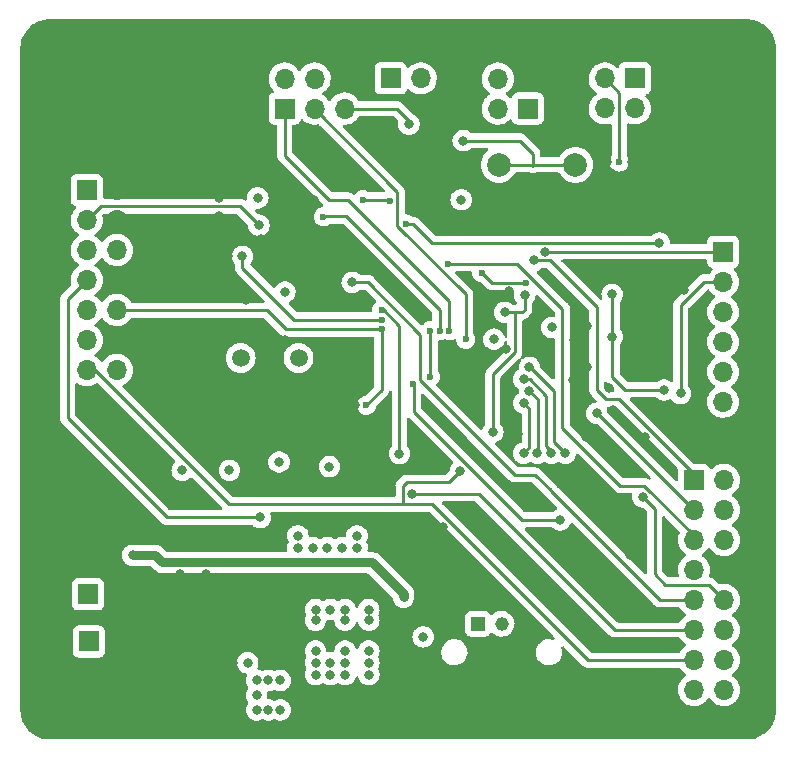
<source format=gbr>
%TF.GenerationSoftware,KiCad,Pcbnew,(6.0.1)*%
%TF.CreationDate,2022-01-20T11:15:22+01:00*%
%TF.ProjectId,LogicBoard_Avr,4c6f6769-6342-46f6-9172-645f4176722e,rev?*%
%TF.SameCoordinates,Original*%
%TF.FileFunction,Copper,L4,Bot*%
%TF.FilePolarity,Positive*%
%FSLAX46Y46*%
G04 Gerber Fmt 4.6, Leading zero omitted, Abs format (unit mm)*
G04 Created by KiCad (PCBNEW (6.0.1)) date 2022-01-20 11:15:22*
%MOMM*%
%LPD*%
G01*
G04 APERTURE LIST*
%TA.AperFunction,ComponentPad*%
%ADD10R,1.150000X1.150000*%
%TD*%
%TA.AperFunction,ComponentPad*%
%ADD11C,1.150000*%
%TD*%
%TA.AperFunction,ComponentPad*%
%ADD12R,1.700000X1.700000*%
%TD*%
%TA.AperFunction,ComponentPad*%
%ADD13O,1.700000X1.700000*%
%TD*%
%TA.AperFunction,ComponentPad*%
%ADD14C,5.000000*%
%TD*%
%TA.AperFunction,ComponentPad*%
%ADD15C,0.800000*%
%TD*%
%TA.AperFunction,ComponentPad*%
%ADD16C,2.000000*%
%TD*%
%TA.AperFunction,ComponentPad*%
%ADD17C,1.500000*%
%TD*%
%TA.AperFunction,ViaPad*%
%ADD18C,0.800000*%
%TD*%
%TA.AperFunction,ViaPad*%
%ADD19C,0.600000*%
%TD*%
%TA.AperFunction,Conductor*%
%ADD20C,0.250000*%
%TD*%
%TA.AperFunction,Conductor*%
%ADD21C,0.800000*%
%TD*%
G04 APERTURE END LIST*
D10*
%TO.P,J10,1,Pin_1*%
%TO.N,/5V_PSU*%
X155250000Y-117700000D03*
D11*
%TO.P,J10,2,Pin_2*%
%TO.N,/PSU_Enabled*%
X157250001Y-117700000D03*
%TO.P,J10,3,Pin_3*%
%TO.N,GND*%
X159250000Y-117700000D03*
%TD*%
D12*
%TO.P,J11,1,Pin_1*%
%TO.N,/+TriggeredStatusLed*%
X122300000Y-119200000D03*
D13*
%TO.P,J11,2,Pin_2*%
%TO.N,GND*%
X124840000Y-119200000D03*
%TD*%
D12*
%TO.P,J2,1,Pin_1*%
%TO.N,/TXD_UART*%
X147860000Y-71525000D03*
D13*
%TO.P,J2,2,Pin_2*%
%TO.N,/RXD_UART*%
X150400000Y-71525000D03*
%TO.P,J2,3,Pin_3*%
%TO.N,GND*%
X152940000Y-71525000D03*
%TD*%
D12*
%TO.P,J6,1,Pin_1*%
%TO.N,/MISO0(Prog)*%
X138875000Y-74075000D03*
D13*
%TO.P,J6,2,Pin_2*%
%TO.N,/VCC*%
X138875000Y-71535000D03*
%TO.P,J6,3,Pin_3*%
%TO.N,/SCK0(Prog)*%
X141415000Y-74075000D03*
%TO.P,J6,4,Pin_4*%
%TO.N,/OC2A_PWM*%
X141415000Y-71535000D03*
%TO.P,J6,5,Pin_5*%
%TO.N,/RESET*%
X143955000Y-74075000D03*
%TO.P,J6,6,Pin_6*%
%TO.N,GND*%
X143955000Y-71535000D03*
%TD*%
D12*
%TO.P,J12,1,Pin_1*%
%TO.N,/PowerRegulation/+PowerStatusLed*%
X122225000Y-115200000D03*
D13*
%TO.P,J12,2,Pin_2*%
%TO.N,GND*%
X124765000Y-115200000D03*
%TD*%
D14*
%TO.P,H2,1,1*%
%TO.N,GND*%
X174500000Y-72500000D03*
D15*
X176375000Y-72500000D03*
X172625000Y-72500000D03*
X174500000Y-70625000D03*
X173174175Y-73825825D03*
X173174175Y-71174175D03*
X175825825Y-71174175D03*
X174500000Y-74375000D03*
X175825825Y-73825825D03*
%TD*%
D16*
%TO.P,SW1,1,1*%
%TO.N,/ResetSwitchSide*%
X163500000Y-78850000D03*
X157000000Y-78850000D03*
%TO.P,SW1,2,2*%
%TO.N,GND*%
X163500000Y-83350000D03*
X157000000Y-83350000D03*
%TD*%
D15*
%TO.P,H4,1,1*%
%TO.N,GND*%
X124700825Y-125825825D03*
X121500000Y-124500000D03*
X124700825Y-123174175D03*
X122049175Y-125825825D03*
X123375000Y-122625000D03*
X125250000Y-124500000D03*
X123375000Y-126375000D03*
D14*
X123375000Y-124500000D03*
D15*
X122049175Y-123174175D03*
%TD*%
D14*
%TO.P,H3,1,1*%
%TO.N,GND*%
X166500000Y-124500000D03*
D15*
X166500000Y-122625000D03*
X168375000Y-124500000D03*
X167825825Y-123174175D03*
X166500000Y-126375000D03*
X167825825Y-125825825D03*
X165174175Y-123174175D03*
X165174175Y-125825825D03*
X164625000Y-124500000D03*
%TD*%
%TO.P,H1,1,1*%
%TO.N,GND*%
X121924175Y-73825825D03*
X125125000Y-72500000D03*
X123250000Y-70625000D03*
X121375000Y-72500000D03*
X124575825Y-73825825D03*
X121924175Y-71174175D03*
D14*
X123250000Y-72500000D03*
D15*
X123250000Y-74375000D03*
X124575825Y-71174175D03*
%TD*%
D12*
%TO.P,J1,1,Pin_1*%
%TO.N,/SDA_I2C*%
X159467500Y-74075000D03*
D13*
%TO.P,J1,2,Pin_2*%
%TO.N,/SCL_I2C*%
X156927500Y-74075000D03*
%TO.P,J1,3,Pin_3*%
%TO.N,GND*%
X159467500Y-71535000D03*
%TO.P,J1,4,Pin_4*%
%TO.N,/VCC*%
X156927500Y-71535000D03*
%TD*%
D12*
%TO.P,J4,1,Pin_1*%
%TO.N,/Ampmeter(In)*%
X176000000Y-86200000D03*
D13*
%TO.P,J4,2,Pin_2*%
%TO.N,/PowerBoardLink/OC1A_PWM_OUT*%
X176000000Y-88740000D03*
%TO.P,J4,3,Pin_3*%
%TO.N,/PowerBoardLink/HBridgeALO*%
X176000000Y-91280000D03*
%TO.P,J4,4,Pin_4*%
%TO.N,/PowerBoardLink/HBridgeBHO*%
X176000000Y-93820000D03*
%TO.P,J4,5,Pin_5*%
%TO.N,/PowerBoardLink/HBridgeBLO*%
X176000000Y-96360000D03*
%TO.P,J4,6,Pin_6*%
%TO.N,/CoolingFan(Out)*%
X176000000Y-98900000D03*
%TO.P,J4,7,Pin_7*%
%TO.N,GND*%
X176000000Y-101440000D03*
%TD*%
D12*
%TO.P,J9,1,Pin_1*%
%TO.N,/OptTProbe(In)*%
X173525000Y-105525000D03*
D13*
%TO.P,J9,2,Pin_2*%
%TO.N,/Triggered(Out)*%
X176065000Y-105525000D03*
%TO.P,J9,3,Pin_3*%
%TO.N,/PumpDrive(Out)*%
X173525000Y-108065000D03*
%TO.P,J9,4,Pin_4*%
%TO.N,/CoolingFan(Out)*%
X176065000Y-108065000D03*
%TO.P,J9,5,Pin_5*%
%TO.N,/RESET*%
X173525000Y-110605000D03*
%TO.P,J9,6,Pin_6*%
%TO.N,/VCC*%
X176065000Y-110605000D03*
%TO.P,J9,7,Pin_7*%
%TO.N,/3.3V*%
X173525000Y-113145000D03*
%TO.P,J9,8,Pin_8*%
%TO.N,GND*%
X176065000Y-113145000D03*
%TO.P,J9,9,Pin_9*%
%TO.N,/GPIO1*%
X173525000Y-115685000D03*
%TO.P,J9,10,Pin_10*%
%TO.N,/RotEncB(In)*%
X176065000Y-115685000D03*
%TO.P,J9,11,Pin_11*%
%TO.N,/RotEncA(In)*%
X173525000Y-118225000D03*
%TO.P,J9,12,Pin_12*%
%TO.N,/InvertedTrigger(In)*%
X176065000Y-118225000D03*
%TO.P,J9,13,Pin_13*%
%TO.N,/IntensityPot(In)*%
X173525000Y-120765000D03*
%TO.P,J9,14,Pin_14*%
%TO.N,/Polarity(In)*%
X176065000Y-120765000D03*
%TO.P,J9,15,Pin_15*%
%TO.N,/3.3V*%
X173525000Y-123305000D03*
%TO.P,J9,16,Pin_16*%
%TO.N,/VCC*%
X176065000Y-123305000D03*
%TD*%
D12*
%TO.P,J3,1,Pin_1*%
%TO.N,/Polarity(In)*%
X122125000Y-80975000D03*
D13*
%TO.P,J3,2,Pin_2*%
%TO.N,GND*%
X124665000Y-80975000D03*
%TO.P,J3,3,Pin_3*%
%TO.N,/InvertedTrigger(In)*%
X122125000Y-83515000D03*
%TO.P,J3,4,Pin_4*%
%TO.N,GND*%
X124665000Y-83515000D03*
%TO.P,J3,5,Pin_5*%
%TO.N,/MechanicalUserInterface/ExternalTriggerIsolated*%
X122125000Y-86055000D03*
%TO.P,J3,6,Pin_6*%
%TO.N,GND1*%
X124665000Y-86055000D03*
%TO.P,J3,7,Pin_7*%
%TO.N,/PSU_Enabled*%
X122125000Y-88595000D03*
%TO.P,J3,8,Pin_8*%
%TO.N,GND*%
X124665000Y-88595000D03*
%TO.P,J3,9,Pin_9*%
%TO.N,/VCC*%
X122125000Y-91135000D03*
%TO.P,J3,10,Pin_10*%
%TO.N,/RotEncB(In)*%
X124665000Y-91135000D03*
%TO.P,J3,11,Pin_11*%
%TO.N,/RotEncA(In)*%
X122125000Y-93675000D03*
%TO.P,J3,12,Pin_12*%
%TO.N,GND*%
X124665000Y-93675000D03*
%TO.P,J3,13,Pin_13*%
%TO.N,/IntensityPot(In)*%
X122125000Y-96215000D03*
%TO.P,J3,14,Pin_14*%
%TO.N,/VCC*%
X124665000Y-96215000D03*
%TD*%
D12*
%TO.P,J5,1,Pin_1*%
%TO.N,/MOSI1(ADC7)*%
X168525000Y-71525000D03*
D13*
%TO.P,J5,2,Pin_2*%
%TO.N,/IntensityPot(In)*%
X168525000Y-74065000D03*
%TO.P,J5,3,Pin_3*%
%TO.N,/MISO1(ADC0)*%
X165985000Y-71525000D03*
%TO.P,J5,4,Pin_4*%
%TO.N,/SCK1(ADC1)*%
X165985000Y-74065000D03*
%TO.P,J5,5,Pin_5*%
%TO.N,GND*%
X163445000Y-71525000D03*
%TO.P,J5,6,Pin_6*%
X163445000Y-74065000D03*
%TD*%
D17*
%TO.P,Y1,1,1*%
%TO.N,/XTAL1*%
X135150000Y-95200000D03*
%TO.P,Y1,2,2*%
%TO.N,/XTAL2*%
X140050000Y-95200000D03*
%TD*%
D18*
%TO.N,GND*%
X133500000Y-123750000D03*
X135600000Y-90300000D03*
X169350000Y-101900000D03*
X155500000Y-109000000D03*
X168200000Y-83300000D03*
X140000000Y-120000000D03*
X146500000Y-111250000D03*
X162300000Y-116000000D03*
X143000000Y-78500000D03*
X127750000Y-117250000D03*
X161200000Y-95900000D03*
X125100000Y-103300000D03*
X147750000Y-111250000D03*
X126233334Y-77400000D03*
X126900000Y-85700000D03*
X130000000Y-121000000D03*
X147762500Y-104400000D03*
X171000000Y-87200000D03*
X137600000Y-93700000D03*
X164250000Y-118000000D03*
X164500000Y-96000000D03*
X168290875Y-78567305D03*
X127750000Y-123000000D03*
X131500000Y-102100000D03*
X166300000Y-97700000D03*
X128800000Y-85200000D03*
X144800000Y-99200000D03*
X144875500Y-94250000D03*
X134100000Y-89900000D03*
X127750000Y-121000000D03*
X145000000Y-102400000D03*
X132000000Y-86600000D03*
X159560000Y-119600000D03*
X163500000Y-90750000D03*
X134833334Y-77400000D03*
X132000000Y-89900000D03*
X168700000Y-87200000D03*
X152250000Y-110500000D03*
X161300000Y-76800000D03*
X138250000Y-120000000D03*
X166700000Y-115500000D03*
X132000000Y-88000000D03*
X160300000Y-83400000D03*
X141900000Y-85800000D03*
X150250000Y-111250000D03*
X136900000Y-85100000D03*
X134100000Y-88000000D03*
X132250000Y-117250000D03*
X154800000Y-112900000D03*
X166200000Y-78600000D03*
X127750000Y-113500000D03*
X163400000Y-112200000D03*
X167800000Y-104500000D03*
X168000000Y-109600000D03*
X128300000Y-99900000D03*
X154000000Y-74000000D03*
X139200000Y-99600000D03*
X144500000Y-80250000D03*
X157140000Y-119600000D03*
X133300000Y-83200000D03*
X164400000Y-101900000D03*
X130000000Y-113500000D03*
X132250000Y-123000000D03*
X166200000Y-83300000D03*
X149000000Y-111250000D03*
X130000000Y-123000000D03*
X127750000Y-115400000D03*
X133300000Y-84700000D03*
X165900000Y-108900000D03*
X132250000Y-110500000D03*
X141500000Y-77000000D03*
X157450000Y-102450000D03*
X144000000Y-90425980D03*
X173600000Y-93000000D03*
X132250000Y-115400000D03*
X142500000Y-90425980D03*
X133100000Y-93300000D03*
X164700000Y-88300000D03*
X134100000Y-86582489D03*
X131966666Y-77400000D03*
X173600000Y-94400000D03*
X138900000Y-93700000D03*
X159950000Y-109950000D03*
X130000000Y-110500000D03*
X130000000Y-119250000D03*
X154300000Y-102600000D03*
X166700000Y-99600000D03*
X157140000Y-121800000D03*
X134500000Y-121000000D03*
X128300000Y-103300000D03*
X171550000Y-111750000D03*
X131500000Y-93300000D03*
X145000000Y-76250000D03*
X171350000Y-109550000D03*
X151000000Y-79250000D03*
X134500000Y-119250000D03*
X132250000Y-119250000D03*
X141400000Y-81800000D03*
X152250000Y-109500000D03*
X169200000Y-119600000D03*
X125100000Y-99900000D03*
X136700000Y-97200000D03*
X163300000Y-97100000D03*
X129200000Y-93900000D03*
X132250000Y-121000000D03*
X160950000Y-114450000D03*
X151250000Y-109500000D03*
X170800000Y-99600000D03*
X133298076Y-81615989D03*
X129100000Y-77400000D03*
X127800000Y-88700000D03*
X157900000Y-89549000D03*
X150600000Y-121000000D03*
X151000000Y-74000000D03*
X158600000Y-101600000D03*
X151500000Y-112900000D03*
X132250000Y-113500000D03*
X151250000Y-110500000D03*
X130000000Y-88000000D03*
X125100000Y-101600000D03*
X172710749Y-89410749D03*
X130000000Y-117250000D03*
X134300000Y-102100000D03*
X168150000Y-111850000D03*
X146500000Y-110250000D03*
X134500000Y-117250000D03*
X127750000Y-119250000D03*
X156800000Y-110000000D03*
X127750000Y-110500000D03*
X139200000Y-97200000D03*
X130000000Y-89900000D03*
X153500000Y-79400000D03*
X154720000Y-119600000D03*
X130000000Y-115400000D03*
X134200000Y-97200000D03*
X164500000Y-92500000D03*
X163400000Y-93700000D03*
X151000000Y-76750000D03*
X137100000Y-102100000D03*
X157600011Y-94450000D03*
X134200000Y-99700000D03*
%TO.N,/3.3V*%
X136500000Y-123750000D03*
X137500000Y-125000000D03*
X134200000Y-104700000D03*
X138400000Y-104000000D03*
X138500000Y-125000000D03*
X136500000Y-125000000D03*
X135750000Y-121000000D03*
X138500000Y-122500000D03*
X136500000Y-122500000D03*
X137500000Y-122500000D03*
X130200000Y-104700000D03*
%TO.N,/VCC*%
X146000000Y-121000000D03*
X146000000Y-116500000D03*
X142662500Y-104400000D03*
X156600000Y-93600000D03*
X144000000Y-120000000D03*
X141500000Y-120000000D03*
X141500000Y-116500000D03*
X146000000Y-117400000D03*
X150600000Y-118800000D03*
X142750000Y-121000000D03*
X142750000Y-116500000D03*
X143750000Y-111250000D03*
X142500000Y-111250000D03*
X141500000Y-117400000D03*
X144000000Y-116500000D03*
X144000000Y-117400000D03*
X140000000Y-111250000D03*
X136600000Y-81635000D03*
X141500000Y-121000000D03*
X161500000Y-92600000D03*
X140000000Y-110250000D03*
X141250000Y-111250000D03*
X138900000Y-89600000D03*
X141500000Y-122000000D03*
X145000000Y-111250000D03*
X146000000Y-120000000D03*
X144000000Y-122000000D03*
X153825980Y-81800000D03*
X144000000Y-121000000D03*
X145000000Y-110250000D03*
X142750000Y-122000000D03*
X146000000Y-122000000D03*
D19*
%TO.N,/RESET*%
X152700000Y-87200000D03*
D18*
X149400000Y-75400000D03*
%TO.N,/PSU_Enabled*%
X136800000Y-108700000D03*
%TO.N,/Ampmeter(In)*%
X160900000Y-86200000D03*
D19*
%TO.N,/MISO1(ADC0)*%
X159300000Y-88824500D03*
X155558411Y-87958411D03*
X167200000Y-78600000D03*
D18*
%TO.N,/IntensityPot(In)*%
X156500000Y-101450000D03*
X159200000Y-89875500D03*
X153762701Y-104737299D03*
X157500000Y-91324500D03*
D19*
%TO.N,/MISO0(Prog)*%
X152800000Y-92900000D03*
%TO.N,/SCK0(Prog)*%
X154200000Y-93600000D03*
%TO.N,/OC2A_PWM*%
X142150000Y-83250000D03*
X152000000Y-92900000D03*
D18*
%TO.N,/OptTProbe(In)*%
X160000000Y-86924511D03*
D19*
%TO.N,/Triggered(Out)*%
X147100110Y-91150147D03*
D18*
X148600000Y-103300000D03*
%TO.N,/PumpDrive(Out)*%
X165300000Y-99875500D03*
%TO.N,/GPIO1*%
X144600000Y-88800000D03*
%TO.N,/RotEncB(In)*%
X169200000Y-106954001D03*
D19*
X147101379Y-92748543D03*
X145800000Y-99200000D03*
D18*
%TO.N,/RotEncA(In)*%
X149624500Y-106700000D03*
D19*
%TO.N,/InvertedTrigger(In)*%
X145486894Y-81803717D03*
X149141589Y-83858411D03*
X147775500Y-81900000D03*
D18*
X136700000Y-83950000D03*
X170600000Y-85475500D03*
D19*
%TO.N,/Polarity(In)*%
X149744351Y-97400000D03*
D18*
X162200000Y-108900000D03*
X135300000Y-86600000D03*
D19*
X147153201Y-91950722D03*
D18*
%TO.N,/5V_PSU*%
X148950000Y-115450000D03*
X126000000Y-111900000D03*
D19*
%TO.N,/OC2B_PWM*%
X151200000Y-92900000D03*
X151200000Y-96800000D03*
D18*
%TO.N,/ResetSwitchSide*%
X154000000Y-76800000D03*
%TO.N,/PowerBoardLink/OC1A_PWM_OUT*%
X159100000Y-99000000D03*
X172400000Y-98200000D03*
X159100000Y-103250000D03*
%TO.N,/PowerBoardLink/OC1B_PWM_OUT*%
X166600000Y-89800000D03*
X159100000Y-97000000D03*
X171000000Y-97900000D03*
X161466666Y-103250000D03*
X166600000Y-93400000D03*
%TO.N,/PowerBoardLink/OC2A_PWM_OUT*%
X162650000Y-103250000D03*
X159600008Y-96000000D03*
%TO.N,/PowerBoardLink/OC2B_PWM_OUT*%
X159600008Y-98000000D03*
X160283333Y-103250000D03*
%TD*%
D20*
%TO.N,/RESET*%
X173525000Y-110605000D02*
X173525000Y-110200386D01*
X173525000Y-110200386D02*
X169324614Y-106000000D01*
X162400000Y-101100000D02*
X162400000Y-91041307D01*
X167300000Y-106000000D02*
X162400000Y-101100000D01*
X162400000Y-91041307D02*
X158558693Y-87200000D01*
X149400000Y-75100000D02*
X149400000Y-75400000D01*
X143955000Y-74075000D02*
X148375000Y-74075000D01*
X169324614Y-106000000D02*
X167300000Y-106000000D01*
X158558693Y-87200000D02*
X152700000Y-87200000D01*
X148375000Y-74075000D02*
X149400000Y-75100000D01*
%TO.N,/PSU_Enabled*%
X120500000Y-100300000D02*
X120500000Y-90220000D01*
X120500000Y-90220000D02*
X122125000Y-88595000D01*
X128900000Y-108700000D02*
X120500000Y-100300000D01*
X136800000Y-108700000D02*
X128900000Y-108700000D01*
%TO.N,/Ampmeter(In)*%
X160900000Y-86200000D02*
X176000000Y-86200000D01*
%TO.N,/MISO1(ADC0)*%
X167200000Y-78600000D02*
X167200000Y-72740000D01*
X156424500Y-88824500D02*
X155558411Y-87958411D01*
X167200000Y-72740000D02*
X165985000Y-71525000D01*
X159300000Y-88824500D02*
X156424500Y-88824500D01*
%TO.N,/IntensityPot(In)*%
X152800000Y-105700000D02*
X149200000Y-105700000D01*
X158375500Y-94699125D02*
X158375500Y-91324500D01*
X173490000Y-120800000D02*
X164575386Y-120800000D01*
X134200000Y-107600000D02*
X148900000Y-107600000D01*
X156500000Y-101450000D02*
X156500000Y-96574625D01*
X173525000Y-120765000D02*
X173490000Y-120800000D01*
X164575386Y-120800000D02*
X151375386Y-107600000D01*
X153762701Y-104737299D02*
X152800000Y-105700000D01*
X151375386Y-107600000D02*
X148900000Y-107600000D01*
X122125000Y-96215000D02*
X122815000Y-96215000D01*
X159200000Y-91100000D02*
X158975500Y-91324500D01*
X158975500Y-91324500D02*
X158375500Y-91324500D01*
X156500000Y-96574625D02*
X158375500Y-94699125D01*
X148900000Y-106000000D02*
X148900000Y-107600000D01*
X149200000Y-105700000D02*
X148900000Y-106000000D01*
X159200000Y-89875500D02*
X159200000Y-91100000D01*
X158375500Y-91324500D02*
X157500000Y-91324500D01*
X122815000Y-96215000D02*
X134200000Y-107600000D01*
%TO.N,/MISO0(Prog)*%
X142600000Y-81800000D02*
X138875000Y-78075000D01*
X152786021Y-90386021D02*
X144200000Y-81800000D01*
X138875000Y-78075000D02*
X138875000Y-74075000D01*
X152800000Y-92900000D02*
X152786021Y-92886021D01*
X152786021Y-92886021D02*
X152786021Y-90386021D01*
X144200000Y-81800000D02*
X142600000Y-81800000D01*
%TO.N,/SCK0(Prog)*%
X141415000Y-74075000D02*
X141415000Y-74140386D01*
X148400000Y-84000000D02*
X154200000Y-89800000D01*
X154200000Y-89800000D02*
X154200000Y-93600000D01*
X148400000Y-81125386D02*
X148400000Y-84000000D01*
X141415000Y-74140386D02*
X148400000Y-81125386D01*
%TO.N,/OC2A_PWM*%
X152000000Y-91100000D02*
X152000000Y-92900000D01*
X142200000Y-83200000D02*
X144100000Y-83200000D01*
X142150000Y-83250000D02*
X142200000Y-83200000D01*
X144100000Y-83200000D02*
X152000000Y-91100000D01*
%TO.N,/OptTProbe(In)*%
X167200000Y-98700000D02*
X166100000Y-98700000D01*
X173525000Y-105525000D02*
X173525000Y-105025000D01*
X165300000Y-97900000D02*
X165300000Y-90900000D01*
X165300000Y-90900000D02*
X161324511Y-86924511D01*
X166100000Y-98700000D02*
X165300000Y-97900000D01*
X173525000Y-105025000D02*
X167200000Y-98700000D01*
X161324511Y-86924511D02*
X160000000Y-86924511D01*
%TO.N,/Triggered(Out)*%
X148600000Y-92500000D02*
X147250147Y-91150147D01*
X148600000Y-103300000D02*
X148600000Y-92500000D01*
X147250147Y-91150147D02*
X147100110Y-91150147D01*
%TO.N,/PumpDrive(Out)*%
X165335500Y-99875500D02*
X173525000Y-108065000D01*
X165300000Y-99875500D02*
X165335500Y-99875500D01*
%TO.N,/GPIO1*%
X161400000Y-106400000D02*
X160100000Y-105100000D01*
X145958330Y-88800000D02*
X144600000Y-88800000D01*
X150368851Y-97068851D02*
X150368851Y-93210521D01*
X170660386Y-115685000D02*
X161400000Y-106424614D01*
X161400000Y-106424614D02*
X161400000Y-106400000D01*
X160100000Y-105100000D02*
X158400000Y-105100000D01*
X173525000Y-115685000D02*
X170660386Y-115685000D01*
X158400000Y-105100000D02*
X150368851Y-97068851D01*
X150368851Y-93210521D02*
X145958330Y-88800000D01*
%TO.N,/RotEncB(In)*%
X170200000Y-113500000D02*
X171100000Y-114400000D01*
X171100000Y-114400000D02*
X174780000Y-114400000D01*
X174780000Y-114400000D02*
X176065000Y-115685000D01*
X147101379Y-97898621D02*
X145800000Y-99200000D01*
X147101379Y-92748543D02*
X147101379Y-97898621D01*
X170200000Y-107954001D02*
X170200000Y-113500000D01*
X169200000Y-106954001D02*
X170200000Y-107954001D01*
X124665000Y-91135000D02*
X137342141Y-91135000D01*
X138955684Y-92748543D02*
X147101379Y-92748543D01*
X137342141Y-91135000D02*
X138955684Y-92748543D01*
%TO.N,/RotEncA(In)*%
X149624500Y-106700000D02*
X155300000Y-106700000D01*
X155300000Y-106700000D02*
X166825000Y-118225000D01*
X166825000Y-118225000D02*
X173525000Y-118225000D01*
%TO.N,/InvertedTrigger(In)*%
X147775500Y-81900000D02*
X147679217Y-81803717D01*
X135090489Y-82340489D02*
X123299511Y-82340489D01*
X149141589Y-83858411D02*
X149731922Y-83858411D01*
X136700000Y-83950000D02*
X135090489Y-82340489D01*
X147679217Y-81803717D02*
X145486894Y-81803717D01*
X123299511Y-82340489D02*
X122125000Y-83515000D01*
X149731922Y-83858411D02*
X151349011Y-85475500D01*
X151349011Y-85475500D02*
X170600000Y-85475500D01*
%TO.N,/Polarity(In)*%
X162200000Y-108900000D02*
X158950000Y-108900000D01*
X139700722Y-91950722D02*
X135300000Y-87550000D01*
X149800000Y-99750000D02*
X149800000Y-97455649D01*
X147153201Y-91950722D02*
X139700722Y-91950722D01*
X135300000Y-87550000D02*
X135300000Y-86600000D01*
X149800000Y-97455649D02*
X149744351Y-97400000D01*
X158950000Y-108900000D02*
X149800000Y-99750000D01*
D21*
%TO.N,/5V_PSU*%
X128500000Y-112500000D02*
X127900000Y-111900000D01*
X146250000Y-112500000D02*
X128500000Y-112500000D01*
X148950000Y-115200000D02*
X146250000Y-112500000D01*
X127900000Y-111900000D02*
X126000000Y-111900000D01*
X148950000Y-115450000D02*
X148950000Y-115200000D01*
D20*
%TO.N,/OC2B_PWM*%
X151200000Y-92900000D02*
X151200000Y-96800000D01*
%TO.N,/ResetSwitchSide*%
X159850000Y-78850000D02*
X163500000Y-78850000D01*
X158800000Y-76800000D02*
X159900000Y-77900000D01*
X159900000Y-77900000D02*
X159900000Y-78900000D01*
X159850000Y-78850000D02*
X157000000Y-78850000D01*
X159900000Y-78900000D02*
X159850000Y-78850000D01*
X154000000Y-76800000D02*
X158800000Y-76800000D01*
%TO.N,/PowerBoardLink/OC1A_PWM_OUT*%
X172400000Y-90746096D02*
X174406096Y-88740000D01*
X159600000Y-99500000D02*
X159600000Y-102750000D01*
X174406096Y-88740000D02*
X176000000Y-88740000D01*
X159100000Y-99000000D02*
X159600000Y-99500000D01*
X159600000Y-102750000D02*
X159100000Y-103250000D01*
X172400000Y-98200000D02*
X172400000Y-90746096D01*
%TO.N,/PowerBoardLink/OC1B_PWM_OUT*%
X161000000Y-102666668D02*
X161583332Y-103250000D01*
X159049011Y-97000000D02*
X159624622Y-97000000D01*
X166600000Y-93400000D02*
X166600000Y-96800000D01*
X166600000Y-96800000D02*
X167700000Y-97900000D01*
X159624622Y-97000000D02*
X161000000Y-98375378D01*
X167700000Y-97900000D02*
X171000000Y-97900000D01*
X161000000Y-98425386D02*
X161000000Y-102666668D01*
X166600000Y-93400000D02*
X166600000Y-89800000D01*
%TO.N,/PowerBoardLink/OC2A_PWM_OUT*%
X161700000Y-102300000D02*
X162650000Y-103250000D01*
X161700000Y-98025386D02*
X161700000Y-102300000D01*
X159600000Y-96000000D02*
X159674614Y-96000000D01*
X159674614Y-96000000D02*
X161700000Y-98025386D01*
%TO.N,/PowerBoardLink/OC2B_PWM_OUT*%
X159600008Y-97999992D02*
X160300000Y-98699984D01*
X160300000Y-98749984D02*
X160300000Y-103250000D01*
%TD*%
%TA.AperFunction,Conductor*%
%TO.N,GND*%
G36*
X177970057Y-66509500D02*
G01*
X177984858Y-66511805D01*
X177984861Y-66511805D01*
X177993730Y-66513186D01*
X178010899Y-66510941D01*
X178034839Y-66510108D01*
X178292770Y-66525710D01*
X178307874Y-66527544D01*
X178378648Y-66540514D01*
X178588879Y-66579040D01*
X178603641Y-66582678D01*
X178876408Y-66667675D01*
X178890627Y-66673069D01*
X179151140Y-66790316D01*
X179164609Y-66797385D01*
X179409095Y-66945182D01*
X179421617Y-66953825D01*
X179646507Y-67130016D01*
X179657895Y-67140106D01*
X179859894Y-67342105D01*
X179869984Y-67353493D01*
X180046175Y-67578383D01*
X180054818Y-67590905D01*
X180202615Y-67835391D01*
X180209686Y-67848864D01*
X180326930Y-68109370D01*
X180332326Y-68123596D01*
X180417321Y-68396353D01*
X180420962Y-68411127D01*
X180472456Y-68692126D01*
X180474290Y-68707230D01*
X180489455Y-68957929D01*
X180488198Y-68984639D01*
X180488195Y-68984859D01*
X180486814Y-68993730D01*
X180487978Y-69002632D01*
X180487978Y-69002635D01*
X180490936Y-69025251D01*
X180492000Y-69041589D01*
X180492000Y-124950672D01*
X180490500Y-124970056D01*
X180486814Y-124993730D01*
X180489014Y-125010554D01*
X180489059Y-125010897D01*
X180489892Y-125034839D01*
X180474290Y-125292770D01*
X180472456Y-125307874D01*
X180429579Y-125541852D01*
X180420962Y-125588873D01*
X180417322Y-125603641D01*
X180357792Y-125794680D01*
X180332326Y-125876404D01*
X180326930Y-125890630D01*
X180209686Y-126151136D01*
X180202615Y-126164609D01*
X180054818Y-126409095D01*
X180046175Y-126421617D01*
X179869984Y-126646507D01*
X179859894Y-126657895D01*
X179657895Y-126859894D01*
X179646507Y-126869984D01*
X179421617Y-127046175D01*
X179409095Y-127054818D01*
X179164609Y-127202615D01*
X179151140Y-127209684D01*
X178890630Y-127326930D01*
X178876408Y-127332325D01*
X178603641Y-127417322D01*
X178588879Y-127420960D01*
X178378648Y-127459486D01*
X178307874Y-127472456D01*
X178292770Y-127474290D01*
X178042071Y-127489455D01*
X178015361Y-127488198D01*
X178015141Y-127488195D01*
X178006270Y-127486814D01*
X177997368Y-127487978D01*
X177997365Y-127487978D01*
X177974749Y-127490936D01*
X177958411Y-127492000D01*
X119049328Y-127492000D01*
X119029943Y-127490500D01*
X119015142Y-127488195D01*
X119015139Y-127488195D01*
X119006270Y-127486814D01*
X118989101Y-127489059D01*
X118965161Y-127489892D01*
X118707230Y-127474290D01*
X118692126Y-127472456D01*
X118621352Y-127459486D01*
X118411121Y-127420960D01*
X118396359Y-127417322D01*
X118123592Y-127332325D01*
X118109370Y-127326930D01*
X117848860Y-127209684D01*
X117835391Y-127202615D01*
X117590905Y-127054818D01*
X117578383Y-127046175D01*
X117353493Y-126869984D01*
X117342105Y-126859894D01*
X117140106Y-126657895D01*
X117130016Y-126646507D01*
X116953825Y-126421617D01*
X116945182Y-126409095D01*
X116797385Y-126164609D01*
X116790314Y-126151136D01*
X116673070Y-125890630D01*
X116667674Y-125876404D01*
X116642208Y-125794680D01*
X116582678Y-125603641D01*
X116579038Y-125588873D01*
X116570422Y-125541852D01*
X116527544Y-125307874D01*
X116525710Y-125292770D01*
X116510545Y-125042071D01*
X116511802Y-125015361D01*
X116511805Y-125015141D01*
X116513186Y-125006270D01*
X116511547Y-124993730D01*
X116509064Y-124974749D01*
X116508000Y-124958411D01*
X116508000Y-121000000D01*
X134836496Y-121000000D01*
X134837186Y-121006565D01*
X134852993Y-121156956D01*
X134856458Y-121189928D01*
X134915473Y-121371556D01*
X135010960Y-121536944D01*
X135015378Y-121541851D01*
X135015379Y-121541852D01*
X135040803Y-121570088D01*
X135138747Y-121678866D01*
X135293248Y-121791118D01*
X135299276Y-121793802D01*
X135299278Y-121793803D01*
X135374995Y-121827514D01*
X135467712Y-121868794D01*
X135607745Y-121898559D01*
X135670218Y-121932288D01*
X135704540Y-121994437D01*
X135699812Y-122065276D01*
X135690668Y-122084805D01*
X135665473Y-122128444D01*
X135606458Y-122310072D01*
X135586496Y-122500000D01*
X135587186Y-122506565D01*
X135603691Y-122663598D01*
X135606458Y-122689928D01*
X135665473Y-122871556D01*
X135668776Y-122877278D01*
X135668777Y-122877279D01*
X135686803Y-122908500D01*
X135760960Y-123036944D01*
X135765380Y-123041852D01*
X135769259Y-123047192D01*
X135767920Y-123048165D01*
X135795050Y-123104696D01*
X135786287Y-123175149D01*
X135768750Y-123202438D01*
X135769259Y-123202808D01*
X135765380Y-123208148D01*
X135760960Y-123213056D01*
X135715891Y-123291118D01*
X135672595Y-123366109D01*
X135665473Y-123378444D01*
X135606458Y-123560072D01*
X135586496Y-123750000D01*
X135606458Y-123939928D01*
X135665473Y-124121556D01*
X135668776Y-124127278D01*
X135668777Y-124127279D01*
X135701694Y-124184292D01*
X135760960Y-124286944D01*
X135765380Y-124291852D01*
X135769259Y-124297192D01*
X135767920Y-124298165D01*
X135795050Y-124354696D01*
X135786287Y-124425149D01*
X135768750Y-124452438D01*
X135769259Y-124452808D01*
X135765380Y-124458148D01*
X135760960Y-124463056D01*
X135665473Y-124628444D01*
X135606458Y-124810072D01*
X135605768Y-124816633D01*
X135605768Y-124816635D01*
X135590982Y-124957319D01*
X135586496Y-125000000D01*
X135606458Y-125189928D01*
X135665473Y-125371556D01*
X135760960Y-125536944D01*
X135765378Y-125541851D01*
X135765379Y-125541852D01*
X135884325Y-125673955D01*
X135888747Y-125678866D01*
X135897468Y-125685202D01*
X136000000Y-125759696D01*
X136043248Y-125791118D01*
X136049276Y-125793802D01*
X136049278Y-125793803D01*
X136051248Y-125794680D01*
X136217712Y-125868794D01*
X136311112Y-125888647D01*
X136398056Y-125907128D01*
X136398061Y-125907128D01*
X136404513Y-125908500D01*
X136595487Y-125908500D01*
X136601939Y-125907128D01*
X136601944Y-125907128D01*
X136688888Y-125888647D01*
X136782288Y-125868794D01*
X136948752Y-125794680D01*
X137019118Y-125785246D01*
X137051247Y-125794680D01*
X137217712Y-125868794D01*
X137311112Y-125888647D01*
X137398056Y-125907128D01*
X137398061Y-125907128D01*
X137404513Y-125908500D01*
X137595487Y-125908500D01*
X137601939Y-125907128D01*
X137601944Y-125907128D01*
X137688888Y-125888647D01*
X137782288Y-125868794D01*
X137948752Y-125794680D01*
X138019118Y-125785246D01*
X138051247Y-125794680D01*
X138217712Y-125868794D01*
X138311112Y-125888647D01*
X138398056Y-125907128D01*
X138398061Y-125907128D01*
X138404513Y-125908500D01*
X138595487Y-125908500D01*
X138601939Y-125907128D01*
X138601944Y-125907128D01*
X138688888Y-125888647D01*
X138782288Y-125868794D01*
X138948752Y-125794680D01*
X138950722Y-125793803D01*
X138950724Y-125793802D01*
X138956752Y-125791118D01*
X139000001Y-125759696D01*
X139102532Y-125685202D01*
X139111253Y-125678866D01*
X139115675Y-125673955D01*
X139234621Y-125541852D01*
X139234622Y-125541851D01*
X139239040Y-125536944D01*
X139334527Y-125371556D01*
X139393542Y-125189928D01*
X139413504Y-125000000D01*
X139409018Y-124957319D01*
X139394232Y-124816635D01*
X139394232Y-124816633D01*
X139393542Y-124810072D01*
X139334527Y-124628444D01*
X139239040Y-124463056D01*
X139204909Y-124425149D01*
X139115675Y-124326045D01*
X139115674Y-124326044D01*
X139111253Y-124321134D01*
X139012157Y-124249136D01*
X138962094Y-124212763D01*
X138962093Y-124212762D01*
X138956752Y-124208882D01*
X138950724Y-124206198D01*
X138950722Y-124206197D01*
X138788319Y-124133891D01*
X138788318Y-124133891D01*
X138782288Y-124131206D01*
X138662241Y-124105689D01*
X138601944Y-124092872D01*
X138601939Y-124092872D01*
X138595487Y-124091500D01*
X138404513Y-124091500D01*
X138398061Y-124092872D01*
X138398056Y-124092872D01*
X138337759Y-124105689D01*
X138217712Y-124131206D01*
X138051248Y-124205320D01*
X137980882Y-124214754D01*
X137948753Y-124205320D01*
X137782288Y-124131206D01*
X137662241Y-124105689D01*
X137601944Y-124092872D01*
X137601939Y-124092872D01*
X137595487Y-124091500D01*
X137516216Y-124091500D01*
X137448095Y-124071498D01*
X137401602Y-124017842D01*
X137391498Y-123947568D01*
X137392029Y-123944584D01*
X137393542Y-123939928D01*
X137413504Y-123750000D01*
X137393542Y-123560072D01*
X137393117Y-123558763D01*
X137398372Y-123489905D01*
X137441189Y-123433273D01*
X137507827Y-123408780D01*
X137516216Y-123408500D01*
X137595487Y-123408500D01*
X137601939Y-123407128D01*
X137601944Y-123407128D01*
X137707320Y-123384729D01*
X137782288Y-123368794D01*
X137948752Y-123294680D01*
X138019118Y-123285246D01*
X138051247Y-123294680D01*
X138217712Y-123368794D01*
X138292680Y-123384729D01*
X138398056Y-123407128D01*
X138398061Y-123407128D01*
X138404513Y-123408500D01*
X138595487Y-123408500D01*
X138601939Y-123407128D01*
X138601944Y-123407128D01*
X138707320Y-123384729D01*
X138782288Y-123368794D01*
X138788319Y-123366109D01*
X138950722Y-123293803D01*
X138950724Y-123293802D01*
X138956752Y-123291118D01*
X138983486Y-123271695D01*
X139012157Y-123250864D01*
X139111253Y-123178866D01*
X139178036Y-123104696D01*
X139234621Y-123041852D01*
X139234622Y-123041851D01*
X139239040Y-123036944D01*
X139313197Y-122908500D01*
X139331223Y-122877279D01*
X139331224Y-122877278D01*
X139334527Y-122871556D01*
X139393542Y-122689928D01*
X139396310Y-122663598D01*
X139412814Y-122506565D01*
X139413504Y-122500000D01*
X139393542Y-122310072D01*
X139334527Y-122128444D01*
X139260370Y-122000000D01*
X140586496Y-122000000D01*
X140587186Y-122006565D01*
X140602993Y-122156956D01*
X140606458Y-122189928D01*
X140665473Y-122371556D01*
X140760960Y-122536944D01*
X140765378Y-122541851D01*
X140765379Y-122541852D01*
X140850488Y-122636375D01*
X140888747Y-122678866D01*
X141043248Y-122791118D01*
X141049276Y-122793802D01*
X141049278Y-122793803D01*
X141140248Y-122834305D01*
X141217712Y-122868794D01*
X141311112Y-122888647D01*
X141398056Y-122907128D01*
X141398061Y-122907128D01*
X141404513Y-122908500D01*
X141595487Y-122908500D01*
X141601939Y-122907128D01*
X141601944Y-122907128D01*
X141688888Y-122888647D01*
X141782288Y-122868794D01*
X141859752Y-122834305D01*
X141950722Y-122793803D01*
X141950724Y-122793802D01*
X141956752Y-122791118D01*
X142050939Y-122722687D01*
X142117807Y-122698828D01*
X142186958Y-122714909D01*
X142199061Y-122722687D01*
X142293248Y-122791118D01*
X142299276Y-122793802D01*
X142299278Y-122793803D01*
X142390248Y-122834305D01*
X142467712Y-122868794D01*
X142561112Y-122888647D01*
X142648056Y-122907128D01*
X142648061Y-122907128D01*
X142654513Y-122908500D01*
X142845487Y-122908500D01*
X142851939Y-122907128D01*
X142851944Y-122907128D01*
X142938888Y-122888647D01*
X143032288Y-122868794D01*
X143109752Y-122834305D01*
X143200722Y-122793803D01*
X143200724Y-122793802D01*
X143206752Y-122791118D01*
X143300939Y-122722687D01*
X143367807Y-122698828D01*
X143436958Y-122714909D01*
X143449061Y-122722687D01*
X143543248Y-122791118D01*
X143549276Y-122793802D01*
X143549278Y-122793803D01*
X143640248Y-122834305D01*
X143717712Y-122868794D01*
X143811112Y-122888647D01*
X143898056Y-122907128D01*
X143898061Y-122907128D01*
X143904513Y-122908500D01*
X144095487Y-122908500D01*
X144101939Y-122907128D01*
X144101944Y-122907128D01*
X144188888Y-122888647D01*
X144282288Y-122868794D01*
X144359752Y-122834305D01*
X144450722Y-122793803D01*
X144450724Y-122793802D01*
X144456752Y-122791118D01*
X144611253Y-122678866D01*
X144649512Y-122636375D01*
X144734621Y-122541852D01*
X144734622Y-122541851D01*
X144739040Y-122536944D01*
X144834527Y-122371556D01*
X144880167Y-122231090D01*
X144920241Y-122172486D01*
X144985637Y-122144849D01*
X145055594Y-122156956D01*
X145107900Y-122204962D01*
X145119832Y-122231089D01*
X145165473Y-122371556D01*
X145260960Y-122536944D01*
X145265378Y-122541851D01*
X145265379Y-122541852D01*
X145350488Y-122636375D01*
X145388747Y-122678866D01*
X145543248Y-122791118D01*
X145549276Y-122793802D01*
X145549278Y-122793803D01*
X145640248Y-122834305D01*
X145717712Y-122868794D01*
X145811112Y-122888647D01*
X145898056Y-122907128D01*
X145898061Y-122907128D01*
X145904513Y-122908500D01*
X146095487Y-122908500D01*
X146101939Y-122907128D01*
X146101944Y-122907128D01*
X146188888Y-122888647D01*
X146282288Y-122868794D01*
X146359752Y-122834305D01*
X146450722Y-122793803D01*
X146450724Y-122793802D01*
X146456752Y-122791118D01*
X146611253Y-122678866D01*
X146649512Y-122636375D01*
X146734621Y-122541852D01*
X146734622Y-122541851D01*
X146739040Y-122536944D01*
X146834527Y-122371556D01*
X146893542Y-122189928D01*
X146897008Y-122156956D01*
X146912814Y-122006565D01*
X146913504Y-122000000D01*
X146909105Y-121958148D01*
X146894232Y-121816635D01*
X146894232Y-121816633D01*
X146893542Y-121810072D01*
X146834527Y-121628444D01*
X146813198Y-121591500D01*
X146796743Y-121563000D01*
X146780005Y-121494005D01*
X146796743Y-121437000D01*
X146831223Y-121377279D01*
X146831224Y-121377278D01*
X146834527Y-121371556D01*
X146893542Y-121189928D01*
X146897008Y-121156956D01*
X146912814Y-121006565D01*
X146913504Y-121000000D01*
X146910323Y-120969736D01*
X146894232Y-120816635D01*
X146894232Y-120816633D01*
X146893542Y-120810072D01*
X146834527Y-120628444D01*
X146796743Y-120563000D01*
X146780005Y-120494005D01*
X146796743Y-120437000D01*
X146831223Y-120377279D01*
X146831224Y-120377278D01*
X146834527Y-120371556D01*
X146893542Y-120189928D01*
X146896005Y-120166500D01*
X146908711Y-120045604D01*
X152137789Y-120045604D01*
X152147569Y-120256899D01*
X152148973Y-120262724D01*
X152148973Y-120262725D01*
X152176581Y-120377279D01*
X152197127Y-120462534D01*
X152199609Y-120467992D01*
X152199610Y-120467996D01*
X152240760Y-120558500D01*
X152284676Y-120655087D01*
X152407056Y-120827611D01*
X152559852Y-120973881D01*
X152737550Y-121088620D01*
X152743116Y-121090863D01*
X152928170Y-121165442D01*
X152928173Y-121165443D01*
X152933739Y-121167686D01*
X153141339Y-121208228D01*
X153146901Y-121208500D01*
X153302848Y-121208500D01*
X153460568Y-121193452D01*
X153663536Y-121133908D01*
X153747113Y-121090863D01*
X153846251Y-121039804D01*
X153846254Y-121039802D01*
X153851582Y-121037058D01*
X154017922Y-120906396D01*
X154021854Y-120901865D01*
X154021857Y-120901862D01*
X154152623Y-120751167D01*
X154156554Y-120746637D01*
X154159554Y-120741451D01*
X154159557Y-120741447D01*
X154259469Y-120568742D01*
X154262475Y-120563546D01*
X154331863Y-120363729D01*
X154342800Y-120288297D01*
X154361354Y-120160336D01*
X154361354Y-120160333D01*
X154362215Y-120154396D01*
X154352435Y-119943101D01*
X154316752Y-119795038D01*
X154304283Y-119743299D01*
X154304282Y-119743297D01*
X154302877Y-119737466D01*
X154272278Y-119670166D01*
X154242660Y-119605027D01*
X154215328Y-119544913D01*
X154092948Y-119372389D01*
X153940152Y-119226119D01*
X153762454Y-119111380D01*
X153702356Y-119087160D01*
X153571834Y-119034558D01*
X153571831Y-119034557D01*
X153566265Y-119032314D01*
X153358665Y-118991772D01*
X153353103Y-118991500D01*
X153197156Y-118991500D01*
X153039436Y-119006548D01*
X152836468Y-119066092D01*
X152831141Y-119068836D01*
X152831140Y-119068836D01*
X152653753Y-119160196D01*
X152653750Y-119160198D01*
X152648422Y-119162942D01*
X152482082Y-119293604D01*
X152478150Y-119298135D01*
X152478147Y-119298138D01*
X152393317Y-119395896D01*
X152343450Y-119453363D01*
X152340450Y-119458549D01*
X152340447Y-119458553D01*
X152246663Y-119620665D01*
X152237529Y-119636454D01*
X152168141Y-119836271D01*
X152167280Y-119842206D01*
X152167280Y-119842208D01*
X152144419Y-119999880D01*
X152137789Y-120045604D01*
X146908711Y-120045604D01*
X146912814Y-120006565D01*
X146913504Y-120000000D01*
X146898280Y-119855151D01*
X146894232Y-119816635D01*
X146894232Y-119816633D01*
X146893542Y-119810072D01*
X146834527Y-119628444D01*
X146828078Y-119617273D01*
X146797314Y-119563990D01*
X146739040Y-119463056D01*
X146730313Y-119453363D01*
X146615675Y-119326045D01*
X146615674Y-119326044D01*
X146611253Y-119321134D01*
X146456752Y-119208882D01*
X146450724Y-119206198D01*
X146450722Y-119206197D01*
X146288319Y-119133891D01*
X146288318Y-119133891D01*
X146282288Y-119131206D01*
X146175414Y-119108489D01*
X146101944Y-119092872D01*
X146101939Y-119092872D01*
X146095487Y-119091500D01*
X145904513Y-119091500D01*
X145898061Y-119092872D01*
X145898056Y-119092872D01*
X145824586Y-119108489D01*
X145717712Y-119131206D01*
X145711682Y-119133891D01*
X145711681Y-119133891D01*
X145549278Y-119206197D01*
X145549276Y-119206198D01*
X145543248Y-119208882D01*
X145388747Y-119321134D01*
X145384326Y-119326044D01*
X145384325Y-119326045D01*
X145269688Y-119453363D01*
X145260960Y-119463056D01*
X145202686Y-119563990D01*
X145171923Y-119617273D01*
X145165473Y-119628444D01*
X145121153Y-119764848D01*
X145119833Y-119768909D01*
X145079759Y-119827514D01*
X145014363Y-119855151D01*
X144944406Y-119843044D01*
X144892100Y-119795038D01*
X144880167Y-119768909D01*
X144878848Y-119764848D01*
X144834527Y-119628444D01*
X144828078Y-119617273D01*
X144797314Y-119563990D01*
X144739040Y-119463056D01*
X144730313Y-119453363D01*
X144615675Y-119326045D01*
X144615674Y-119326044D01*
X144611253Y-119321134D01*
X144456752Y-119208882D01*
X144450724Y-119206198D01*
X144450722Y-119206197D01*
X144288319Y-119133891D01*
X144288318Y-119133891D01*
X144282288Y-119131206D01*
X144175414Y-119108489D01*
X144101944Y-119092872D01*
X144101939Y-119092872D01*
X144095487Y-119091500D01*
X143904513Y-119091500D01*
X143898061Y-119092872D01*
X143898056Y-119092872D01*
X143824586Y-119108489D01*
X143717712Y-119131206D01*
X143711682Y-119133891D01*
X143711681Y-119133891D01*
X143549278Y-119206197D01*
X143549276Y-119206198D01*
X143543248Y-119208882D01*
X143388747Y-119321134D01*
X143384326Y-119326044D01*
X143384325Y-119326045D01*
X143269688Y-119453363D01*
X143260960Y-119463056D01*
X143202686Y-119563990D01*
X143171923Y-119617273D01*
X143165473Y-119628444D01*
X143106458Y-119810072D01*
X143105768Y-119816633D01*
X143105768Y-119816635D01*
X143101720Y-119855151D01*
X143086496Y-120000000D01*
X143083541Y-119999689D01*
X143067184Y-120055398D01*
X143013528Y-120101891D01*
X142943254Y-120111995D01*
X142934989Y-120110524D01*
X142851944Y-120092872D01*
X142851939Y-120092872D01*
X142845487Y-120091500D01*
X142654513Y-120091500D01*
X142648061Y-120092872D01*
X142648056Y-120092872D01*
X142565011Y-120110524D01*
X142494220Y-120105122D01*
X142437587Y-120062305D01*
X142414643Y-119999880D01*
X142413504Y-120000000D01*
X142394232Y-119816635D01*
X142394232Y-119816633D01*
X142393542Y-119810072D01*
X142334527Y-119628444D01*
X142328078Y-119617273D01*
X142297314Y-119563990D01*
X142239040Y-119463056D01*
X142230313Y-119453363D01*
X142115675Y-119326045D01*
X142115674Y-119326044D01*
X142111253Y-119321134D01*
X141956752Y-119208882D01*
X141950724Y-119206198D01*
X141950722Y-119206197D01*
X141788319Y-119133891D01*
X141788318Y-119133891D01*
X141782288Y-119131206D01*
X141675414Y-119108489D01*
X141601944Y-119092872D01*
X141601939Y-119092872D01*
X141595487Y-119091500D01*
X141404513Y-119091500D01*
X141398061Y-119092872D01*
X141398056Y-119092872D01*
X141324586Y-119108489D01*
X141217712Y-119131206D01*
X141211682Y-119133891D01*
X141211681Y-119133891D01*
X141049278Y-119206197D01*
X141049276Y-119206198D01*
X141043248Y-119208882D01*
X140888747Y-119321134D01*
X140884326Y-119326044D01*
X140884325Y-119326045D01*
X140769688Y-119453363D01*
X140760960Y-119463056D01*
X140702686Y-119563990D01*
X140671923Y-119617273D01*
X140665473Y-119628444D01*
X140606458Y-119810072D01*
X140605768Y-119816633D01*
X140605768Y-119816635D01*
X140601720Y-119855151D01*
X140586496Y-120000000D01*
X140587186Y-120006565D01*
X140603996Y-120166500D01*
X140606458Y-120189928D01*
X140665473Y-120371556D01*
X140668776Y-120377278D01*
X140668777Y-120377279D01*
X140703257Y-120437000D01*
X140719995Y-120505995D01*
X140703257Y-120563000D01*
X140665473Y-120628444D01*
X140606458Y-120810072D01*
X140605768Y-120816633D01*
X140605768Y-120816635D01*
X140589677Y-120969736D01*
X140586496Y-121000000D01*
X140587186Y-121006565D01*
X140602993Y-121156956D01*
X140606458Y-121189928D01*
X140665473Y-121371556D01*
X140668776Y-121377278D01*
X140668777Y-121377279D01*
X140703257Y-121437000D01*
X140719995Y-121505995D01*
X140703257Y-121563000D01*
X140686803Y-121591500D01*
X140665473Y-121628444D01*
X140606458Y-121810072D01*
X140605768Y-121816633D01*
X140605768Y-121816635D01*
X140590895Y-121958148D01*
X140586496Y-122000000D01*
X139260370Y-122000000D01*
X139239040Y-121963056D01*
X139211337Y-121932288D01*
X139115675Y-121826045D01*
X139115674Y-121826044D01*
X139111253Y-121821134D01*
X139002665Y-121742240D01*
X138962094Y-121712763D01*
X138962093Y-121712762D01*
X138956752Y-121708882D01*
X138950724Y-121706198D01*
X138950722Y-121706197D01*
X138788319Y-121633891D01*
X138788318Y-121633891D01*
X138782288Y-121631206D01*
X138688887Y-121611353D01*
X138601944Y-121592872D01*
X138601939Y-121592872D01*
X138595487Y-121591500D01*
X138404513Y-121591500D01*
X138398061Y-121592872D01*
X138398056Y-121592872D01*
X138311113Y-121611353D01*
X138217712Y-121631206D01*
X138211682Y-121633891D01*
X138211681Y-121633891D01*
X138170700Y-121652137D01*
X138051248Y-121705320D01*
X137980882Y-121714754D01*
X137948753Y-121705320D01*
X137829300Y-121652137D01*
X137788319Y-121633891D01*
X137788318Y-121633891D01*
X137782288Y-121631206D01*
X137688887Y-121611353D01*
X137601944Y-121592872D01*
X137601939Y-121592872D01*
X137595487Y-121591500D01*
X137404513Y-121591500D01*
X137398061Y-121592872D01*
X137398056Y-121592872D01*
X137311113Y-121611353D01*
X137217712Y-121631206D01*
X137211682Y-121633891D01*
X137211681Y-121633891D01*
X137170700Y-121652137D01*
X137051248Y-121705320D01*
X136980882Y-121714754D01*
X136948753Y-121705320D01*
X136829300Y-121652137D01*
X136788319Y-121633891D01*
X136788318Y-121633891D01*
X136782288Y-121631206D01*
X136642255Y-121601441D01*
X136579782Y-121567712D01*
X136545460Y-121505563D01*
X136550188Y-121434724D01*
X136559332Y-121415195D01*
X136565139Y-121405137D01*
X136584527Y-121371556D01*
X136643542Y-121189928D01*
X136647008Y-121156956D01*
X136662814Y-121006565D01*
X136663504Y-121000000D01*
X136660323Y-120969736D01*
X136644232Y-120816635D01*
X136644232Y-120816633D01*
X136643542Y-120810072D01*
X136584527Y-120628444D01*
X136489040Y-120463056D01*
X136449050Y-120418642D01*
X136365675Y-120326045D01*
X136365674Y-120326044D01*
X136361253Y-120321134D01*
X136206752Y-120208882D01*
X136200724Y-120206198D01*
X136200722Y-120206197D01*
X136038319Y-120133891D01*
X136038318Y-120133891D01*
X136032288Y-120131206D01*
X135930739Y-120109621D01*
X135851944Y-120092872D01*
X135851939Y-120092872D01*
X135845487Y-120091500D01*
X135654513Y-120091500D01*
X135648061Y-120092872D01*
X135648056Y-120092872D01*
X135569261Y-120109621D01*
X135467712Y-120131206D01*
X135461682Y-120133891D01*
X135461681Y-120133891D01*
X135299278Y-120206197D01*
X135299276Y-120206198D01*
X135293248Y-120208882D01*
X135138747Y-120321134D01*
X135134326Y-120326044D01*
X135134325Y-120326045D01*
X135050951Y-120418642D01*
X135010960Y-120463056D01*
X134915473Y-120628444D01*
X134856458Y-120810072D01*
X134855768Y-120816633D01*
X134855768Y-120816635D01*
X134839677Y-120969736D01*
X134836496Y-121000000D01*
X116508000Y-121000000D01*
X116508000Y-120098134D01*
X120941500Y-120098134D01*
X120948255Y-120160316D01*
X120999385Y-120296705D01*
X121086739Y-120413261D01*
X121203295Y-120500615D01*
X121339684Y-120551745D01*
X121401866Y-120558500D01*
X123198134Y-120558500D01*
X123260316Y-120551745D01*
X123396705Y-120500615D01*
X123513261Y-120413261D01*
X123600615Y-120296705D01*
X123651745Y-120160316D01*
X123658500Y-120098134D01*
X123658500Y-118800000D01*
X149686496Y-118800000D01*
X149687186Y-118806565D01*
X149703499Y-118961771D01*
X149706458Y-118989928D01*
X149765473Y-119171556D01*
X149860960Y-119336944D01*
X149865378Y-119341851D01*
X149865379Y-119341852D01*
X149936208Y-119420516D01*
X149988747Y-119478866D01*
X150143248Y-119591118D01*
X150149276Y-119593802D01*
X150149278Y-119593803D01*
X150253228Y-119640084D01*
X150317712Y-119668794D01*
X150407076Y-119687789D01*
X150498056Y-119707128D01*
X150498061Y-119707128D01*
X150504513Y-119708500D01*
X150695487Y-119708500D01*
X150701939Y-119707128D01*
X150701944Y-119707128D01*
X150792924Y-119687789D01*
X150882288Y-119668794D01*
X150946772Y-119640084D01*
X151050722Y-119593803D01*
X151050724Y-119593802D01*
X151056752Y-119591118D01*
X151211253Y-119478866D01*
X151263792Y-119420516D01*
X151334621Y-119341852D01*
X151334622Y-119341851D01*
X151339040Y-119336944D01*
X151434527Y-119171556D01*
X151493542Y-118989928D01*
X151496502Y-118961771D01*
X151512814Y-118806565D01*
X151513504Y-118800000D01*
X151511167Y-118777761D01*
X151494232Y-118616635D01*
X151494232Y-118616633D01*
X151493542Y-118610072D01*
X151434527Y-118428444D01*
X151421969Y-118406692D01*
X151373726Y-118323134D01*
X154166500Y-118323134D01*
X154173255Y-118385316D01*
X154224385Y-118521705D01*
X154311739Y-118638261D01*
X154428295Y-118725615D01*
X154564684Y-118776745D01*
X154626866Y-118783500D01*
X155873134Y-118783500D01*
X155935316Y-118776745D01*
X156071705Y-118725615D01*
X156188261Y-118638261D01*
X156275615Y-118521705D01*
X156278791Y-118513234D01*
X156278830Y-118513182D01*
X156283077Y-118505425D01*
X156284197Y-118506038D01*
X156321432Y-118456469D01*
X156387994Y-118431769D01*
X156457343Y-118446976D01*
X156484693Y-118467208D01*
X156565211Y-118545645D01*
X156730785Y-118656278D01*
X156736088Y-118658556D01*
X156736091Y-118658558D01*
X156894954Y-118726811D01*
X156913747Y-118734885D01*
X156985277Y-118751071D01*
X157102333Y-118777558D01*
X157102338Y-118777559D01*
X157107970Y-118778833D01*
X157113741Y-118779060D01*
X157113743Y-118779060D01*
X157173970Y-118781426D01*
X157306950Y-118786651D01*
X157423494Y-118769753D01*
X157498301Y-118758907D01*
X157498305Y-118758906D01*
X157504023Y-118758077D01*
X157509495Y-118756219D01*
X157509497Y-118756219D01*
X157615518Y-118720229D01*
X157692588Y-118694067D01*
X157842572Y-118610072D01*
X157861292Y-118599588D01*
X157866331Y-118596766D01*
X157923939Y-118548855D01*
X158015002Y-118473119D01*
X158019434Y-118469433D01*
X158048297Y-118434729D01*
X158143078Y-118320766D01*
X158143080Y-118320764D01*
X158146767Y-118316330D01*
X158244068Y-118142587D01*
X158308078Y-117954022D01*
X158311384Y-117931226D01*
X158336119Y-117760623D01*
X158336652Y-117756949D01*
X158338143Y-117700000D01*
X158319922Y-117501702D01*
X158301257Y-117435519D01*
X158267437Y-117315604D01*
X158267436Y-117315602D01*
X158265869Y-117310045D01*
X158238799Y-117255151D01*
X158180350Y-117136627D01*
X158180347Y-117136623D01*
X158177795Y-117131447D01*
X158134501Y-117073469D01*
X158062101Y-116976515D01*
X158058648Y-116971891D01*
X157956295Y-116877277D01*
X157916661Y-116840639D01*
X157916659Y-116840637D01*
X157912420Y-116836719D01*
X157744007Y-116730458D01*
X157559050Y-116656668D01*
X157553390Y-116655542D01*
X157553386Y-116655541D01*
X157369411Y-116618946D01*
X157369406Y-116618946D01*
X157363743Y-116617819D01*
X157357968Y-116617743D01*
X157357964Y-116617743D01*
X157260391Y-116616466D01*
X157164626Y-116615212D01*
X156968369Y-116648936D01*
X156781544Y-116717859D01*
X156776583Y-116720811D01*
X156776582Y-116720811D01*
X156640735Y-116801632D01*
X156610407Y-116819675D01*
X156478974Y-116934939D01*
X156414572Y-116964814D01*
X156344240Y-116955128D01*
X156290308Y-116908955D01*
X156282608Y-116893718D01*
X156278767Y-116886702D01*
X156275615Y-116878295D01*
X156188261Y-116761739D01*
X156071705Y-116674385D01*
X155935316Y-116623255D01*
X155873134Y-116616500D01*
X154626866Y-116616500D01*
X154564684Y-116623255D01*
X154428295Y-116674385D01*
X154311739Y-116761739D01*
X154224385Y-116878295D01*
X154173255Y-117014684D01*
X154166500Y-117076866D01*
X154166500Y-118323134D01*
X151373726Y-118323134D01*
X151369798Y-118316330D01*
X151339040Y-118263056D01*
X151325070Y-118247540D01*
X151215675Y-118126045D01*
X151215674Y-118126044D01*
X151211253Y-118121134D01*
X151056752Y-118008882D01*
X151050724Y-118006198D01*
X151050722Y-118006197D01*
X150888319Y-117933891D01*
X150888318Y-117933891D01*
X150882288Y-117931206D01*
X150788887Y-117911353D01*
X150701944Y-117892872D01*
X150701939Y-117892872D01*
X150695487Y-117891500D01*
X150504513Y-117891500D01*
X150498061Y-117892872D01*
X150498056Y-117892872D01*
X150411113Y-117911353D01*
X150317712Y-117931206D01*
X150311682Y-117933891D01*
X150311681Y-117933891D01*
X150149278Y-118006197D01*
X150149276Y-118006198D01*
X150143248Y-118008882D01*
X149988747Y-118121134D01*
X149984326Y-118126044D01*
X149984325Y-118126045D01*
X149874931Y-118247540D01*
X149860960Y-118263056D01*
X149830202Y-118316330D01*
X149778032Y-118406692D01*
X149765473Y-118428444D01*
X149706458Y-118610072D01*
X149705768Y-118616633D01*
X149705768Y-118616635D01*
X149688833Y-118777761D01*
X149686496Y-118800000D01*
X123658500Y-118800000D01*
X123658500Y-118301866D01*
X123651745Y-118239684D01*
X123600615Y-118103295D01*
X123513261Y-117986739D01*
X123396705Y-117899385D01*
X123260316Y-117848255D01*
X123198134Y-117841500D01*
X121401866Y-117841500D01*
X121339684Y-117848255D01*
X121203295Y-117899385D01*
X121086739Y-117986739D01*
X120999385Y-118103295D01*
X120948255Y-118239684D01*
X120941500Y-118301866D01*
X120941500Y-120098134D01*
X116508000Y-120098134D01*
X116508000Y-117400000D01*
X140586496Y-117400000D01*
X140587186Y-117406565D01*
X140604324Y-117569621D01*
X140606458Y-117589928D01*
X140665473Y-117771556D01*
X140760960Y-117936944D01*
X140765378Y-117941851D01*
X140765379Y-117941852D01*
X140825733Y-118008882D01*
X140888747Y-118078866D01*
X141043248Y-118191118D01*
X141049276Y-118193802D01*
X141049278Y-118193803D01*
X141204824Y-118263056D01*
X141217712Y-118268794D01*
X141309198Y-118288240D01*
X141398056Y-118307128D01*
X141398061Y-118307128D01*
X141404513Y-118308500D01*
X141595487Y-118308500D01*
X141601939Y-118307128D01*
X141601944Y-118307128D01*
X141690802Y-118288240D01*
X141782288Y-118268794D01*
X141795176Y-118263056D01*
X141950722Y-118193803D01*
X141950724Y-118193802D01*
X141956752Y-118191118D01*
X142111253Y-118078866D01*
X142174267Y-118008882D01*
X142234621Y-117941852D01*
X142234622Y-117941851D01*
X142239040Y-117936944D01*
X142334527Y-117771556D01*
X142393542Y-117589928D01*
X142403270Y-117497376D01*
X142430282Y-117431720D01*
X142488503Y-117391090D01*
X142554776Y-117387300D01*
X142572606Y-117391090D01*
X142648056Y-117407128D01*
X142648061Y-117407128D01*
X142654513Y-117408500D01*
X142845487Y-117408500D01*
X142851939Y-117407128D01*
X142851944Y-117407128D01*
X142927394Y-117391090D01*
X142945224Y-117387300D01*
X143016015Y-117392702D01*
X143072647Y-117435519D01*
X143096730Y-117497376D01*
X143106458Y-117589928D01*
X143165473Y-117771556D01*
X143260960Y-117936944D01*
X143265378Y-117941851D01*
X143265379Y-117941852D01*
X143325733Y-118008882D01*
X143388747Y-118078866D01*
X143543248Y-118191118D01*
X143549276Y-118193802D01*
X143549278Y-118193803D01*
X143704824Y-118263056D01*
X143717712Y-118268794D01*
X143809198Y-118288240D01*
X143898056Y-118307128D01*
X143898061Y-118307128D01*
X143904513Y-118308500D01*
X144095487Y-118308500D01*
X144101939Y-118307128D01*
X144101944Y-118307128D01*
X144190802Y-118288240D01*
X144282288Y-118268794D01*
X144295176Y-118263056D01*
X144450722Y-118193803D01*
X144450724Y-118193802D01*
X144456752Y-118191118D01*
X144611253Y-118078866D01*
X144674267Y-118008882D01*
X144734621Y-117941852D01*
X144734622Y-117941851D01*
X144739040Y-117936944D01*
X144834527Y-117771556D01*
X144880167Y-117631090D01*
X144920241Y-117572486D01*
X144985637Y-117544849D01*
X145055594Y-117556956D01*
X145107900Y-117604962D01*
X145119832Y-117631089D01*
X145165473Y-117771556D01*
X145260960Y-117936944D01*
X145265378Y-117941851D01*
X145265379Y-117941852D01*
X145325733Y-118008882D01*
X145388747Y-118078866D01*
X145543248Y-118191118D01*
X145549276Y-118193802D01*
X145549278Y-118193803D01*
X145704824Y-118263056D01*
X145717712Y-118268794D01*
X145809198Y-118288240D01*
X145898056Y-118307128D01*
X145898061Y-118307128D01*
X145904513Y-118308500D01*
X146095487Y-118308500D01*
X146101939Y-118307128D01*
X146101944Y-118307128D01*
X146190802Y-118288240D01*
X146282288Y-118268794D01*
X146295176Y-118263056D01*
X146450722Y-118193803D01*
X146450724Y-118193802D01*
X146456752Y-118191118D01*
X146611253Y-118078866D01*
X146674267Y-118008882D01*
X146734621Y-117941852D01*
X146734622Y-117941851D01*
X146739040Y-117936944D01*
X146834527Y-117771556D01*
X146893542Y-117589928D01*
X146895677Y-117569621D01*
X146912814Y-117406565D01*
X146913504Y-117400000D01*
X146904634Y-117315604D01*
X146894232Y-117216635D01*
X146894232Y-117216633D01*
X146893542Y-117210072D01*
X146834527Y-117028444D01*
X146825611Y-117013001D01*
X146808872Y-116944007D01*
X146825611Y-116886998D01*
X146825782Y-116886703D01*
X146834527Y-116871556D01*
X146893542Y-116689928D01*
X146897008Y-116656956D01*
X146912814Y-116506565D01*
X146913504Y-116500000D01*
X146904953Y-116418642D01*
X146894232Y-116316635D01*
X146894232Y-116316633D01*
X146893542Y-116310072D01*
X146834527Y-116128444D01*
X146817028Y-116098134D01*
X146742341Y-115968774D01*
X146739040Y-115963056D01*
X146611253Y-115821134D01*
X146456752Y-115708882D01*
X146450724Y-115706198D01*
X146450722Y-115706197D01*
X146288319Y-115633891D01*
X146288318Y-115633891D01*
X146282288Y-115631206D01*
X146188888Y-115611353D01*
X146101944Y-115592872D01*
X146101939Y-115592872D01*
X146095487Y-115591500D01*
X145904513Y-115591500D01*
X145898061Y-115592872D01*
X145898056Y-115592872D01*
X145811112Y-115611353D01*
X145717712Y-115631206D01*
X145711682Y-115633891D01*
X145711681Y-115633891D01*
X145549278Y-115706197D01*
X145549276Y-115706198D01*
X145543248Y-115708882D01*
X145388747Y-115821134D01*
X145260960Y-115963056D01*
X145257659Y-115968774D01*
X145182973Y-116098134D01*
X145165473Y-116128444D01*
X145125273Y-116252168D01*
X145119833Y-116268909D01*
X145079759Y-116327514D01*
X145014363Y-116355151D01*
X144944406Y-116343044D01*
X144892100Y-116295038D01*
X144880167Y-116268909D01*
X144874728Y-116252168D01*
X144834527Y-116128444D01*
X144817028Y-116098134D01*
X144742341Y-115968774D01*
X144739040Y-115963056D01*
X144611253Y-115821134D01*
X144456752Y-115708882D01*
X144450724Y-115706198D01*
X144450722Y-115706197D01*
X144288319Y-115633891D01*
X144288318Y-115633891D01*
X144282288Y-115631206D01*
X144188888Y-115611353D01*
X144101944Y-115592872D01*
X144101939Y-115592872D01*
X144095487Y-115591500D01*
X143904513Y-115591500D01*
X143898061Y-115592872D01*
X143898056Y-115592872D01*
X143811112Y-115611353D01*
X143717712Y-115631206D01*
X143711682Y-115633891D01*
X143711681Y-115633891D01*
X143549278Y-115706197D01*
X143549276Y-115706198D01*
X143543248Y-115708882D01*
X143537907Y-115712762D01*
X143537906Y-115712763D01*
X143449061Y-115777313D01*
X143382193Y-115801172D01*
X143313042Y-115785091D01*
X143300939Y-115777313D01*
X143212094Y-115712763D01*
X143212093Y-115712762D01*
X143206752Y-115708882D01*
X143200724Y-115706198D01*
X143200722Y-115706197D01*
X143038319Y-115633891D01*
X143038318Y-115633891D01*
X143032288Y-115631206D01*
X142938888Y-115611353D01*
X142851944Y-115592872D01*
X142851939Y-115592872D01*
X142845487Y-115591500D01*
X142654513Y-115591500D01*
X142648061Y-115592872D01*
X142648056Y-115592872D01*
X142561112Y-115611353D01*
X142467712Y-115631206D01*
X142461682Y-115633891D01*
X142461681Y-115633891D01*
X142299278Y-115706197D01*
X142299276Y-115706198D01*
X142293248Y-115708882D01*
X142287907Y-115712762D01*
X142287906Y-115712763D01*
X142199061Y-115777313D01*
X142132193Y-115801172D01*
X142063042Y-115785091D01*
X142050939Y-115777313D01*
X141962094Y-115712763D01*
X141962093Y-115712762D01*
X141956752Y-115708882D01*
X141950724Y-115706198D01*
X141950722Y-115706197D01*
X141788319Y-115633891D01*
X141788318Y-115633891D01*
X141782288Y-115631206D01*
X141688888Y-115611353D01*
X141601944Y-115592872D01*
X141601939Y-115592872D01*
X141595487Y-115591500D01*
X141404513Y-115591500D01*
X141398061Y-115592872D01*
X141398056Y-115592872D01*
X141311112Y-115611353D01*
X141217712Y-115631206D01*
X141211682Y-115633891D01*
X141211681Y-115633891D01*
X141049278Y-115706197D01*
X141049276Y-115706198D01*
X141043248Y-115708882D01*
X140888747Y-115821134D01*
X140760960Y-115963056D01*
X140757659Y-115968774D01*
X140682973Y-116098134D01*
X140665473Y-116128444D01*
X140606458Y-116310072D01*
X140605768Y-116316633D01*
X140605768Y-116316635D01*
X140595047Y-116418642D01*
X140586496Y-116500000D01*
X140587186Y-116506565D01*
X140602993Y-116656956D01*
X140606458Y-116689928D01*
X140665473Y-116871556D01*
X140674219Y-116886703D01*
X140674389Y-116886998D01*
X140691128Y-116955993D01*
X140674390Y-117013000D01*
X140665473Y-117028444D01*
X140606458Y-117210072D01*
X140605768Y-117216633D01*
X140605768Y-117216635D01*
X140595366Y-117315604D01*
X140586496Y-117400000D01*
X116508000Y-117400000D01*
X116508000Y-116098134D01*
X120866500Y-116098134D01*
X120873255Y-116160316D01*
X120924385Y-116296705D01*
X121011739Y-116413261D01*
X121128295Y-116500615D01*
X121264684Y-116551745D01*
X121326866Y-116558500D01*
X123123134Y-116558500D01*
X123185316Y-116551745D01*
X123321705Y-116500615D01*
X123438261Y-116413261D01*
X123525615Y-116296705D01*
X123576745Y-116160316D01*
X123583500Y-116098134D01*
X123583500Y-114301866D01*
X123576745Y-114239684D01*
X123525615Y-114103295D01*
X123438261Y-113986739D01*
X123321705Y-113899385D01*
X123185316Y-113848255D01*
X123123134Y-113841500D01*
X121326866Y-113841500D01*
X121264684Y-113848255D01*
X121128295Y-113899385D01*
X121011739Y-113986739D01*
X120924385Y-114103295D01*
X120873255Y-114239684D01*
X120866500Y-114301866D01*
X120866500Y-116098134D01*
X116508000Y-116098134D01*
X116508000Y-111900000D01*
X125086496Y-111900000D01*
X125087186Y-111906565D01*
X125090810Y-111941045D01*
X125091500Y-111954216D01*
X125091500Y-111995487D01*
X125100082Y-112035864D01*
X125102143Y-112048872D01*
X125106458Y-112089928D01*
X125108497Y-112096202D01*
X125108498Y-112096209D01*
X125119212Y-112129183D01*
X125122625Y-112141920D01*
X125123248Y-112144848D01*
X125131206Y-112182288D01*
X125147999Y-112220006D01*
X125152718Y-112232302D01*
X125165473Y-112271556D01*
X125168776Y-112277277D01*
X125186104Y-112307290D01*
X125192091Y-112319039D01*
X125208882Y-112356752D01*
X125212761Y-112362091D01*
X125212764Y-112362096D01*
X125233146Y-112390149D01*
X125240325Y-112401202D01*
X125260960Y-112436944D01*
X125265380Y-112441853D01*
X125265383Y-112441857D01*
X125288575Y-112467614D01*
X125296871Y-112477857D01*
X125321134Y-112511253D01*
X125326036Y-112515667D01*
X125326038Y-112515669D01*
X125351806Y-112538871D01*
X125361129Y-112548194D01*
X125388747Y-112578866D01*
X125422143Y-112603129D01*
X125432386Y-112611425D01*
X125458143Y-112634617D01*
X125458147Y-112634620D01*
X125463056Y-112639040D01*
X125498798Y-112659675D01*
X125509851Y-112666854D01*
X125537904Y-112687236D01*
X125537909Y-112687239D01*
X125543248Y-112691118D01*
X125549275Y-112693801D01*
X125549276Y-112693802D01*
X125580959Y-112707908D01*
X125592708Y-112713895D01*
X125628444Y-112734527D01*
X125634727Y-112736568D01*
X125634728Y-112736569D01*
X125667696Y-112747281D01*
X125679994Y-112752001D01*
X125717712Y-112768794D01*
X125724165Y-112770166D01*
X125724169Y-112770167D01*
X125758080Y-112777375D01*
X125770817Y-112780788D01*
X125803791Y-112791502D01*
X125803798Y-112791503D01*
X125810072Y-112793542D01*
X125816633Y-112794232D01*
X125816635Y-112794232D01*
X125830690Y-112795709D01*
X125851128Y-112797857D01*
X125864136Y-112799918D01*
X125904513Y-112808500D01*
X127471497Y-112808500D01*
X127539618Y-112828502D01*
X127560592Y-112845405D01*
X127800019Y-113084832D01*
X127812860Y-113099865D01*
X127821134Y-113111253D01*
X127826043Y-113115673D01*
X127871959Y-113157016D01*
X127876744Y-113161557D01*
X127891259Y-113176072D01*
X127893823Y-113178148D01*
X127907216Y-113188994D01*
X127912231Y-113193278D01*
X127958145Y-113234619D01*
X127958150Y-113234623D01*
X127963056Y-113239040D01*
X127968772Y-113242340D01*
X127968776Y-113242343D01*
X127975237Y-113246073D01*
X127991533Y-113257273D01*
X128002470Y-113266129D01*
X128063421Y-113297185D01*
X128069215Y-113300331D01*
X128128444Y-113334527D01*
X128134726Y-113336568D01*
X128134728Y-113336569D01*
X128141826Y-113338875D01*
X128160092Y-113346440D01*
X128172630Y-113352829D01*
X128179006Y-113354538D01*
X128179010Y-113354539D01*
X128238685Y-113370529D01*
X128245010Y-113372402D01*
X128310072Y-113393542D01*
X128316640Y-113394232D01*
X128316644Y-113394233D01*
X128324061Y-113395012D01*
X128343508Y-113398616D01*
X128357096Y-113402257D01*
X128363695Y-113402603D01*
X128363696Y-113402603D01*
X128425385Y-113405836D01*
X128431960Y-113406353D01*
X128446222Y-113407852D01*
X128452390Y-113408500D01*
X128472925Y-113408500D01*
X128479519Y-113408673D01*
X128541218Y-113411907D01*
X128541223Y-113411907D01*
X128547810Y-113412252D01*
X128561708Y-113410051D01*
X128581417Y-113408500D01*
X145821497Y-113408500D01*
X145889618Y-113428502D01*
X145910592Y-113445405D01*
X148019192Y-115554005D01*
X148053218Y-115616317D01*
X148055407Y-115629929D01*
X148056458Y-115639928D01*
X148115473Y-115821556D01*
X148210960Y-115986944D01*
X148338747Y-116128866D01*
X148392218Y-116167715D01*
X148484295Y-116234613D01*
X148493248Y-116241118D01*
X148499276Y-116243802D01*
X148499278Y-116243803D01*
X148639034Y-116306026D01*
X148667712Y-116318794D01*
X148760430Y-116338502D01*
X148848056Y-116357128D01*
X148848061Y-116357128D01*
X148854513Y-116358500D01*
X149045487Y-116358500D01*
X149051939Y-116357128D01*
X149051944Y-116357128D01*
X149139570Y-116338502D01*
X149232288Y-116318794D01*
X149260966Y-116306026D01*
X149400722Y-116243803D01*
X149400724Y-116243802D01*
X149406752Y-116241118D01*
X149415706Y-116234613D01*
X149507782Y-116167715D01*
X149561253Y-116128866D01*
X149689040Y-115986944D01*
X149784527Y-115821556D01*
X149843542Y-115639928D01*
X149863504Y-115450000D01*
X149859190Y-115408955D01*
X149858500Y-115395784D01*
X149858500Y-115281417D01*
X149860051Y-115261707D01*
X149861220Y-115254327D01*
X149861220Y-115254326D01*
X149862252Y-115247810D01*
X149858673Y-115179520D01*
X149858500Y-115172926D01*
X149858500Y-115152390D01*
X149858156Y-115149116D01*
X149856353Y-115131958D01*
X149855836Y-115125384D01*
X149852603Y-115063696D01*
X149852603Y-115063694D01*
X149852257Y-115057097D01*
X149848615Y-115043504D01*
X149845014Y-115024075D01*
X149843542Y-115010072D01*
X149822407Y-114945025D01*
X149820535Y-114938706D01*
X149804538Y-114879003D01*
X149804537Y-114879000D01*
X149802830Y-114872630D01*
X149796438Y-114860085D01*
X149788874Y-114841823D01*
X149786568Y-114834726D01*
X149784527Y-114828444D01*
X149750336Y-114769223D01*
X149747188Y-114763426D01*
X149719126Y-114708351D01*
X149719124Y-114708348D01*
X149716129Y-114702470D01*
X149707273Y-114691533D01*
X149696073Y-114675237D01*
X149692343Y-114668776D01*
X149692340Y-114668772D01*
X149689040Y-114663056D01*
X149684623Y-114658150D01*
X149684619Y-114658145D01*
X149643278Y-114612231D01*
X149638994Y-114607216D01*
X149628148Y-114593823D01*
X149626072Y-114591259D01*
X149611557Y-114576744D01*
X149607016Y-114571959D01*
X149565673Y-114526043D01*
X149561253Y-114521134D01*
X149549865Y-114512860D01*
X149534832Y-114500019D01*
X146949981Y-111915168D01*
X146937140Y-111900135D01*
X146932746Y-111894087D01*
X146932745Y-111894086D01*
X146928866Y-111888747D01*
X146878041Y-111842984D01*
X146873256Y-111838443D01*
X146858741Y-111823928D01*
X146851282Y-111817888D01*
X146842784Y-111811006D01*
X146837769Y-111806722D01*
X146791855Y-111765381D01*
X146791850Y-111765377D01*
X146786944Y-111760960D01*
X146781228Y-111757660D01*
X146781224Y-111757657D01*
X146774763Y-111753927D01*
X146758466Y-111742727D01*
X146752660Y-111738025D01*
X146752658Y-111738024D01*
X146747530Y-111733871D01*
X146686577Y-111702814D01*
X146680782Y-111699667D01*
X146627279Y-111668777D01*
X146627278Y-111668776D01*
X146621556Y-111665473D01*
X146615274Y-111663432D01*
X146615272Y-111663431D01*
X146608174Y-111661125D01*
X146589907Y-111653559D01*
X146577370Y-111647171D01*
X146511299Y-111629467D01*
X146504997Y-111627600D01*
X146439928Y-111606458D01*
X146433363Y-111605768D01*
X146433354Y-111605766D01*
X146425925Y-111604985D01*
X146406491Y-111601383D01*
X146399286Y-111599453D01*
X146399284Y-111599453D01*
X146392903Y-111597743D01*
X146386312Y-111597398D01*
X146386308Y-111597397D01*
X146324616Y-111594164D01*
X146318042Y-111593647D01*
X146300884Y-111591844D01*
X146300882Y-111591844D01*
X146297610Y-111591500D01*
X146277074Y-111591500D01*
X146270480Y-111591327D01*
X146208782Y-111588093D01*
X146208777Y-111588093D01*
X146202190Y-111587748D01*
X146188292Y-111589949D01*
X146168583Y-111591500D01*
X146016216Y-111591500D01*
X145948095Y-111571498D01*
X145901602Y-111517842D01*
X145891498Y-111447568D01*
X145892029Y-111444584D01*
X145893542Y-111439928D01*
X145913504Y-111250000D01*
X145903799Y-111157660D01*
X145894232Y-111066635D01*
X145894232Y-111066633D01*
X145893542Y-111060072D01*
X145834527Y-110878444D01*
X145796743Y-110813000D01*
X145780005Y-110744005D01*
X145796743Y-110687000D01*
X145831223Y-110627279D01*
X145831224Y-110627278D01*
X145834527Y-110621556D01*
X145893542Y-110439928D01*
X145899593Y-110382361D01*
X145912814Y-110256565D01*
X145913504Y-110250000D01*
X145912814Y-110243435D01*
X145894232Y-110066635D01*
X145894232Y-110066633D01*
X145893542Y-110060072D01*
X145834527Y-109878444D01*
X145739040Y-109713056D01*
X145715793Y-109687237D01*
X145615675Y-109576045D01*
X145615674Y-109576044D01*
X145611253Y-109571134D01*
X145495779Y-109487237D01*
X145462094Y-109462763D01*
X145462093Y-109462762D01*
X145456752Y-109458882D01*
X145450724Y-109456198D01*
X145450722Y-109456197D01*
X145288319Y-109383891D01*
X145288318Y-109383891D01*
X145282288Y-109381206D01*
X145188888Y-109361353D01*
X145101944Y-109342872D01*
X145101939Y-109342872D01*
X145095487Y-109341500D01*
X144904513Y-109341500D01*
X144898061Y-109342872D01*
X144898056Y-109342872D01*
X144811112Y-109361353D01*
X144717712Y-109381206D01*
X144711682Y-109383891D01*
X144711681Y-109383891D01*
X144549278Y-109456197D01*
X144549276Y-109456198D01*
X144543248Y-109458882D01*
X144537907Y-109462762D01*
X144537906Y-109462763D01*
X144504221Y-109487237D01*
X144388747Y-109571134D01*
X144384326Y-109576044D01*
X144384325Y-109576045D01*
X144284208Y-109687237D01*
X144260960Y-109713056D01*
X144165473Y-109878444D01*
X144106458Y-110060072D01*
X144105768Y-110066633D01*
X144105768Y-110066635D01*
X144087186Y-110243435D01*
X144086496Y-110250000D01*
X144083541Y-110249689D01*
X144067184Y-110305398D01*
X144013528Y-110351891D01*
X143943254Y-110361995D01*
X143934989Y-110360524D01*
X143851944Y-110342872D01*
X143851939Y-110342872D01*
X143845487Y-110341500D01*
X143654513Y-110341500D01*
X143648061Y-110342872D01*
X143648056Y-110342872D01*
X143565013Y-110360524D01*
X143467712Y-110381206D01*
X143461682Y-110383891D01*
X143461681Y-110383891D01*
X143299278Y-110456197D01*
X143299276Y-110456198D01*
X143293248Y-110458882D01*
X143287907Y-110462762D01*
X143287906Y-110462763D01*
X143199061Y-110527313D01*
X143132193Y-110551172D01*
X143063042Y-110535091D01*
X143050939Y-110527313D01*
X142962094Y-110462763D01*
X142962093Y-110462762D01*
X142956752Y-110458882D01*
X142950724Y-110456198D01*
X142950722Y-110456197D01*
X142788319Y-110383891D01*
X142788318Y-110383891D01*
X142782288Y-110381206D01*
X142684987Y-110360524D01*
X142601944Y-110342872D01*
X142601939Y-110342872D01*
X142595487Y-110341500D01*
X142404513Y-110341500D01*
X142398061Y-110342872D01*
X142398056Y-110342872D01*
X142315013Y-110360524D01*
X142217712Y-110381206D01*
X142211682Y-110383891D01*
X142211681Y-110383891D01*
X142049278Y-110456197D01*
X142049276Y-110456198D01*
X142043248Y-110458882D01*
X142037907Y-110462762D01*
X142037906Y-110462763D01*
X141949061Y-110527313D01*
X141882193Y-110551172D01*
X141813042Y-110535091D01*
X141800939Y-110527313D01*
X141712094Y-110462763D01*
X141712093Y-110462762D01*
X141706752Y-110458882D01*
X141700724Y-110456198D01*
X141700722Y-110456197D01*
X141538319Y-110383891D01*
X141538318Y-110383891D01*
X141532288Y-110381206D01*
X141434987Y-110360524D01*
X141351944Y-110342872D01*
X141351939Y-110342872D01*
X141345487Y-110341500D01*
X141154513Y-110341500D01*
X141148061Y-110342872D01*
X141148056Y-110342872D01*
X141065011Y-110360524D01*
X140994220Y-110355122D01*
X140937587Y-110312305D01*
X140914643Y-110249880D01*
X140913504Y-110250000D01*
X140894232Y-110066635D01*
X140894232Y-110066633D01*
X140893542Y-110060072D01*
X140834527Y-109878444D01*
X140739040Y-109713056D01*
X140715793Y-109687237D01*
X140615675Y-109576045D01*
X140615674Y-109576044D01*
X140611253Y-109571134D01*
X140495779Y-109487237D01*
X140462094Y-109462763D01*
X140462093Y-109462762D01*
X140456752Y-109458882D01*
X140450724Y-109456198D01*
X140450722Y-109456197D01*
X140288319Y-109383891D01*
X140288318Y-109383891D01*
X140282288Y-109381206D01*
X140188888Y-109361353D01*
X140101944Y-109342872D01*
X140101939Y-109342872D01*
X140095487Y-109341500D01*
X139904513Y-109341500D01*
X139898061Y-109342872D01*
X139898056Y-109342872D01*
X139811112Y-109361353D01*
X139717712Y-109381206D01*
X139711682Y-109383891D01*
X139711681Y-109383891D01*
X139549278Y-109456197D01*
X139549276Y-109456198D01*
X139543248Y-109458882D01*
X139537907Y-109462762D01*
X139537906Y-109462763D01*
X139504221Y-109487237D01*
X139388747Y-109571134D01*
X139384326Y-109576044D01*
X139384325Y-109576045D01*
X139284208Y-109687237D01*
X139260960Y-109713056D01*
X139165473Y-109878444D01*
X139106458Y-110060072D01*
X139105768Y-110066633D01*
X139105768Y-110066635D01*
X139087186Y-110243435D01*
X139086496Y-110250000D01*
X139087186Y-110256565D01*
X139100408Y-110382361D01*
X139106458Y-110439928D01*
X139165473Y-110621556D01*
X139168776Y-110627278D01*
X139168777Y-110627279D01*
X139203257Y-110687000D01*
X139219995Y-110755995D01*
X139203257Y-110813000D01*
X139165473Y-110878444D01*
X139106458Y-111060072D01*
X139105768Y-111066633D01*
X139105768Y-111066635D01*
X139096201Y-111157660D01*
X139086496Y-111250000D01*
X139106458Y-111439928D01*
X139106883Y-111441237D01*
X139101628Y-111510095D01*
X139058811Y-111566727D01*
X138992173Y-111591220D01*
X138983784Y-111591500D01*
X128928503Y-111591500D01*
X128860382Y-111571498D01*
X128839408Y-111554595D01*
X128599981Y-111315168D01*
X128587140Y-111300135D01*
X128582746Y-111294087D01*
X128582745Y-111294086D01*
X128578866Y-111288747D01*
X128528041Y-111242984D01*
X128523256Y-111238443D01*
X128508741Y-111223928D01*
X128497505Y-111214829D01*
X128492784Y-111211006D01*
X128487769Y-111206722D01*
X128441855Y-111165381D01*
X128441850Y-111165377D01*
X128436944Y-111160960D01*
X128431228Y-111157660D01*
X128431224Y-111157657D01*
X128424763Y-111153927D01*
X128408466Y-111142727D01*
X128402660Y-111138025D01*
X128402658Y-111138024D01*
X128397530Y-111133871D01*
X128336577Y-111102814D01*
X128330782Y-111099667D01*
X128277279Y-111068777D01*
X128277278Y-111068776D01*
X128271556Y-111065473D01*
X128265274Y-111063432D01*
X128265272Y-111063431D01*
X128258174Y-111061125D01*
X128239907Y-111053559D01*
X128227370Y-111047171D01*
X128161299Y-111029467D01*
X128154997Y-111027600D01*
X128089928Y-111006458D01*
X128083363Y-111005768D01*
X128083354Y-111005766D01*
X128075925Y-111004985D01*
X128056491Y-111001383D01*
X128049286Y-110999453D01*
X128049284Y-110999453D01*
X128042903Y-110997743D01*
X128036312Y-110997398D01*
X128036308Y-110997397D01*
X127974616Y-110994164D01*
X127968042Y-110993647D01*
X127950884Y-110991844D01*
X127950882Y-110991844D01*
X127947610Y-110991500D01*
X127927074Y-110991500D01*
X127920480Y-110991327D01*
X127858782Y-110988093D01*
X127858777Y-110988093D01*
X127852190Y-110987748D01*
X127838292Y-110989949D01*
X127818583Y-110991500D01*
X125904513Y-110991500D01*
X125864136Y-111000082D01*
X125851128Y-111002143D01*
X125830690Y-111004291D01*
X125816635Y-111005768D01*
X125816633Y-111005768D01*
X125810072Y-111006458D01*
X125803798Y-111008497D01*
X125803791Y-111008498D01*
X125770817Y-111019212D01*
X125758080Y-111022625D01*
X125724169Y-111029833D01*
X125724165Y-111029834D01*
X125717712Y-111031206D01*
X125679994Y-111047999D01*
X125667698Y-111052718D01*
X125628444Y-111065473D01*
X125622723Y-111068776D01*
X125592710Y-111086104D01*
X125580959Y-111092092D01*
X125556875Y-111102815D01*
X125543248Y-111108882D01*
X125537909Y-111112761D01*
X125537904Y-111112764D01*
X125509851Y-111133146D01*
X125498798Y-111140325D01*
X125463056Y-111160960D01*
X125458147Y-111165380D01*
X125458143Y-111165383D01*
X125432386Y-111188575D01*
X125422143Y-111196871D01*
X125388747Y-111221134D01*
X125384333Y-111226036D01*
X125384331Y-111226038D01*
X125361129Y-111251806D01*
X125351806Y-111261129D01*
X125326038Y-111284331D01*
X125321134Y-111288747D01*
X125296871Y-111322143D01*
X125288575Y-111332386D01*
X125265383Y-111358143D01*
X125265380Y-111358147D01*
X125260960Y-111363056D01*
X125240325Y-111398798D01*
X125233146Y-111409851D01*
X125212764Y-111437904D01*
X125212761Y-111437909D01*
X125208882Y-111443248D01*
X125206199Y-111449275D01*
X125206198Y-111449276D01*
X125192092Y-111480959D01*
X125186105Y-111492708D01*
X125165473Y-111528444D01*
X125163432Y-111534727D01*
X125163431Y-111534728D01*
X125152719Y-111567696D01*
X125147999Y-111579994D01*
X125131206Y-111617712D01*
X125129834Y-111624165D01*
X125129833Y-111624169D01*
X125122625Y-111658080D01*
X125119212Y-111670817D01*
X125108498Y-111703791D01*
X125108497Y-111703798D01*
X125106458Y-111710072D01*
X125105768Y-111716633D01*
X125105768Y-111716635D01*
X125102144Y-111751122D01*
X125100082Y-111764136D01*
X125091500Y-111804513D01*
X125091500Y-111845784D01*
X125090810Y-111858955D01*
X125086496Y-111900000D01*
X116508000Y-111900000D01*
X116508000Y-90199943D01*
X119861780Y-90199943D01*
X119862526Y-90207835D01*
X119865941Y-90243961D01*
X119866500Y-90255819D01*
X119866500Y-100221233D01*
X119865973Y-100232416D01*
X119864298Y-100239909D01*
X119864547Y-100247835D01*
X119864547Y-100247836D01*
X119866438Y-100307986D01*
X119866500Y-100311945D01*
X119866500Y-100339856D01*
X119866997Y-100343790D01*
X119866997Y-100343791D01*
X119867005Y-100343856D01*
X119867938Y-100355693D01*
X119869327Y-100399889D01*
X119874978Y-100419339D01*
X119878987Y-100438700D01*
X119881526Y-100458797D01*
X119884445Y-100466168D01*
X119884445Y-100466170D01*
X119897804Y-100499912D01*
X119901649Y-100511142D01*
X119913982Y-100553593D01*
X119918015Y-100560412D01*
X119918017Y-100560417D01*
X119924293Y-100571028D01*
X119932988Y-100588776D01*
X119940448Y-100607617D01*
X119945110Y-100614033D01*
X119945110Y-100614034D01*
X119966436Y-100643387D01*
X119972952Y-100653307D01*
X119995458Y-100691362D01*
X120009779Y-100705683D01*
X120022619Y-100720716D01*
X120034528Y-100737107D01*
X120040634Y-100742158D01*
X120068605Y-100765298D01*
X120077384Y-100773288D01*
X128396348Y-109092253D01*
X128403888Y-109100539D01*
X128408000Y-109107018D01*
X128413777Y-109112443D01*
X128457651Y-109153643D01*
X128460493Y-109156398D01*
X128480230Y-109176135D01*
X128483427Y-109178615D01*
X128492447Y-109186318D01*
X128524679Y-109216586D01*
X128531625Y-109220405D01*
X128531628Y-109220407D01*
X128542434Y-109226348D01*
X128558953Y-109237199D01*
X128574959Y-109249614D01*
X128582228Y-109252759D01*
X128582232Y-109252762D01*
X128615537Y-109267174D01*
X128626187Y-109272391D01*
X128664940Y-109293695D01*
X128672615Y-109295666D01*
X128672616Y-109295666D01*
X128684562Y-109298733D01*
X128703267Y-109305137D01*
X128721855Y-109313181D01*
X128729678Y-109314420D01*
X128729688Y-109314423D01*
X128765524Y-109320099D01*
X128777144Y-109322505D01*
X128794345Y-109326921D01*
X128819970Y-109333500D01*
X128840224Y-109333500D01*
X128859934Y-109335051D01*
X128879943Y-109338220D01*
X128887835Y-109337474D01*
X128913467Y-109335051D01*
X128923962Y-109334059D01*
X128935819Y-109333500D01*
X136091800Y-109333500D01*
X136159921Y-109353502D01*
X136179147Y-109369843D01*
X136179420Y-109369540D01*
X136184332Y-109373963D01*
X136188747Y-109378866D01*
X136195663Y-109383891D01*
X136318036Y-109472800D01*
X136343248Y-109491118D01*
X136349276Y-109493802D01*
X136349278Y-109493803D01*
X136511681Y-109566109D01*
X136517712Y-109568794D01*
X136611113Y-109588647D01*
X136698056Y-109607128D01*
X136698061Y-109607128D01*
X136704513Y-109608500D01*
X136895487Y-109608500D01*
X136901939Y-109607128D01*
X136901944Y-109607128D01*
X136988888Y-109588647D01*
X137082288Y-109568794D01*
X137088319Y-109566109D01*
X137250722Y-109493803D01*
X137250724Y-109493802D01*
X137256752Y-109491118D01*
X137281965Y-109472800D01*
X137320191Y-109445027D01*
X137411253Y-109378866D01*
X137434091Y-109353502D01*
X137534621Y-109241852D01*
X137534622Y-109241851D01*
X137539040Y-109236944D01*
X137634527Y-109071556D01*
X137693542Y-108889928D01*
X137713504Y-108700000D01*
X137705084Y-108619885D01*
X137694232Y-108516635D01*
X137694232Y-108516633D01*
X137693542Y-108510072D01*
X137657269Y-108398436D01*
X137655241Y-108327469D01*
X137691904Y-108266671D01*
X137755616Y-108235345D01*
X137777102Y-108233500D01*
X148828207Y-108233500D01*
X148851816Y-108235732D01*
X148852119Y-108235790D01*
X148852123Y-108235790D01*
X148859906Y-108237275D01*
X148915951Y-108233749D01*
X148923862Y-108233500D01*
X151060792Y-108233500D01*
X151128913Y-108253502D01*
X151149887Y-108270405D01*
X161708125Y-118828644D01*
X161742151Y-118890956D01*
X161737086Y-118961771D01*
X161694539Y-119018607D01*
X161628019Y-119043418D01*
X161577776Y-119035522D01*
X161577558Y-119036259D01*
X161572014Y-119034617D01*
X161571928Y-119034603D01*
X161566248Y-119032314D01*
X161358648Y-118991772D01*
X161353086Y-118991500D01*
X161197139Y-118991500D01*
X161039419Y-119006548D01*
X160836451Y-119066092D01*
X160831124Y-119068836D01*
X160831123Y-119068836D01*
X160653736Y-119160196D01*
X160653733Y-119160198D01*
X160648405Y-119162942D01*
X160482065Y-119293604D01*
X160478133Y-119298135D01*
X160478130Y-119298138D01*
X160393300Y-119395896D01*
X160343433Y-119453363D01*
X160340433Y-119458549D01*
X160340430Y-119458553D01*
X160246646Y-119620665D01*
X160237512Y-119636454D01*
X160168124Y-119836271D01*
X160167263Y-119842206D01*
X160167263Y-119842208D01*
X160144402Y-119999880D01*
X160137772Y-120045604D01*
X160147552Y-120256899D01*
X160148956Y-120262724D01*
X160148956Y-120262725D01*
X160176564Y-120377279D01*
X160197110Y-120462534D01*
X160199592Y-120467992D01*
X160199593Y-120467996D01*
X160240743Y-120558500D01*
X160284659Y-120655087D01*
X160407039Y-120827611D01*
X160559835Y-120973881D01*
X160737533Y-121088620D01*
X160743099Y-121090863D01*
X160928153Y-121165442D01*
X160928156Y-121165443D01*
X160933722Y-121167686D01*
X161141322Y-121208228D01*
X161146884Y-121208500D01*
X161302831Y-121208500D01*
X161460551Y-121193452D01*
X161663519Y-121133908D01*
X161747096Y-121090863D01*
X161846234Y-121039804D01*
X161846237Y-121039802D01*
X161851565Y-121037058D01*
X162017905Y-120906396D01*
X162021837Y-120901865D01*
X162021840Y-120901862D01*
X162152606Y-120751167D01*
X162156537Y-120746637D01*
X162159537Y-120741451D01*
X162159540Y-120741447D01*
X162259452Y-120568742D01*
X162262458Y-120563546D01*
X162331846Y-120363729D01*
X162342783Y-120288297D01*
X162361337Y-120160336D01*
X162361337Y-120160333D01*
X162362198Y-120154396D01*
X162352418Y-119943101D01*
X162307977Y-119758699D01*
X162311462Y-119687789D01*
X162352731Y-119630019D01*
X162418682Y-119603732D01*
X162488375Y-119617273D01*
X162519565Y-119640084D01*
X164071734Y-121192253D01*
X164079274Y-121200539D01*
X164083386Y-121207018D01*
X164089163Y-121212443D01*
X164133037Y-121253643D01*
X164135879Y-121256398D01*
X164155616Y-121276135D01*
X164158813Y-121278615D01*
X164167833Y-121286318D01*
X164200065Y-121316586D01*
X164207011Y-121320405D01*
X164207014Y-121320407D01*
X164217820Y-121326348D01*
X164234339Y-121337199D01*
X164250345Y-121349614D01*
X164257614Y-121352759D01*
X164257618Y-121352762D01*
X164290923Y-121367174D01*
X164301573Y-121372391D01*
X164340326Y-121393695D01*
X164348001Y-121395666D01*
X164348002Y-121395666D01*
X164359948Y-121398733D01*
X164378653Y-121405137D01*
X164397241Y-121413181D01*
X164405064Y-121414420D01*
X164405074Y-121414423D01*
X164440910Y-121420099D01*
X164452530Y-121422505D01*
X164487675Y-121431528D01*
X164495356Y-121433500D01*
X164515610Y-121433500D01*
X164535320Y-121435051D01*
X164555329Y-121438220D01*
X164563221Y-121437474D01*
X164588853Y-121435051D01*
X164599348Y-121434059D01*
X164611205Y-121433500D01*
X172270722Y-121433500D01*
X172338843Y-121453502D01*
X172378155Y-121493665D01*
X172424987Y-121570088D01*
X172571250Y-121738938D01*
X172711229Y-121855151D01*
X172727663Y-121868794D01*
X172743126Y-121881632D01*
X172789105Y-121908500D01*
X172816445Y-121924476D01*
X172865169Y-121976114D01*
X172878240Y-122045897D01*
X172851509Y-122111669D01*
X172811055Y-122145027D01*
X172798607Y-122151507D01*
X172794474Y-122154610D01*
X172794471Y-122154612D01*
X172624100Y-122282530D01*
X172619965Y-122285635D01*
X172465629Y-122447138D01*
X172462720Y-122451403D01*
X172462714Y-122451411D01*
X172401019Y-122541852D01*
X172339743Y-122631680D01*
X172324927Y-122663598D01*
X172265735Y-122791118D01*
X172245688Y-122834305D01*
X172185989Y-123049570D01*
X172162251Y-123271695D01*
X172162548Y-123276848D01*
X172162548Y-123276851D01*
X172167929Y-123370166D01*
X172175110Y-123494715D01*
X172176247Y-123499761D01*
X172176248Y-123499767D01*
X172191318Y-123566635D01*
X172224222Y-123712639D01*
X172308266Y-123919616D01*
X172359019Y-124002438D01*
X172422291Y-124105688D01*
X172424987Y-124110088D01*
X172571250Y-124278938D01*
X172743126Y-124421632D01*
X172936000Y-124534338D01*
X173144692Y-124614030D01*
X173149760Y-124615061D01*
X173149763Y-124615062D01*
X173246430Y-124634729D01*
X173363597Y-124658567D01*
X173368772Y-124658757D01*
X173368774Y-124658757D01*
X173581673Y-124666564D01*
X173581677Y-124666564D01*
X173586837Y-124666753D01*
X173591957Y-124666097D01*
X173591959Y-124666097D01*
X173803288Y-124639025D01*
X173803289Y-124639025D01*
X173808416Y-124638368D01*
X173813366Y-124636883D01*
X174017429Y-124575661D01*
X174017434Y-124575659D01*
X174022384Y-124574174D01*
X174222994Y-124475896D01*
X174404860Y-124346173D01*
X174425059Y-124326045D01*
X174538737Y-124212763D01*
X174563096Y-124188489D01*
X174602329Y-124133891D01*
X174693453Y-124007077D01*
X174694776Y-124008028D01*
X174741645Y-123964857D01*
X174811580Y-123952625D01*
X174877026Y-123980144D01*
X174904875Y-124011994D01*
X174964987Y-124110088D01*
X175111250Y-124278938D01*
X175283126Y-124421632D01*
X175476000Y-124534338D01*
X175684692Y-124614030D01*
X175689760Y-124615061D01*
X175689763Y-124615062D01*
X175786430Y-124634729D01*
X175903597Y-124658567D01*
X175908772Y-124658757D01*
X175908774Y-124658757D01*
X176121673Y-124666564D01*
X176121677Y-124666564D01*
X176126837Y-124666753D01*
X176131957Y-124666097D01*
X176131959Y-124666097D01*
X176343288Y-124639025D01*
X176343289Y-124639025D01*
X176348416Y-124638368D01*
X176353366Y-124636883D01*
X176557429Y-124575661D01*
X176557434Y-124575659D01*
X176562384Y-124574174D01*
X176762994Y-124475896D01*
X176944860Y-124346173D01*
X176965059Y-124326045D01*
X177078737Y-124212763D01*
X177103096Y-124188489D01*
X177142329Y-124133891D01*
X177230435Y-124011277D01*
X177233453Y-124007077D01*
X177254320Y-123964857D01*
X177330136Y-123811453D01*
X177330137Y-123811451D01*
X177332430Y-123806811D01*
X177397370Y-123593069D01*
X177426529Y-123371590D01*
X177428156Y-123305000D01*
X177409852Y-123082361D01*
X177355431Y-122865702D01*
X177266354Y-122660840D01*
X177145014Y-122473277D01*
X176994670Y-122308051D01*
X176990619Y-122304852D01*
X176990615Y-122304848D01*
X176823414Y-122172800D01*
X176823410Y-122172798D01*
X176819359Y-122169598D01*
X176778053Y-122146796D01*
X176728084Y-122096364D01*
X176713312Y-122026921D01*
X176738428Y-121960516D01*
X176765780Y-121933909D01*
X176815339Y-121898559D01*
X176944860Y-121806173D01*
X176957274Y-121793803D01*
X177099435Y-121652137D01*
X177103096Y-121648489D01*
X177233453Y-121467077D01*
X177249772Y-121434059D01*
X177330136Y-121271453D01*
X177330137Y-121271451D01*
X177332430Y-121266811D01*
X177397370Y-121053069D01*
X177426529Y-120831590D01*
X177426746Y-120822725D01*
X177428074Y-120768365D01*
X177428074Y-120768361D01*
X177428156Y-120765000D01*
X177409852Y-120542361D01*
X177355431Y-120325702D01*
X177266354Y-120120840D01*
X177188179Y-120000000D01*
X177147822Y-119937617D01*
X177147820Y-119937614D01*
X177145014Y-119933277D01*
X176994670Y-119768051D01*
X176990619Y-119764852D01*
X176990615Y-119764848D01*
X176823414Y-119632800D01*
X176823410Y-119632798D01*
X176819359Y-119629598D01*
X176778053Y-119606796D01*
X176728084Y-119556364D01*
X176713312Y-119486921D01*
X176738428Y-119420516D01*
X176765780Y-119393909D01*
X176809603Y-119362650D01*
X176944860Y-119266173D01*
X177103096Y-119108489D01*
X177131590Y-119068836D01*
X177230435Y-118931277D01*
X177233453Y-118927077D01*
X177237611Y-118918665D01*
X177330136Y-118731453D01*
X177330137Y-118731451D01*
X177332430Y-118726811D01*
X177397370Y-118513069D01*
X177426529Y-118291590D01*
X177426796Y-118280659D01*
X177428074Y-118228365D01*
X177428074Y-118228361D01*
X177428156Y-118225000D01*
X177409852Y-118002361D01*
X177355431Y-117785702D01*
X177266354Y-117580840D01*
X177169884Y-117431720D01*
X177147822Y-117397617D01*
X177147820Y-117397614D01*
X177145014Y-117393277D01*
X176994670Y-117228051D01*
X176990619Y-117224852D01*
X176990615Y-117224848D01*
X176823414Y-117092800D01*
X176823410Y-117092798D01*
X176819359Y-117089598D01*
X176778053Y-117066796D01*
X176728084Y-117016364D01*
X176713312Y-116946921D01*
X176738428Y-116880516D01*
X176765780Y-116853909D01*
X176817916Y-116816721D01*
X176944860Y-116726173D01*
X176991425Y-116679771D01*
X177053593Y-116617819D01*
X177103096Y-116568489D01*
X177157028Y-116493435D01*
X177230435Y-116391277D01*
X177233453Y-116387077D01*
X177237611Y-116378665D01*
X177330136Y-116191453D01*
X177330137Y-116191451D01*
X177332430Y-116186811D01*
X177391663Y-115991852D01*
X177395865Y-115978023D01*
X177395865Y-115978021D01*
X177397370Y-115973069D01*
X177426529Y-115751590D01*
X177427478Y-115712763D01*
X177428074Y-115688365D01*
X177428074Y-115688361D01*
X177428156Y-115685000D01*
X177409852Y-115462361D01*
X177355431Y-115245702D01*
X177266354Y-115040840D01*
X177145014Y-114853277D01*
X176994670Y-114688051D01*
X176990619Y-114684852D01*
X176990615Y-114684848D01*
X176823414Y-114552800D01*
X176823410Y-114552798D01*
X176819359Y-114549598D01*
X176623789Y-114441638D01*
X176618920Y-114439914D01*
X176618916Y-114439912D01*
X176418087Y-114368795D01*
X176418083Y-114368794D01*
X176413212Y-114367069D01*
X176408119Y-114366162D01*
X176408116Y-114366161D01*
X176198373Y-114328800D01*
X176198367Y-114328799D01*
X176193284Y-114327894D01*
X176119452Y-114326992D01*
X175975081Y-114325228D01*
X175975079Y-114325228D01*
X175969911Y-114325165D01*
X175749091Y-114358955D01*
X175736532Y-114363060D01*
X175665568Y-114365210D01*
X175608294Y-114332389D01*
X175283652Y-114007747D01*
X175276112Y-113999461D01*
X175272000Y-113992982D01*
X175222348Y-113946356D01*
X175219507Y-113943602D01*
X175199770Y-113923865D01*
X175196573Y-113921385D01*
X175187551Y-113913680D01*
X175161100Y-113888841D01*
X175155321Y-113883414D01*
X175148375Y-113879595D01*
X175148372Y-113879593D01*
X175137566Y-113873652D01*
X175121047Y-113862801D01*
X175120583Y-113862441D01*
X175105041Y-113850386D01*
X175097772Y-113847241D01*
X175097768Y-113847238D01*
X175064463Y-113832826D01*
X175053813Y-113827609D01*
X175015060Y-113806305D01*
X174995437Y-113801267D01*
X174976734Y-113794863D01*
X174965420Y-113789967D01*
X174965419Y-113789967D01*
X174958145Y-113786819D01*
X174950322Y-113785580D01*
X174950312Y-113785577D01*
X174914476Y-113779901D01*
X174902857Y-113777495D01*
X174891078Y-113774471D01*
X174830071Y-113738158D01*
X174798381Y-113674627D01*
X174801852Y-113615800D01*
X174855865Y-113438023D01*
X174855865Y-113438021D01*
X174857370Y-113433069D01*
X174886529Y-113211590D01*
X174886611Y-113208240D01*
X174888074Y-113148365D01*
X174888074Y-113148361D01*
X174888156Y-113145000D01*
X174869852Y-112922361D01*
X174815431Y-112705702D01*
X174726354Y-112500840D01*
X174654745Y-112390149D01*
X174607822Y-112317617D01*
X174607820Y-112317614D01*
X174605014Y-112313277D01*
X174454670Y-112148051D01*
X174450619Y-112144852D01*
X174450615Y-112144848D01*
X174283414Y-112012800D01*
X174283410Y-112012798D01*
X174279359Y-112009598D01*
X174238053Y-111986796D01*
X174188084Y-111936364D01*
X174173312Y-111866921D01*
X174198428Y-111800516D01*
X174225780Y-111773909D01*
X174286111Y-111730875D01*
X174404860Y-111646173D01*
X174421623Y-111629469D01*
X174559435Y-111492137D01*
X174563096Y-111488489D01*
X174597991Y-111439928D01*
X174693453Y-111307077D01*
X174694776Y-111308028D01*
X174741645Y-111264857D01*
X174811580Y-111252625D01*
X174877026Y-111280144D01*
X174904875Y-111311994D01*
X174914365Y-111327480D01*
X174964987Y-111410088D01*
X175111250Y-111578938D01*
X175283126Y-111721632D01*
X175476000Y-111834338D01*
X175480825Y-111836180D01*
X175480826Y-111836181D01*
X175505974Y-111845784D01*
X175684692Y-111914030D01*
X175689760Y-111915061D01*
X175689763Y-111915062D01*
X175794466Y-111936364D01*
X175903597Y-111958567D01*
X175908772Y-111958757D01*
X175908774Y-111958757D01*
X176121673Y-111966564D01*
X176121677Y-111966564D01*
X176126837Y-111966753D01*
X176131957Y-111966097D01*
X176131959Y-111966097D01*
X176343288Y-111939025D01*
X176343289Y-111939025D01*
X176348416Y-111938368D01*
X176355096Y-111936364D01*
X176557429Y-111875661D01*
X176557434Y-111875659D01*
X176562384Y-111874174D01*
X176762994Y-111775896D01*
X176944860Y-111646173D01*
X176961623Y-111629469D01*
X177099435Y-111492137D01*
X177103096Y-111488489D01*
X177137991Y-111439928D01*
X177230435Y-111311277D01*
X177233453Y-111307077D01*
X177254320Y-111264857D01*
X177330136Y-111111453D01*
X177330137Y-111111451D01*
X177332430Y-111106811D01*
X177397370Y-110893069D01*
X177426529Y-110671590D01*
X177427612Y-110627279D01*
X177428074Y-110608365D01*
X177428074Y-110608361D01*
X177428156Y-110605000D01*
X177409852Y-110382361D01*
X177355431Y-110165702D01*
X177266354Y-109960840D01*
X177145014Y-109773277D01*
X176994670Y-109608051D01*
X176990619Y-109604852D01*
X176990615Y-109604848D01*
X176823414Y-109472800D01*
X176823410Y-109472798D01*
X176819359Y-109469598D01*
X176778053Y-109446796D01*
X176728084Y-109396364D01*
X176713312Y-109326921D01*
X176738428Y-109260516D01*
X176765780Y-109233909D01*
X176832497Y-109186320D01*
X176944860Y-109106173D01*
X177103096Y-108948489D01*
X177233453Y-108767077D01*
X177254320Y-108724857D01*
X177330136Y-108571453D01*
X177330137Y-108571451D01*
X177332430Y-108566811D01*
X177397370Y-108353069D01*
X177426529Y-108131590D01*
X177427084Y-108108882D01*
X177428074Y-108068365D01*
X177428074Y-108068361D01*
X177428156Y-108065000D01*
X177409852Y-107842361D01*
X177355431Y-107625702D01*
X177266354Y-107420840D01*
X177145014Y-107233277D01*
X176994670Y-107068051D01*
X176990619Y-107064852D01*
X176990615Y-107064848D01*
X176823414Y-106932800D01*
X176823410Y-106932798D01*
X176819359Y-106929598D01*
X176778053Y-106906796D01*
X176728084Y-106856364D01*
X176713312Y-106786921D01*
X176738428Y-106720516D01*
X176765780Y-106693909D01*
X176809603Y-106662650D01*
X176944860Y-106566173D01*
X176973936Y-106537199D01*
X177099435Y-106412137D01*
X177103096Y-106408489D01*
X177110278Y-106398495D01*
X177230435Y-106231277D01*
X177233453Y-106227077D01*
X177304006Y-106084324D01*
X177330136Y-106031453D01*
X177330137Y-106031451D01*
X177332430Y-106026811D01*
X177367225Y-105912289D01*
X177395865Y-105818023D01*
X177395865Y-105818021D01*
X177397370Y-105813069D01*
X177426529Y-105591590D01*
X177426846Y-105578608D01*
X177428074Y-105528365D01*
X177428074Y-105528361D01*
X177428156Y-105525000D01*
X177409852Y-105302361D01*
X177355431Y-105085702D01*
X177266354Y-104880840D01*
X177206628Y-104788517D01*
X177147822Y-104697617D01*
X177147820Y-104697614D01*
X177145014Y-104693277D01*
X176994670Y-104528051D01*
X176990619Y-104524852D01*
X176990615Y-104524848D01*
X176823414Y-104392800D01*
X176823410Y-104392798D01*
X176819359Y-104389598D01*
X176623789Y-104281638D01*
X176618920Y-104279914D01*
X176618916Y-104279912D01*
X176418087Y-104208795D01*
X176418083Y-104208794D01*
X176413212Y-104207069D01*
X176408119Y-104206162D01*
X176408116Y-104206161D01*
X176198373Y-104168800D01*
X176198367Y-104168799D01*
X176193284Y-104167894D01*
X176119452Y-104166992D01*
X175975081Y-104165228D01*
X175975079Y-104165228D01*
X175969911Y-104165165D01*
X175749091Y-104198955D01*
X175536756Y-104268357D01*
X175506443Y-104284137D01*
X175349680Y-104365743D01*
X175338607Y-104371507D01*
X175334474Y-104374610D01*
X175334471Y-104374612D01*
X175164100Y-104502530D01*
X175159965Y-104505635D01*
X175080452Y-104588841D01*
X175079283Y-104590064D01*
X175017759Y-104625494D01*
X174946846Y-104622037D01*
X174889060Y-104580791D01*
X174870207Y-104547243D01*
X174828767Y-104436703D01*
X174825615Y-104428295D01*
X174738261Y-104311739D01*
X174621705Y-104224385D01*
X174485316Y-104173255D01*
X174423134Y-104166500D01*
X173614594Y-104166500D01*
X173546473Y-104146498D01*
X173525499Y-104129595D01*
X168144500Y-98748595D01*
X168110474Y-98686283D01*
X168115539Y-98615468D01*
X168158086Y-98558632D01*
X168224606Y-98533821D01*
X168233595Y-98533500D01*
X170291800Y-98533500D01*
X170359921Y-98553502D01*
X170379147Y-98569843D01*
X170379420Y-98569540D01*
X170384332Y-98573963D01*
X170388747Y-98578866D01*
X170394086Y-98582745D01*
X170535889Y-98685771D01*
X170543248Y-98691118D01*
X170549276Y-98693802D01*
X170549278Y-98693803D01*
X170633332Y-98731226D01*
X170717712Y-98768794D01*
X170811113Y-98788647D01*
X170898056Y-98807128D01*
X170898061Y-98807128D01*
X170904513Y-98808500D01*
X171095487Y-98808500D01*
X171101939Y-98807128D01*
X171101944Y-98807128D01*
X171188888Y-98788647D01*
X171282288Y-98768794D01*
X171366668Y-98731226D01*
X171450722Y-98693803D01*
X171450724Y-98693802D01*
X171456752Y-98691118D01*
X171462090Y-98687240D01*
X171462093Y-98687238D01*
X171468765Y-98682390D01*
X171535633Y-98658532D01*
X171604785Y-98674614D01*
X171651944Y-98721328D01*
X171660960Y-98736944D01*
X171665378Y-98741851D01*
X171665379Y-98741852D01*
X171752165Y-98838238D01*
X171788747Y-98878866D01*
X171822467Y-98903365D01*
X171910053Y-98967000D01*
X171943248Y-98991118D01*
X171949276Y-98993802D01*
X171949278Y-98993803D01*
X171998404Y-99015675D01*
X172117712Y-99068794D01*
X172191824Y-99084547D01*
X172298056Y-99107128D01*
X172298061Y-99107128D01*
X172304513Y-99108500D01*
X172495487Y-99108500D01*
X172501939Y-99107128D01*
X172501944Y-99107128D01*
X172608176Y-99084547D01*
X172682288Y-99068794D01*
X172801596Y-99015675D01*
X172850722Y-98993803D01*
X172850724Y-98993802D01*
X172856752Y-98991118D01*
X172889948Y-98967000D01*
X172977533Y-98903365D01*
X173011253Y-98878866D01*
X173047835Y-98838238D01*
X173134621Y-98741852D01*
X173134622Y-98741851D01*
X173139040Y-98736944D01*
X173234527Y-98571556D01*
X173293542Y-98389928D01*
X173300773Y-98321134D01*
X173312814Y-98206565D01*
X173313504Y-98200000D01*
X173311726Y-98183084D01*
X173294232Y-98016635D01*
X173294232Y-98016633D01*
X173293542Y-98010072D01*
X173234527Y-97828444D01*
X173139040Y-97663056D01*
X173065863Y-97581785D01*
X173035147Y-97517779D01*
X173033500Y-97497476D01*
X173033500Y-91060690D01*
X173053502Y-90992569D01*
X173070405Y-90971595D01*
X174631595Y-89410405D01*
X174693907Y-89376379D01*
X174720690Y-89373500D01*
X174724274Y-89373500D01*
X174792395Y-89393502D01*
X174831707Y-89433665D01*
X174899987Y-89545088D01*
X175046250Y-89713938D01*
X175153955Y-89803356D01*
X175203729Y-89844679D01*
X175218126Y-89856632D01*
X175256324Y-89878953D01*
X175291445Y-89899476D01*
X175340169Y-89951114D01*
X175353240Y-90020897D01*
X175326509Y-90086669D01*
X175286055Y-90120027D01*
X175273607Y-90126507D01*
X175269474Y-90129610D01*
X175269471Y-90129612D01*
X175099100Y-90257530D01*
X175094965Y-90260635D01*
X175070339Y-90286405D01*
X174945203Y-90417352D01*
X174940629Y-90422138D01*
X174937715Y-90426410D01*
X174937714Y-90426411D01*
X174886711Y-90501179D01*
X174814743Y-90606680D01*
X174777355Y-90687225D01*
X174730399Y-90788385D01*
X174720688Y-90809305D01*
X174660989Y-91024570D01*
X174637251Y-91246695D01*
X174637548Y-91251848D01*
X174637548Y-91251851D01*
X174649812Y-91464547D01*
X174650110Y-91469715D01*
X174651247Y-91474761D01*
X174651248Y-91474767D01*
X174661601Y-91520706D01*
X174699222Y-91687639D01*
X174747363Y-91806197D01*
X174767475Y-91855726D01*
X174783266Y-91894616D01*
X174899987Y-92085088D01*
X175046250Y-92253938D01*
X175218126Y-92396632D01*
X175252357Y-92416635D01*
X175291445Y-92439476D01*
X175340169Y-92491114D01*
X175353240Y-92560897D01*
X175326509Y-92626669D01*
X175286055Y-92660027D01*
X175273607Y-92666507D01*
X175269474Y-92669610D01*
X175269471Y-92669612D01*
X175099100Y-92797530D01*
X175094965Y-92800635D01*
X174940629Y-92962138D01*
X174937715Y-92966410D01*
X174937714Y-92966411D01*
X174925404Y-92984457D01*
X174814743Y-93146680D01*
X174773872Y-93234729D01*
X174723053Y-93344211D01*
X174720688Y-93349305D01*
X174660989Y-93564570D01*
X174637251Y-93786695D01*
X174637548Y-93791848D01*
X174637548Y-93791851D01*
X174643011Y-93886590D01*
X174650110Y-94009715D01*
X174651247Y-94014761D01*
X174651248Y-94014767D01*
X174669651Y-94096424D01*
X174699222Y-94227639D01*
X174737461Y-94321811D01*
X174774667Y-94413438D01*
X174783266Y-94434616D01*
X174899987Y-94625088D01*
X175046250Y-94793938D01*
X175218126Y-94936632D01*
X175252554Y-94956750D01*
X175291445Y-94979476D01*
X175340169Y-95031114D01*
X175353240Y-95100897D01*
X175326509Y-95166669D01*
X175286055Y-95200027D01*
X175273607Y-95206507D01*
X175269474Y-95209610D01*
X175269471Y-95209612D01*
X175114397Y-95326045D01*
X175094965Y-95340635D01*
X175091393Y-95344373D01*
X174978540Y-95462467D01*
X174940629Y-95502138D01*
X174814743Y-95686680D01*
X174720688Y-95889305D01*
X174660989Y-96104570D01*
X174637251Y-96326695D01*
X174637548Y-96331848D01*
X174637548Y-96331851D01*
X174649236Y-96534560D01*
X174650110Y-96549715D01*
X174651247Y-96554761D01*
X174651248Y-96554767D01*
X174668268Y-96630286D01*
X174699222Y-96767639D01*
X174737461Y-96861811D01*
X174776843Y-96958797D01*
X174783266Y-96974616D01*
X174808938Y-97016509D01*
X174851914Y-97086639D01*
X174899987Y-97165088D01*
X175046250Y-97333938D01*
X175179228Y-97444338D01*
X175205979Y-97466547D01*
X175218126Y-97476632D01*
X175258869Y-97500440D01*
X175291445Y-97519476D01*
X175340169Y-97571114D01*
X175353240Y-97640897D01*
X175326509Y-97706669D01*
X175286055Y-97740027D01*
X175273607Y-97746507D01*
X175269474Y-97749610D01*
X175269471Y-97749612D01*
X175099100Y-97877530D01*
X175094965Y-97880635D01*
X175063351Y-97913717D01*
X174954874Y-98027232D01*
X174940629Y-98042138D01*
X174937715Y-98046410D01*
X174937714Y-98046411D01*
X174919838Y-98072617D01*
X174814743Y-98226680D01*
X174767716Y-98327992D01*
X174730748Y-98407633D01*
X174720688Y-98429305D01*
X174660989Y-98644570D01*
X174637251Y-98866695D01*
X174637548Y-98871848D01*
X174637548Y-98871851D01*
X174649812Y-99084547D01*
X174650110Y-99089715D01*
X174651247Y-99094761D01*
X174651248Y-99094767D01*
X174674109Y-99196206D01*
X174699222Y-99307639D01*
X174760673Y-99458976D01*
X174778933Y-99503944D01*
X174783266Y-99514616D01*
X174799956Y-99541852D01*
X174894678Y-99696424D01*
X174899987Y-99705088D01*
X175046250Y-99873938D01*
X175218126Y-100016632D01*
X175411000Y-100129338D01*
X175415825Y-100131180D01*
X175415826Y-100131181D01*
X175488612Y-100158975D01*
X175619692Y-100209030D01*
X175624760Y-100210061D01*
X175624763Y-100210062D01*
X175679671Y-100221233D01*
X175838597Y-100253567D01*
X175843772Y-100253757D01*
X175843774Y-100253757D01*
X176056673Y-100261564D01*
X176056677Y-100261564D01*
X176061837Y-100261753D01*
X176066957Y-100261097D01*
X176066959Y-100261097D01*
X176278288Y-100234025D01*
X176278289Y-100234025D01*
X176283416Y-100233368D01*
X176323864Y-100221233D01*
X176492429Y-100170661D01*
X176492434Y-100170659D01*
X176497384Y-100169174D01*
X176697994Y-100070896D01*
X176879860Y-99941173D01*
X176883707Y-99937340D01*
X176978165Y-99843211D01*
X177038096Y-99783489D01*
X177081575Y-99722982D01*
X177165435Y-99606277D01*
X177168453Y-99602077D01*
X177183367Y-99571902D01*
X177265136Y-99406453D01*
X177265137Y-99406451D01*
X177267430Y-99401811D01*
X177332370Y-99188069D01*
X177361529Y-98966590D01*
X177363156Y-98900000D01*
X177344852Y-98677361D01*
X177290431Y-98460702D01*
X177201354Y-98255840D01*
X177139622Y-98160417D01*
X177082822Y-98072617D01*
X177082820Y-98072614D01*
X177080014Y-98068277D01*
X176929670Y-97903051D01*
X176925619Y-97899852D01*
X176925615Y-97899848D01*
X176758414Y-97767800D01*
X176758410Y-97767798D01*
X176754359Y-97764598D01*
X176713053Y-97741796D01*
X176663084Y-97691364D01*
X176648312Y-97621921D01*
X176673428Y-97555516D01*
X176700780Y-97528909D01*
X176744847Y-97497476D01*
X176879860Y-97401173D01*
X176895191Y-97385896D01*
X176980133Y-97301250D01*
X177038096Y-97243489D01*
X177059395Y-97213849D01*
X177165435Y-97066277D01*
X177168453Y-97062077D01*
X177182384Y-97033891D01*
X177265136Y-96866453D01*
X177265137Y-96866451D01*
X177267430Y-96861811D01*
X177332370Y-96648069D01*
X177361529Y-96426590D01*
X177362265Y-96396480D01*
X177363074Y-96363365D01*
X177363074Y-96363361D01*
X177363156Y-96360000D01*
X177344852Y-96137361D01*
X177290431Y-95920702D01*
X177201354Y-95715840D01*
X177107549Y-95570840D01*
X177082822Y-95532617D01*
X177082820Y-95532614D01*
X177080014Y-95528277D01*
X176929670Y-95363051D01*
X176925619Y-95359852D01*
X176925615Y-95359848D01*
X176758414Y-95227800D01*
X176758410Y-95227798D01*
X176754359Y-95224598D01*
X176713053Y-95201796D01*
X176663084Y-95151364D01*
X176648312Y-95081921D01*
X176673428Y-95015516D01*
X176700780Y-94988909D01*
X176767758Y-94941134D01*
X176879860Y-94861173D01*
X176885104Y-94855948D01*
X177002270Y-94739190D01*
X177038096Y-94703489D01*
X177058450Y-94675164D01*
X177165435Y-94526277D01*
X177168453Y-94522077D01*
X177210639Y-94436721D01*
X177265136Y-94326453D01*
X177265137Y-94326451D01*
X177267430Y-94321811D01*
X177332370Y-94108069D01*
X177361529Y-93886590D01*
X177363156Y-93820000D01*
X177344852Y-93597361D01*
X177290431Y-93380702D01*
X177201354Y-93175840D01*
X177125216Y-93058148D01*
X177082822Y-92992617D01*
X177082820Y-92992614D01*
X177080014Y-92988277D01*
X176929670Y-92823051D01*
X176925619Y-92819852D01*
X176925615Y-92819848D01*
X176758414Y-92687800D01*
X176758410Y-92687798D01*
X176754359Y-92684598D01*
X176713053Y-92661796D01*
X176663084Y-92611364D01*
X176648312Y-92541921D01*
X176673428Y-92475516D01*
X176700780Y-92448909D01*
X176759819Y-92406797D01*
X176879860Y-92321173D01*
X176895191Y-92305896D01*
X177022359Y-92179171D01*
X177038096Y-92163489D01*
X177097594Y-92080689D01*
X177165435Y-91986277D01*
X177168453Y-91982077D01*
X177186838Y-91944879D01*
X177265136Y-91786453D01*
X177265137Y-91786451D01*
X177267430Y-91781811D01*
X177321560Y-91603648D01*
X177330865Y-91573023D01*
X177330865Y-91573021D01*
X177332370Y-91568069D01*
X177361529Y-91346590D01*
X177363156Y-91280000D01*
X177344852Y-91057361D01*
X177290431Y-90840702D01*
X177201354Y-90635840D01*
X177150311Y-90556939D01*
X177082822Y-90452617D01*
X177082820Y-90452614D01*
X177080014Y-90448277D01*
X176929670Y-90283051D01*
X176925619Y-90279852D01*
X176925615Y-90279848D01*
X176758414Y-90147800D01*
X176758410Y-90147798D01*
X176754359Y-90144598D01*
X176713053Y-90121796D01*
X176663084Y-90071364D01*
X176648312Y-90001921D01*
X176673428Y-89935516D01*
X176700780Y-89908909D01*
X176763496Y-89864174D01*
X176879860Y-89781173D01*
X176885104Y-89775948D01*
X177022359Y-89639171D01*
X177038096Y-89623489D01*
X177054975Y-89600000D01*
X177165435Y-89446277D01*
X177168453Y-89442077D01*
X177172182Y-89434533D01*
X177265136Y-89246453D01*
X177265137Y-89246451D01*
X177267430Y-89241811D01*
X177332370Y-89028069D01*
X177361529Y-88806590D01*
X177361690Y-88800000D01*
X177363074Y-88743365D01*
X177363074Y-88743361D01*
X177363156Y-88740000D01*
X177344852Y-88517361D01*
X177290431Y-88300702D01*
X177201354Y-88095840D01*
X177134279Y-87992158D01*
X177082822Y-87912617D01*
X177082820Y-87912614D01*
X177080014Y-87908277D01*
X177075492Y-87903307D01*
X176932798Y-87746488D01*
X176901746Y-87682642D01*
X176910141Y-87612143D01*
X176955317Y-87557375D01*
X176981761Y-87543706D01*
X177088297Y-87503767D01*
X177096705Y-87500615D01*
X177213261Y-87413261D01*
X177300615Y-87296705D01*
X177351745Y-87160316D01*
X177358500Y-87098134D01*
X177358500Y-85301866D01*
X177351745Y-85239684D01*
X177300615Y-85103295D01*
X177213261Y-84986739D01*
X177096705Y-84899385D01*
X176960316Y-84848255D01*
X176898134Y-84841500D01*
X175101866Y-84841500D01*
X175039684Y-84848255D01*
X174903295Y-84899385D01*
X174786739Y-84986739D01*
X174699385Y-85103295D01*
X174648255Y-85239684D01*
X174641500Y-85301866D01*
X174641500Y-85440500D01*
X174621498Y-85508621D01*
X174567842Y-85555114D01*
X174515500Y-85566500D01*
X171636520Y-85566500D01*
X171568399Y-85546498D01*
X171521906Y-85492842D01*
X171511210Y-85453671D01*
X171494232Y-85292135D01*
X171494232Y-85292133D01*
X171493542Y-85285572D01*
X171434527Y-85103944D01*
X171430004Y-85096109D01*
X171371004Y-84993919D01*
X171339040Y-84938556D01*
X171299847Y-84895027D01*
X171215675Y-84801545D01*
X171215674Y-84801544D01*
X171211253Y-84796634D01*
X171071680Y-84695228D01*
X171062094Y-84688263D01*
X171062093Y-84688262D01*
X171056752Y-84684382D01*
X171050724Y-84681698D01*
X171050722Y-84681697D01*
X170888319Y-84609391D01*
X170888318Y-84609391D01*
X170882288Y-84606706D01*
X170788888Y-84586853D01*
X170701944Y-84568372D01*
X170701939Y-84568372D01*
X170695487Y-84567000D01*
X170504513Y-84567000D01*
X170498061Y-84568372D01*
X170498056Y-84568372D01*
X170411112Y-84586853D01*
X170317712Y-84606706D01*
X170311682Y-84609391D01*
X170311681Y-84609391D01*
X170149278Y-84681697D01*
X170149276Y-84681698D01*
X170143248Y-84684382D01*
X170137907Y-84688262D01*
X170137906Y-84688263D01*
X170010329Y-84780954D01*
X169988747Y-84796634D01*
X169984332Y-84801537D01*
X169979420Y-84805960D01*
X169978295Y-84804711D01*
X169924986Y-84837551D01*
X169891800Y-84842000D01*
X151663606Y-84842000D01*
X151595485Y-84821998D01*
X151574511Y-84805095D01*
X150235574Y-83466158D01*
X150228034Y-83457872D01*
X150223922Y-83451393D01*
X150174270Y-83404767D01*
X150171429Y-83402013D01*
X150151692Y-83382276D01*
X150148495Y-83379796D01*
X150139473Y-83372091D01*
X150113022Y-83347252D01*
X150107243Y-83341825D01*
X150100297Y-83338006D01*
X150100294Y-83338004D01*
X150089488Y-83332063D01*
X150072969Y-83321212D01*
X150072505Y-83320852D01*
X150056963Y-83308797D01*
X150049694Y-83305652D01*
X150049690Y-83305649D01*
X150016385Y-83291237D01*
X150005735Y-83286020D01*
X149966982Y-83264716D01*
X149947359Y-83259678D01*
X149928656Y-83253274D01*
X149917342Y-83248378D01*
X149917341Y-83248378D01*
X149910067Y-83245230D01*
X149902244Y-83243991D01*
X149902234Y-83243988D01*
X149866398Y-83238312D01*
X149854778Y-83235906D01*
X149819633Y-83226883D01*
X149819632Y-83226883D01*
X149811952Y-83224911D01*
X149791698Y-83224911D01*
X149771987Y-83223360D01*
X149759808Y-83221431D01*
X149751979Y-83220191D01*
X149744087Y-83220937D01*
X149707961Y-83224352D01*
X149696103Y-83224911D01*
X149688927Y-83224911D01*
X149621413Y-83205296D01*
X149554391Y-83162763D01*
X149498255Y-83127138D01*
X149449629Y-83109823D01*
X149334014Y-83068654D01*
X149334009Y-83068653D01*
X149327379Y-83066292D01*
X149320391Y-83065459D01*
X149320388Y-83065458D01*
X149147269Y-83044815D01*
X149147563Y-83042351D01*
X149090632Y-83025196D01*
X149044519Y-82971213D01*
X149033500Y-82919682D01*
X149033500Y-81800000D01*
X152912476Y-81800000D01*
X152932438Y-81989928D01*
X152991453Y-82171556D01*
X152994756Y-82177278D01*
X152994757Y-82177279D01*
X153011927Y-82207018D01*
X153086940Y-82336944D01*
X153091358Y-82341851D01*
X153091359Y-82341852D01*
X153169650Y-82428803D01*
X153214727Y-82478866D01*
X153369228Y-82591118D01*
X153375256Y-82593802D01*
X153375258Y-82593803D01*
X153517512Y-82657138D01*
X153543692Y-82668794D01*
X153629297Y-82686990D01*
X153724036Y-82707128D01*
X153724041Y-82707128D01*
X153730493Y-82708500D01*
X153921467Y-82708500D01*
X153927919Y-82707128D01*
X153927924Y-82707128D01*
X154022663Y-82686990D01*
X154108268Y-82668794D01*
X154134448Y-82657138D01*
X154276702Y-82593803D01*
X154276704Y-82593802D01*
X154282732Y-82591118D01*
X154437233Y-82478866D01*
X154482310Y-82428803D01*
X154560601Y-82341852D01*
X154560602Y-82341851D01*
X154565020Y-82336944D01*
X154640033Y-82207018D01*
X154657203Y-82177279D01*
X154657204Y-82177278D01*
X154660507Y-82171556D01*
X154719522Y-81989928D01*
X154739484Y-81800000D01*
X154736431Y-81770956D01*
X154720212Y-81616635D01*
X154720212Y-81616633D01*
X154719522Y-81610072D01*
X154660507Y-81428444D01*
X154565020Y-81263056D01*
X154560217Y-81257721D01*
X154441655Y-81126045D01*
X154441654Y-81126044D01*
X154437233Y-81121134D01*
X154316508Y-81033422D01*
X154288074Y-81012763D01*
X154288073Y-81012762D01*
X154282732Y-81008882D01*
X154276704Y-81006198D01*
X154276702Y-81006197D01*
X154114299Y-80933891D01*
X154114298Y-80933891D01*
X154108268Y-80931206D01*
X154014868Y-80911353D01*
X153927924Y-80892872D01*
X153927919Y-80892872D01*
X153921467Y-80891500D01*
X153730493Y-80891500D01*
X153724041Y-80892872D01*
X153724036Y-80892872D01*
X153637092Y-80911353D01*
X153543692Y-80931206D01*
X153537662Y-80933891D01*
X153537661Y-80933891D01*
X153375258Y-81006197D01*
X153375256Y-81006198D01*
X153369228Y-81008882D01*
X153363887Y-81012762D01*
X153363886Y-81012763D01*
X153335452Y-81033422D01*
X153214727Y-81121134D01*
X153210306Y-81126044D01*
X153210305Y-81126045D01*
X153091744Y-81257721D01*
X153086940Y-81263056D01*
X152991453Y-81428444D01*
X152932438Y-81610072D01*
X152931748Y-81616633D01*
X152931748Y-81616635D01*
X152915529Y-81770956D01*
X152912476Y-81800000D01*
X149033500Y-81800000D01*
X149033500Y-81204154D01*
X149034027Y-81192971D01*
X149035702Y-81185478D01*
X149034433Y-81145085D01*
X149033562Y-81117388D01*
X149033500Y-81113430D01*
X149033500Y-81085530D01*
X149032996Y-81081539D01*
X149032063Y-81069697D01*
X149030923Y-81033422D01*
X149030674Y-81025497D01*
X149028462Y-81017883D01*
X149028461Y-81017878D01*
X149025023Y-81006045D01*
X149021012Y-80986681D01*
X149019467Y-80974450D01*
X149018474Y-80966589D01*
X149015557Y-80959222D01*
X149015556Y-80959217D01*
X149002198Y-80925478D01*
X148998354Y-80914251D01*
X148992142Y-80892872D01*
X148986018Y-80871793D01*
X148975707Y-80854358D01*
X148967012Y-80836610D01*
X148959552Y-80817769D01*
X148933564Y-80781999D01*
X148927048Y-80772079D01*
X148908580Y-80740851D01*
X148908578Y-80740848D01*
X148904542Y-80734024D01*
X148890221Y-80719703D01*
X148877380Y-80704669D01*
X148870131Y-80694692D01*
X148865472Y-80688279D01*
X148831395Y-80660088D01*
X148822616Y-80652098D01*
X144970519Y-76800000D01*
X153086496Y-76800000D01*
X153106458Y-76989928D01*
X153165473Y-77171556D01*
X153260960Y-77336944D01*
X153265378Y-77341851D01*
X153265379Y-77341852D01*
X153349172Y-77434914D01*
X153388747Y-77478866D01*
X153543248Y-77591118D01*
X153549276Y-77593802D01*
X153549278Y-77593803D01*
X153711681Y-77666109D01*
X153717712Y-77668794D01*
X153811112Y-77688647D01*
X153898056Y-77707128D01*
X153898061Y-77707128D01*
X153904513Y-77708500D01*
X154095487Y-77708500D01*
X154101939Y-77707128D01*
X154101944Y-77707128D01*
X154188888Y-77688647D01*
X154282288Y-77668794D01*
X154288319Y-77666109D01*
X154450722Y-77593803D01*
X154450724Y-77593802D01*
X154456752Y-77591118D01*
X154510858Y-77551808D01*
X154589987Y-77494317D01*
X154611253Y-77478866D01*
X154615668Y-77473963D01*
X154620580Y-77469540D01*
X154621705Y-77470789D01*
X154675014Y-77437949D01*
X154708200Y-77433500D01*
X155994228Y-77433500D01*
X156062349Y-77453502D01*
X156108842Y-77507158D01*
X156118946Y-77577432D01*
X156089452Y-77642012D01*
X156076059Y-77655311D01*
X156023627Y-77700092D01*
X155930031Y-77780031D01*
X155775824Y-77960584D01*
X155773245Y-77964792D01*
X155773241Y-77964798D01*
X155655867Y-78156335D01*
X155651760Y-78163037D01*
X155649867Y-78167607D01*
X155649865Y-78167611D01*
X155586337Y-78320983D01*
X155560895Y-78382406D01*
X155549875Y-78428307D01*
X155509601Y-78596062D01*
X155505465Y-78613289D01*
X155486835Y-78850000D01*
X155505465Y-79086711D01*
X155506619Y-79091518D01*
X155506620Y-79091524D01*
X155515339Y-79127841D01*
X155560895Y-79317594D01*
X155562788Y-79322165D01*
X155562789Y-79322167D01*
X155649497Y-79531499D01*
X155651760Y-79536963D01*
X155654346Y-79541183D01*
X155773241Y-79735202D01*
X155773245Y-79735208D01*
X155775824Y-79739416D01*
X155930031Y-79919969D01*
X156110584Y-80074176D01*
X156114792Y-80076755D01*
X156114798Y-80076759D01*
X156308817Y-80195654D01*
X156313037Y-80198240D01*
X156317607Y-80200133D01*
X156317611Y-80200135D01*
X156527833Y-80287211D01*
X156532406Y-80289105D01*
X156612609Y-80308360D01*
X156758476Y-80343380D01*
X156758482Y-80343381D01*
X156763289Y-80344535D01*
X157000000Y-80363165D01*
X157236711Y-80344535D01*
X157241518Y-80343381D01*
X157241524Y-80343380D01*
X157387391Y-80308360D01*
X157467594Y-80289105D01*
X157472167Y-80287211D01*
X157682389Y-80200135D01*
X157682393Y-80200133D01*
X157686963Y-80198240D01*
X157691183Y-80195654D01*
X157885202Y-80076759D01*
X157885208Y-80076755D01*
X157889416Y-80074176D01*
X158069969Y-79919969D01*
X158224176Y-79739416D01*
X158226755Y-79735208D01*
X158226759Y-79735202D01*
X158344133Y-79543665D01*
X158396781Y-79496034D01*
X158451566Y-79483500D01*
X159623976Y-79483500D01*
X159677624Y-79495492D01*
X159695506Y-79503907D01*
X159695511Y-79503909D01*
X159702682Y-79507283D01*
X159710219Y-79508721D01*
X159710776Y-79508931D01*
X159714254Y-79510000D01*
X159714819Y-79510136D01*
X159721855Y-79513181D01*
X159729676Y-79514420D01*
X159729677Y-79514420D01*
X159789126Y-79523836D01*
X159793025Y-79524517D01*
X159809832Y-79527723D01*
X159859906Y-79537275D01*
X159867567Y-79536793D01*
X159868158Y-79536858D01*
X159871780Y-79537029D01*
X159872367Y-79537020D01*
X159879943Y-79538220D01*
X159947788Y-79531806D01*
X159951680Y-79531501D01*
X160001081Y-79528393D01*
X160011735Y-79527723D01*
X160011736Y-79527723D01*
X160019650Y-79527225D01*
X160026948Y-79524853D01*
X160027528Y-79524771D01*
X160031094Y-79524032D01*
X160031655Y-79523879D01*
X160039292Y-79523157D01*
X160046751Y-79520472D01*
X160046754Y-79520471D01*
X160103345Y-79500097D01*
X160107088Y-79498815D01*
X160135242Y-79489667D01*
X160174179Y-79483500D01*
X162048434Y-79483500D01*
X162116555Y-79503502D01*
X162155867Y-79543665D01*
X162273241Y-79735202D01*
X162273245Y-79735208D01*
X162275824Y-79739416D01*
X162430031Y-79919969D01*
X162610584Y-80074176D01*
X162614792Y-80076755D01*
X162614798Y-80076759D01*
X162808817Y-80195654D01*
X162813037Y-80198240D01*
X162817607Y-80200133D01*
X162817611Y-80200135D01*
X163027833Y-80287211D01*
X163032406Y-80289105D01*
X163112609Y-80308360D01*
X163258476Y-80343380D01*
X163258482Y-80343381D01*
X163263289Y-80344535D01*
X163500000Y-80363165D01*
X163736711Y-80344535D01*
X163741518Y-80343381D01*
X163741524Y-80343380D01*
X163887391Y-80308360D01*
X163967594Y-80289105D01*
X163972167Y-80287211D01*
X164182389Y-80200135D01*
X164182393Y-80200133D01*
X164186963Y-80198240D01*
X164191183Y-80195654D01*
X164385202Y-80076759D01*
X164385208Y-80076755D01*
X164389416Y-80074176D01*
X164569969Y-79919969D01*
X164724176Y-79739416D01*
X164726755Y-79735208D01*
X164726759Y-79735202D01*
X164845654Y-79541183D01*
X164848240Y-79536963D01*
X164850504Y-79531499D01*
X164937211Y-79322167D01*
X164937212Y-79322165D01*
X164939105Y-79317594D01*
X164984661Y-79127841D01*
X164993380Y-79091524D01*
X164993381Y-79091518D01*
X164994535Y-79086711D01*
X165013165Y-78850000D01*
X164994535Y-78613289D01*
X164990400Y-78596062D01*
X164950125Y-78428307D01*
X164939105Y-78382406D01*
X164913663Y-78320983D01*
X164850135Y-78167611D01*
X164850133Y-78167607D01*
X164848240Y-78163037D01*
X164844133Y-78156335D01*
X164726759Y-77964798D01*
X164726755Y-77964792D01*
X164724176Y-77960584D01*
X164569969Y-77780031D01*
X164389416Y-77625824D01*
X164385208Y-77623245D01*
X164385202Y-77623241D01*
X164191183Y-77504346D01*
X164186963Y-77501760D01*
X164182393Y-77499867D01*
X164182389Y-77499865D01*
X163972167Y-77412789D01*
X163972165Y-77412788D01*
X163967594Y-77410895D01*
X163887391Y-77391640D01*
X163741524Y-77356620D01*
X163741518Y-77356619D01*
X163736711Y-77355465D01*
X163500000Y-77336835D01*
X163263289Y-77355465D01*
X163258482Y-77356619D01*
X163258476Y-77356620D01*
X163112609Y-77391640D01*
X163032406Y-77410895D01*
X163027835Y-77412788D01*
X163027833Y-77412789D01*
X162817611Y-77499865D01*
X162817607Y-77499867D01*
X162813037Y-77501760D01*
X162808817Y-77504346D01*
X162614798Y-77623241D01*
X162614792Y-77623245D01*
X162610584Y-77625824D01*
X162430031Y-77780031D01*
X162275824Y-77960584D01*
X162273245Y-77964792D01*
X162273241Y-77964798D01*
X162155867Y-78156335D01*
X162103219Y-78203966D01*
X162048434Y-78216500D01*
X160659500Y-78216500D01*
X160591379Y-78196498D01*
X160544886Y-78142842D01*
X160533500Y-78090500D01*
X160533500Y-77978767D01*
X160534027Y-77967584D01*
X160535702Y-77960091D01*
X160533562Y-77892000D01*
X160533500Y-77888043D01*
X160533500Y-77860144D01*
X160532996Y-77856153D01*
X160532063Y-77844311D01*
X160530923Y-77808036D01*
X160530674Y-77800111D01*
X160528462Y-77792497D01*
X160528461Y-77792492D01*
X160525023Y-77780659D01*
X160521012Y-77761295D01*
X160519467Y-77749064D01*
X160518474Y-77741203D01*
X160515557Y-77733836D01*
X160515556Y-77733831D01*
X160502198Y-77700092D01*
X160498354Y-77688865D01*
X160488230Y-77654022D01*
X160486018Y-77646407D01*
X160475707Y-77628972D01*
X160467012Y-77611224D01*
X160459552Y-77592383D01*
X160433564Y-77556613D01*
X160427048Y-77546693D01*
X160408580Y-77515465D01*
X160408578Y-77515462D01*
X160404542Y-77508638D01*
X160390221Y-77494317D01*
X160377380Y-77479283D01*
X160370131Y-77469306D01*
X160365472Y-77462893D01*
X160331395Y-77434702D01*
X160322616Y-77426712D01*
X159303652Y-76407747D01*
X159296112Y-76399461D01*
X159292000Y-76392982D01*
X159242348Y-76346356D01*
X159239507Y-76343602D01*
X159219770Y-76323865D01*
X159216573Y-76321385D01*
X159207551Y-76313680D01*
X159181100Y-76288841D01*
X159175321Y-76283414D01*
X159168375Y-76279595D01*
X159168372Y-76279593D01*
X159157566Y-76273652D01*
X159141047Y-76262801D01*
X159135048Y-76258148D01*
X159125041Y-76250386D01*
X159117772Y-76247241D01*
X159117768Y-76247238D01*
X159084463Y-76232826D01*
X159073813Y-76227609D01*
X159035060Y-76206305D01*
X159015437Y-76201267D01*
X158996734Y-76194863D01*
X158985420Y-76189967D01*
X158985419Y-76189967D01*
X158978145Y-76186819D01*
X158970322Y-76185580D01*
X158970312Y-76185577D01*
X158934476Y-76179901D01*
X158922856Y-76177495D01*
X158887711Y-76168472D01*
X158887710Y-76168472D01*
X158880030Y-76166500D01*
X158859776Y-76166500D01*
X158840065Y-76164949D01*
X158827886Y-76163020D01*
X158820057Y-76161780D01*
X158812165Y-76162526D01*
X158776039Y-76165941D01*
X158764181Y-76166500D01*
X154708200Y-76166500D01*
X154640079Y-76146498D01*
X154620853Y-76130157D01*
X154620580Y-76130460D01*
X154615668Y-76126037D01*
X154611253Y-76121134D01*
X154456752Y-76008882D01*
X154450724Y-76006198D01*
X154450722Y-76006197D01*
X154288319Y-75933891D01*
X154288318Y-75933891D01*
X154282288Y-75931206D01*
X154188887Y-75911353D01*
X154101944Y-75892872D01*
X154101939Y-75892872D01*
X154095487Y-75891500D01*
X153904513Y-75891500D01*
X153898061Y-75892872D01*
X153898056Y-75892872D01*
X153811113Y-75911353D01*
X153717712Y-75931206D01*
X153711682Y-75933891D01*
X153711681Y-75933891D01*
X153549278Y-76006197D01*
X153549276Y-76006198D01*
X153543248Y-76008882D01*
X153388747Y-76121134D01*
X153384326Y-76126044D01*
X153384325Y-76126045D01*
X153275203Y-76247238D01*
X153260960Y-76263056D01*
X153165473Y-76428444D01*
X153106458Y-76610072D01*
X153086496Y-76800000D01*
X144970519Y-76800000D01*
X143818443Y-75647924D01*
X143784417Y-75585612D01*
X143789482Y-75514797D01*
X143832029Y-75457961D01*
X143898549Y-75433150D01*
X143912148Y-75432914D01*
X143969955Y-75435034D01*
X144011674Y-75436564D01*
X144011678Y-75436564D01*
X144016837Y-75436753D01*
X144021957Y-75436097D01*
X144021959Y-75436097D01*
X144233288Y-75409025D01*
X144233289Y-75409025D01*
X144238416Y-75408368D01*
X144269558Y-75399025D01*
X144447429Y-75345661D01*
X144447434Y-75345659D01*
X144452384Y-75344174D01*
X144652994Y-75245896D01*
X144834860Y-75116173D01*
X144993096Y-74958489D01*
X144997661Y-74952137D01*
X145120435Y-74781277D01*
X145123453Y-74777077D01*
X145125746Y-74772437D01*
X145127446Y-74769608D01*
X145179674Y-74721518D01*
X145235451Y-74708500D01*
X148060406Y-74708500D01*
X148128527Y-74728502D01*
X148149501Y-74745405D01*
X148478274Y-75074178D01*
X148512300Y-75136490D01*
X148509264Y-75197203D01*
X148509872Y-75197332D01*
X148509069Y-75201112D01*
X148509014Y-75202202D01*
X148508501Y-75203780D01*
X148508498Y-75203793D01*
X148506458Y-75210072D01*
X148505768Y-75216635D01*
X148505767Y-75216642D01*
X148489117Y-75375062D01*
X148486496Y-75400000D01*
X148487186Y-75406565D01*
X148498562Y-75514797D01*
X148506458Y-75589928D01*
X148565473Y-75771556D01*
X148660960Y-75936944D01*
X148665378Y-75941851D01*
X148665379Y-75941852D01*
X148725733Y-76008882D01*
X148788747Y-76078866D01*
X148841579Y-76117251D01*
X148924498Y-76177495D01*
X148943248Y-76191118D01*
X148949276Y-76193802D01*
X148949278Y-76193803D01*
X149104251Y-76262801D01*
X149117712Y-76268794D01*
X149211113Y-76288647D01*
X149298056Y-76307128D01*
X149298061Y-76307128D01*
X149304513Y-76308500D01*
X149495487Y-76308500D01*
X149501939Y-76307128D01*
X149501944Y-76307128D01*
X149588887Y-76288647D01*
X149682288Y-76268794D01*
X149695749Y-76262801D01*
X149850722Y-76193803D01*
X149850724Y-76193802D01*
X149856752Y-76191118D01*
X149875503Y-76177495D01*
X149958421Y-76117251D01*
X150011253Y-76078866D01*
X150074267Y-76008882D01*
X150134621Y-75941852D01*
X150134622Y-75941851D01*
X150139040Y-75936944D01*
X150234527Y-75771556D01*
X150293542Y-75589928D01*
X150301439Y-75514797D01*
X150312814Y-75406565D01*
X150313504Y-75400000D01*
X150306742Y-75335661D01*
X150294232Y-75216635D01*
X150294232Y-75216633D01*
X150293542Y-75210072D01*
X150234527Y-75028444D01*
X150222909Y-75008320D01*
X150148873Y-74880088D01*
X150139040Y-74863056D01*
X150011253Y-74721134D01*
X149856752Y-74608882D01*
X149850717Y-74606195D01*
X149784412Y-74576673D01*
X149746567Y-74550662D01*
X149237600Y-74041695D01*
X155564751Y-74041695D01*
X155565048Y-74046848D01*
X155565048Y-74046851D01*
X155576735Y-74249547D01*
X155577610Y-74264715D01*
X155578747Y-74269761D01*
X155578748Y-74269767D01*
X155597522Y-74353069D01*
X155626722Y-74482639D01*
X155688173Y-74633976D01*
X155704762Y-74674829D01*
X155710766Y-74689616D01*
X155827487Y-74880088D01*
X155973750Y-75048938D01*
X156145626Y-75191632D01*
X156338500Y-75304338D01*
X156547192Y-75384030D01*
X156552260Y-75385061D01*
X156552263Y-75385062D01*
X156657954Y-75406565D01*
X156766097Y-75428567D01*
X156771272Y-75428757D01*
X156771274Y-75428757D01*
X156984173Y-75436564D01*
X156984177Y-75436564D01*
X156989337Y-75436753D01*
X156994457Y-75436097D01*
X156994459Y-75436097D01*
X157205788Y-75409025D01*
X157205789Y-75409025D01*
X157210916Y-75408368D01*
X157242058Y-75399025D01*
X157419929Y-75345661D01*
X157419934Y-75345659D01*
X157424884Y-75344174D01*
X157625494Y-75245896D01*
X157807360Y-75116173D01*
X157915591Y-75008319D01*
X157977962Y-74974404D01*
X158048768Y-74979592D01*
X158105530Y-75022238D01*
X158122512Y-75053341D01*
X158130324Y-75074178D01*
X158166885Y-75171705D01*
X158254239Y-75288261D01*
X158370795Y-75375615D01*
X158507184Y-75426745D01*
X158569366Y-75433500D01*
X160365634Y-75433500D01*
X160427816Y-75426745D01*
X160564205Y-75375615D01*
X160680761Y-75288261D01*
X160768115Y-75171705D01*
X160819245Y-75035316D01*
X160826000Y-74973134D01*
X160826000Y-74031695D01*
X164622251Y-74031695D01*
X164622548Y-74036848D01*
X164622548Y-74036851D01*
X164628011Y-74131590D01*
X164635110Y-74254715D01*
X164636247Y-74259761D01*
X164636248Y-74259767D01*
X164638502Y-74269767D01*
X164684222Y-74472639D01*
X164768266Y-74679616D01*
X164884987Y-74870088D01*
X165031250Y-75038938D01*
X165203126Y-75181632D01*
X165396000Y-75294338D01*
X165400825Y-75296180D01*
X165400826Y-75296181D01*
X165446096Y-75313468D01*
X165604692Y-75374030D01*
X165609760Y-75375061D01*
X165609763Y-75375062D01*
X165672899Y-75387907D01*
X165823597Y-75418567D01*
X165828772Y-75418757D01*
X165828774Y-75418757D01*
X166041673Y-75426564D01*
X166041677Y-75426564D01*
X166046837Y-75426753D01*
X166051957Y-75426097D01*
X166051959Y-75426097D01*
X166263288Y-75399025D01*
X166263289Y-75399025D01*
X166268416Y-75398368D01*
X166278912Y-75395219D01*
X166404292Y-75357603D01*
X166475288Y-75357187D01*
X166535238Y-75395219D01*
X166565110Y-75459625D01*
X166566500Y-75478289D01*
X166566500Y-78053331D01*
X166546411Y-78121586D01*
X166475054Y-78232310D01*
X166475050Y-78232319D01*
X166471235Y-78238238D01*
X166468826Y-78244858D01*
X166468825Y-78244859D01*
X166421368Y-78375246D01*
X166409197Y-78408685D01*
X166386463Y-78588640D01*
X166404163Y-78769160D01*
X166461418Y-78941273D01*
X166465065Y-78947295D01*
X166465066Y-78947297D01*
X166549498Y-79086711D01*
X166555380Y-79096424D01*
X166681382Y-79226902D01*
X166687278Y-79230760D01*
X166812621Y-79312782D01*
X166833159Y-79326222D01*
X166839763Y-79328678D01*
X166839765Y-79328679D01*
X166996558Y-79386990D01*
X166996560Y-79386990D01*
X167003168Y-79389448D01*
X167086995Y-79400633D01*
X167175980Y-79412507D01*
X167175984Y-79412507D01*
X167182961Y-79413438D01*
X167189972Y-79412800D01*
X167189976Y-79412800D01*
X167332459Y-79399832D01*
X167363600Y-79396998D01*
X167370302Y-79394820D01*
X167370304Y-79394820D01*
X167529409Y-79343124D01*
X167529412Y-79343123D01*
X167536108Y-79340947D01*
X167691912Y-79248069D01*
X167823266Y-79122982D01*
X167923643Y-78971902D01*
X167969950Y-78850000D01*
X167985555Y-78808920D01*
X167985556Y-78808918D01*
X167988055Y-78802338D01*
X167989035Y-78795366D01*
X168012748Y-78626639D01*
X168012748Y-78626636D01*
X168013299Y-78622717D01*
X168013616Y-78600000D01*
X167993397Y-78419745D01*
X167991080Y-78413091D01*
X167936064Y-78255106D01*
X167936062Y-78255103D01*
X167933745Y-78248448D01*
X167852646Y-78118661D01*
X167833500Y-78051892D01*
X167833500Y-75438186D01*
X167853502Y-75370065D01*
X167907158Y-75323572D01*
X167977432Y-75313468D01*
X168004447Y-75320476D01*
X168144692Y-75374030D01*
X168149760Y-75375061D01*
X168149763Y-75375062D01*
X168212899Y-75387907D01*
X168363597Y-75418567D01*
X168368772Y-75418757D01*
X168368774Y-75418757D01*
X168581673Y-75426564D01*
X168581677Y-75426564D01*
X168586837Y-75426753D01*
X168591957Y-75426097D01*
X168591959Y-75426097D01*
X168803288Y-75399025D01*
X168803289Y-75399025D01*
X168808416Y-75398368D01*
X168818912Y-75395219D01*
X169017429Y-75335661D01*
X169017434Y-75335659D01*
X169022384Y-75334174D01*
X169222994Y-75235896D01*
X169404860Y-75106173D01*
X169563096Y-74948489D01*
X169622594Y-74865689D01*
X169690435Y-74771277D01*
X169693453Y-74767077D01*
X169716160Y-74721134D01*
X169790136Y-74571453D01*
X169790137Y-74571451D01*
X169792430Y-74566811D01*
X169857370Y-74353069D01*
X169886529Y-74131590D01*
X169888156Y-74065000D01*
X169869852Y-73842361D01*
X169815431Y-73625702D01*
X169726354Y-73420840D01*
X169614291Y-73247617D01*
X169607822Y-73237617D01*
X169607820Y-73237614D01*
X169605014Y-73233277D01*
X169594217Y-73221411D01*
X169457798Y-73071488D01*
X169426746Y-73007642D01*
X169435141Y-72937143D01*
X169480317Y-72882375D01*
X169506761Y-72868706D01*
X169613297Y-72828767D01*
X169621705Y-72825615D01*
X169738261Y-72738261D01*
X169825615Y-72621705D01*
X169876745Y-72485316D01*
X169883500Y-72423134D01*
X169883500Y-70626866D01*
X169876745Y-70564684D01*
X169825615Y-70428295D01*
X169738261Y-70311739D01*
X169621705Y-70224385D01*
X169485316Y-70173255D01*
X169423134Y-70166500D01*
X167626866Y-70166500D01*
X167564684Y-70173255D01*
X167428295Y-70224385D01*
X167311739Y-70311739D01*
X167224385Y-70428295D01*
X167221233Y-70436703D01*
X167179919Y-70546907D01*
X167137277Y-70603671D01*
X167070716Y-70628371D01*
X167001367Y-70613163D01*
X166968743Y-70587476D01*
X166918151Y-70531875D01*
X166918142Y-70531866D01*
X166914670Y-70528051D01*
X166910619Y-70524852D01*
X166910615Y-70524848D01*
X166743414Y-70392800D01*
X166743410Y-70392798D01*
X166739359Y-70389598D01*
X166720375Y-70379118D01*
X166687136Y-70360769D01*
X166543789Y-70281638D01*
X166538920Y-70279914D01*
X166538916Y-70279912D01*
X166338087Y-70208795D01*
X166338083Y-70208794D01*
X166333212Y-70207069D01*
X166328119Y-70206162D01*
X166328116Y-70206161D01*
X166118373Y-70168800D01*
X166118367Y-70168799D01*
X166113284Y-70167894D01*
X166039452Y-70166992D01*
X165895081Y-70165228D01*
X165895079Y-70165228D01*
X165889911Y-70165165D01*
X165669091Y-70198955D01*
X165456756Y-70268357D01*
X165258607Y-70371507D01*
X165254474Y-70374610D01*
X165254471Y-70374612D01*
X165084100Y-70502530D01*
X165079965Y-70505635D01*
X165052048Y-70534848D01*
X164968729Y-70622037D01*
X164925629Y-70667138D01*
X164922715Y-70671410D01*
X164922714Y-70671411D01*
X164910404Y-70689457D01*
X164799743Y-70851680D01*
X164781566Y-70890840D01*
X164709355Y-71046406D01*
X164705688Y-71054305D01*
X164645989Y-71269570D01*
X164622251Y-71491695D01*
X164622548Y-71496848D01*
X164622548Y-71496851D01*
X164628011Y-71591590D01*
X164635110Y-71714715D01*
X164636247Y-71719761D01*
X164636248Y-71719767D01*
X164638502Y-71729767D01*
X164684222Y-71932639D01*
X164768266Y-72139616D01*
X164884987Y-72330088D01*
X165031250Y-72498938D01*
X165203126Y-72641632D01*
X165220239Y-72651632D01*
X165276445Y-72684476D01*
X165325169Y-72736114D01*
X165338240Y-72805897D01*
X165311509Y-72871669D01*
X165271055Y-72905027D01*
X165258607Y-72911507D01*
X165254474Y-72914610D01*
X165254471Y-72914612D01*
X165158455Y-72986703D01*
X165079965Y-73045635D01*
X165076393Y-73049373D01*
X164967653Y-73163163D01*
X164925629Y-73207138D01*
X164922715Y-73211410D01*
X164922714Y-73211411D01*
X164910409Y-73229450D01*
X164799743Y-73391680D01*
X164763452Y-73469863D01*
X164709355Y-73586406D01*
X164705688Y-73594305D01*
X164645989Y-73809570D01*
X164622251Y-74031695D01*
X160826000Y-74031695D01*
X160826000Y-73176866D01*
X160819245Y-73114684D01*
X160768115Y-72978295D01*
X160680761Y-72861739D01*
X160564205Y-72774385D01*
X160427816Y-72723255D01*
X160365634Y-72716500D01*
X158569366Y-72716500D01*
X158507184Y-72723255D01*
X158370795Y-72774385D01*
X158254239Y-72861739D01*
X158166885Y-72978295D01*
X158163733Y-72986703D01*
X158122419Y-73096907D01*
X158079777Y-73153671D01*
X158013216Y-73178371D01*
X157943867Y-73163163D01*
X157911243Y-73137476D01*
X157860651Y-73081875D01*
X157860642Y-73081866D01*
X157857170Y-73078051D01*
X157853119Y-73074852D01*
X157853115Y-73074848D01*
X157685914Y-72942800D01*
X157685910Y-72942798D01*
X157681859Y-72939598D01*
X157640553Y-72916796D01*
X157590584Y-72866364D01*
X157575812Y-72796921D01*
X157600928Y-72730516D01*
X157628280Y-72703909D01*
X157672103Y-72672650D01*
X157807360Y-72576173D01*
X157965596Y-72418489D01*
X157970161Y-72412137D01*
X158092935Y-72241277D01*
X158095953Y-72237077D01*
X158100896Y-72227077D01*
X158192636Y-72041453D01*
X158192637Y-72041451D01*
X158194930Y-72036811D01*
X158259870Y-71823069D01*
X158289029Y-71601590D01*
X158290656Y-71535000D01*
X158272352Y-71312361D01*
X158217931Y-71095702D01*
X158128854Y-70890840D01*
X158007514Y-70703277D01*
X157857170Y-70538051D01*
X157853119Y-70534852D01*
X157853115Y-70534848D01*
X157685914Y-70402800D01*
X157685910Y-70402798D01*
X157681859Y-70399598D01*
X157669545Y-70392800D01*
X157626644Y-70369118D01*
X157486289Y-70291638D01*
X157481420Y-70289914D01*
X157481416Y-70289912D01*
X157280587Y-70218795D01*
X157280583Y-70218794D01*
X157275712Y-70217069D01*
X157270619Y-70216162D01*
X157270616Y-70216161D01*
X157060873Y-70178800D01*
X157060867Y-70178799D01*
X157055784Y-70177894D01*
X156981952Y-70176992D01*
X156837581Y-70175228D01*
X156837579Y-70175228D01*
X156832411Y-70175165D01*
X156611591Y-70208955D01*
X156399256Y-70278357D01*
X156201107Y-70381507D01*
X156196974Y-70384610D01*
X156196971Y-70384612D01*
X156030805Y-70509373D01*
X156022465Y-70515635D01*
X155868129Y-70677138D01*
X155865220Y-70681403D01*
X155865214Y-70681411D01*
X155857120Y-70693277D01*
X155742243Y-70861680D01*
X155726503Y-70895590D01*
X155650513Y-71059297D01*
X155648188Y-71064305D01*
X155588489Y-71279570D01*
X155564751Y-71501695D01*
X155565048Y-71506848D01*
X155565048Y-71506851D01*
X155570511Y-71601590D01*
X155577610Y-71724715D01*
X155578747Y-71729761D01*
X155578748Y-71729767D01*
X155597522Y-71813069D01*
X155626722Y-71942639D01*
X155664961Y-72036811D01*
X155704762Y-72134829D01*
X155710766Y-72149616D01*
X155755391Y-72222438D01*
X155824791Y-72335688D01*
X155827487Y-72340088D01*
X155973750Y-72508938D01*
X156145626Y-72651632D01*
X156201832Y-72684476D01*
X156218945Y-72694476D01*
X156267669Y-72746114D01*
X156280740Y-72815897D01*
X156254009Y-72881669D01*
X156213555Y-72915027D01*
X156201107Y-72921507D01*
X156196974Y-72924610D01*
X156196971Y-72924612D01*
X156030805Y-73049373D01*
X156022465Y-73055635D01*
X155983025Y-73096907D01*
X155911229Y-73172037D01*
X155868129Y-73217138D01*
X155742243Y-73401680D01*
X155703511Y-73485121D01*
X155650513Y-73599297D01*
X155648188Y-73604305D01*
X155588489Y-73819570D01*
X155564751Y-74041695D01*
X149237600Y-74041695D01*
X148878652Y-73682747D01*
X148871112Y-73674461D01*
X148867000Y-73667982D01*
X148817348Y-73621356D01*
X148814507Y-73618602D01*
X148794770Y-73598865D01*
X148791573Y-73596385D01*
X148782551Y-73588680D01*
X148750321Y-73558414D01*
X148743375Y-73554595D01*
X148743372Y-73554593D01*
X148732566Y-73548652D01*
X148716047Y-73537801D01*
X148715583Y-73537441D01*
X148700041Y-73525386D01*
X148692772Y-73522241D01*
X148692768Y-73522238D01*
X148659463Y-73507826D01*
X148648813Y-73502609D01*
X148610060Y-73481305D01*
X148590437Y-73476267D01*
X148571734Y-73469863D01*
X148560420Y-73464967D01*
X148560419Y-73464967D01*
X148553145Y-73461819D01*
X148545322Y-73460580D01*
X148545312Y-73460577D01*
X148509476Y-73454901D01*
X148497856Y-73452495D01*
X148462711Y-73443472D01*
X148462710Y-73443472D01*
X148455030Y-73441500D01*
X148434776Y-73441500D01*
X148415065Y-73439949D01*
X148402886Y-73438020D01*
X148395057Y-73436780D01*
X148387165Y-73437526D01*
X148351039Y-73440941D01*
X148339181Y-73441500D01*
X145231805Y-73441500D01*
X145163684Y-73421498D01*
X145126013Y-73383940D01*
X145037822Y-73247617D01*
X145037820Y-73247614D01*
X145035014Y-73243277D01*
X144884670Y-73078051D01*
X144880619Y-73074852D01*
X144880615Y-73074848D01*
X144713414Y-72942800D01*
X144713410Y-72942798D01*
X144709359Y-72939598D01*
X144513789Y-72831638D01*
X144508920Y-72829914D01*
X144508916Y-72829912D01*
X144308087Y-72758795D01*
X144308083Y-72758794D01*
X144303212Y-72757069D01*
X144298119Y-72756162D01*
X144298116Y-72756161D01*
X144088373Y-72718800D01*
X144088367Y-72718799D01*
X144083284Y-72717894D01*
X144009452Y-72716992D01*
X143865081Y-72715228D01*
X143865079Y-72715228D01*
X143859911Y-72715165D01*
X143639091Y-72748955D01*
X143426756Y-72818357D01*
X143228607Y-72921507D01*
X143224474Y-72924610D01*
X143224471Y-72924612D01*
X143058305Y-73049373D01*
X143049965Y-73055635D01*
X143010525Y-73096907D01*
X142938729Y-73172037D01*
X142895629Y-73217138D01*
X142788201Y-73374621D01*
X142733293Y-73419621D01*
X142662768Y-73427792D01*
X142599021Y-73396538D01*
X142578324Y-73372054D01*
X142497822Y-73247617D01*
X142497820Y-73247614D01*
X142495014Y-73243277D01*
X142344670Y-73078051D01*
X142340619Y-73074852D01*
X142340615Y-73074848D01*
X142173414Y-72942800D01*
X142173410Y-72942798D01*
X142169359Y-72939598D01*
X142128053Y-72916796D01*
X142078084Y-72866364D01*
X142063312Y-72796921D01*
X142088428Y-72730516D01*
X142115780Y-72703909D01*
X142159603Y-72672650D01*
X142294860Y-72576173D01*
X142448435Y-72423134D01*
X146501500Y-72423134D01*
X146508255Y-72485316D01*
X146559385Y-72621705D01*
X146646739Y-72738261D01*
X146763295Y-72825615D01*
X146899684Y-72876745D01*
X146961866Y-72883500D01*
X148758134Y-72883500D01*
X148820316Y-72876745D01*
X148956705Y-72825615D01*
X149073261Y-72738261D01*
X149160615Y-72621705D01*
X149186968Y-72551408D01*
X149204598Y-72504382D01*
X149247240Y-72447618D01*
X149313802Y-72422918D01*
X149383150Y-72438126D01*
X149417817Y-72466114D01*
X149446250Y-72498938D01*
X149618126Y-72641632D01*
X149811000Y-72754338D01*
X149815825Y-72756180D01*
X149815826Y-72756181D01*
X149837187Y-72764338D01*
X150019692Y-72834030D01*
X150024760Y-72835061D01*
X150024763Y-72835062D01*
X150129437Y-72856358D01*
X150238597Y-72878567D01*
X150243772Y-72878757D01*
X150243774Y-72878757D01*
X150456673Y-72886564D01*
X150456677Y-72886564D01*
X150461837Y-72886753D01*
X150466957Y-72886097D01*
X150466959Y-72886097D01*
X150678288Y-72859025D01*
X150678289Y-72859025D01*
X150683416Y-72858368D01*
X150690116Y-72856358D01*
X150892429Y-72795661D01*
X150892434Y-72795659D01*
X150897384Y-72794174D01*
X151097994Y-72695896D01*
X151279860Y-72566173D01*
X151438096Y-72408489D01*
X151497594Y-72325689D01*
X151565435Y-72231277D01*
X151568453Y-72227077D01*
X151590423Y-72182625D01*
X151665136Y-72031453D01*
X151665137Y-72031451D01*
X151667430Y-72026811D01*
X151732370Y-71813069D01*
X151761529Y-71591590D01*
X151761611Y-71588240D01*
X151763074Y-71528365D01*
X151763074Y-71528361D01*
X151763156Y-71525000D01*
X151744852Y-71302361D01*
X151690431Y-71085702D01*
X151601354Y-70880840D01*
X151489291Y-70707617D01*
X151482822Y-70697617D01*
X151482820Y-70697614D01*
X151480014Y-70693277D01*
X151329670Y-70528051D01*
X151325619Y-70524852D01*
X151325615Y-70524848D01*
X151158414Y-70392800D01*
X151158410Y-70392798D01*
X151154359Y-70389598D01*
X151135375Y-70379118D01*
X151102136Y-70360769D01*
X150958789Y-70281638D01*
X150953920Y-70279914D01*
X150953916Y-70279912D01*
X150753087Y-70208795D01*
X150753083Y-70208794D01*
X150748212Y-70207069D01*
X150743119Y-70206162D01*
X150743116Y-70206161D01*
X150533373Y-70168800D01*
X150533367Y-70168799D01*
X150528284Y-70167894D01*
X150454452Y-70166992D01*
X150310081Y-70165228D01*
X150310079Y-70165228D01*
X150304911Y-70165165D01*
X150084091Y-70198955D01*
X149871756Y-70268357D01*
X149673607Y-70371507D01*
X149669474Y-70374610D01*
X149669471Y-70374612D01*
X149499100Y-70502530D01*
X149494965Y-70505635D01*
X149438537Y-70564684D01*
X149414283Y-70590064D01*
X149352759Y-70625494D01*
X149281846Y-70622037D01*
X149224060Y-70580791D01*
X149205207Y-70547243D01*
X149163767Y-70436703D01*
X149160615Y-70428295D01*
X149073261Y-70311739D01*
X148956705Y-70224385D01*
X148820316Y-70173255D01*
X148758134Y-70166500D01*
X146961866Y-70166500D01*
X146899684Y-70173255D01*
X146763295Y-70224385D01*
X146646739Y-70311739D01*
X146559385Y-70428295D01*
X146508255Y-70564684D01*
X146501500Y-70626866D01*
X146501500Y-72423134D01*
X142448435Y-72423134D01*
X142453096Y-72418489D01*
X142457661Y-72412137D01*
X142580435Y-72241277D01*
X142583453Y-72237077D01*
X142588396Y-72227077D01*
X142680136Y-72041453D01*
X142680137Y-72041451D01*
X142682430Y-72036811D01*
X142747370Y-71823069D01*
X142776529Y-71601590D01*
X142778156Y-71535000D01*
X142759852Y-71312361D01*
X142705431Y-71095702D01*
X142616354Y-70890840D01*
X142495014Y-70703277D01*
X142344670Y-70538051D01*
X142340619Y-70534852D01*
X142340615Y-70534848D01*
X142173414Y-70402800D01*
X142173410Y-70402798D01*
X142169359Y-70399598D01*
X142157045Y-70392800D01*
X142114144Y-70369118D01*
X141973789Y-70291638D01*
X141968920Y-70289914D01*
X141968916Y-70289912D01*
X141768087Y-70218795D01*
X141768083Y-70218794D01*
X141763212Y-70217069D01*
X141758119Y-70216162D01*
X141758116Y-70216161D01*
X141548373Y-70178800D01*
X141548367Y-70178799D01*
X141543284Y-70177894D01*
X141469452Y-70176992D01*
X141325081Y-70175228D01*
X141325079Y-70175228D01*
X141319911Y-70175165D01*
X141099091Y-70208955D01*
X140886756Y-70278357D01*
X140688607Y-70381507D01*
X140684474Y-70384610D01*
X140684471Y-70384612D01*
X140518305Y-70509373D01*
X140509965Y-70515635D01*
X140355629Y-70677138D01*
X140248201Y-70834621D01*
X140193293Y-70879621D01*
X140122768Y-70887792D01*
X140059021Y-70856538D01*
X140038324Y-70832054D01*
X139957822Y-70707617D01*
X139957820Y-70707614D01*
X139955014Y-70703277D01*
X139804670Y-70538051D01*
X139800619Y-70534852D01*
X139800615Y-70534848D01*
X139633414Y-70402800D01*
X139633410Y-70402798D01*
X139629359Y-70399598D01*
X139617045Y-70392800D01*
X139574144Y-70369118D01*
X139433789Y-70291638D01*
X139428920Y-70289914D01*
X139428916Y-70289912D01*
X139228087Y-70218795D01*
X139228083Y-70218794D01*
X139223212Y-70217069D01*
X139218119Y-70216162D01*
X139218116Y-70216161D01*
X139008373Y-70178800D01*
X139008367Y-70178799D01*
X139003284Y-70177894D01*
X138929452Y-70176992D01*
X138785081Y-70175228D01*
X138785079Y-70175228D01*
X138779911Y-70175165D01*
X138559091Y-70208955D01*
X138346756Y-70278357D01*
X138148607Y-70381507D01*
X138144474Y-70384610D01*
X138144471Y-70384612D01*
X137978305Y-70509373D01*
X137969965Y-70515635D01*
X137815629Y-70677138D01*
X137812720Y-70681403D01*
X137812714Y-70681411D01*
X137804620Y-70693277D01*
X137689743Y-70861680D01*
X137674003Y-70895590D01*
X137598013Y-71059297D01*
X137595688Y-71064305D01*
X137535989Y-71279570D01*
X137512251Y-71501695D01*
X137512548Y-71506848D01*
X137512548Y-71506851D01*
X137518011Y-71601590D01*
X137525110Y-71724715D01*
X137526247Y-71729761D01*
X137526248Y-71729767D01*
X137545022Y-71813069D01*
X137574222Y-71942639D01*
X137612461Y-72036811D01*
X137652262Y-72134829D01*
X137658266Y-72149616D01*
X137702891Y-72222438D01*
X137772291Y-72335688D01*
X137774987Y-72340088D01*
X137921250Y-72508938D01*
X137925230Y-72512242D01*
X137929981Y-72516187D01*
X137969616Y-72575090D01*
X137971113Y-72646071D01*
X137933997Y-72706593D01*
X137893725Y-72731112D01*
X137838724Y-72751731D01*
X137778295Y-72774385D01*
X137661739Y-72861739D01*
X137574385Y-72978295D01*
X137523255Y-73114684D01*
X137516500Y-73176866D01*
X137516500Y-74973134D01*
X137523255Y-75035316D01*
X137574385Y-75171705D01*
X137661739Y-75288261D01*
X137778295Y-75375615D01*
X137914684Y-75426745D01*
X137976866Y-75433500D01*
X138115500Y-75433500D01*
X138183621Y-75453502D01*
X138230114Y-75507158D01*
X138241500Y-75559500D01*
X138241500Y-77996233D01*
X138240973Y-78007416D01*
X138239298Y-78014909D01*
X138239547Y-78022835D01*
X138239547Y-78022836D01*
X138241438Y-78082986D01*
X138241500Y-78086945D01*
X138241500Y-78114856D01*
X138241997Y-78118790D01*
X138241997Y-78118791D01*
X138242005Y-78118856D01*
X138242938Y-78130693D01*
X138244327Y-78174889D01*
X138249115Y-78191368D01*
X138249978Y-78194339D01*
X138253987Y-78213700D01*
X138256526Y-78233797D01*
X138259445Y-78241168D01*
X138259445Y-78241170D01*
X138272804Y-78274912D01*
X138276649Y-78286142D01*
X138288982Y-78328593D01*
X138293015Y-78335412D01*
X138293017Y-78335417D01*
X138299293Y-78346028D01*
X138307988Y-78363776D01*
X138315448Y-78382617D01*
X138320110Y-78389033D01*
X138320110Y-78389034D01*
X138341436Y-78418387D01*
X138347952Y-78428307D01*
X138370458Y-78466362D01*
X138384779Y-78480683D01*
X138397619Y-78495716D01*
X138409528Y-78512107D01*
X138415634Y-78517158D01*
X138443605Y-78540298D01*
X138452384Y-78548288D01*
X142096343Y-82192247D01*
X142103887Y-82200537D01*
X142108000Y-82207018D01*
X142113779Y-82212445D01*
X142113780Y-82212446D01*
X142131863Y-82229427D01*
X142167830Y-82290639D01*
X142164993Y-82361579D01*
X142124254Y-82419723D01*
X142058783Y-82446588D01*
X141982288Y-82454628D01*
X141982286Y-82454629D01*
X141975288Y-82455364D01*
X141803579Y-82513818D01*
X141764105Y-82538103D01*
X141655095Y-82605166D01*
X141655092Y-82605168D01*
X141649088Y-82608862D01*
X141644053Y-82613793D01*
X141644050Y-82613795D01*
X141526654Y-82728758D01*
X141519493Y-82735771D01*
X141421235Y-82888238D01*
X141418826Y-82894858D01*
X141418824Y-82894861D01*
X141372732Y-83021498D01*
X141359197Y-83058685D01*
X141336463Y-83238640D01*
X141354163Y-83419160D01*
X141411418Y-83591273D01*
X141415065Y-83597295D01*
X141415066Y-83597297D01*
X141476991Y-83699547D01*
X141505380Y-83746424D01*
X141510269Y-83751487D01*
X141510270Y-83751488D01*
X141555128Y-83797939D01*
X141631382Y-83876902D01*
X141637278Y-83880760D01*
X141743088Y-83950000D01*
X141783159Y-83976222D01*
X141789763Y-83978678D01*
X141789765Y-83978679D01*
X141946558Y-84036990D01*
X141946560Y-84036990D01*
X141953168Y-84039448D01*
X142036995Y-84050633D01*
X142125980Y-84062507D01*
X142125984Y-84062507D01*
X142132961Y-84063438D01*
X142139972Y-84062800D01*
X142139976Y-84062800D01*
X142283252Y-84049760D01*
X142313600Y-84046998D01*
X142320302Y-84044820D01*
X142320304Y-84044820D01*
X142479409Y-83993124D01*
X142479412Y-83993123D01*
X142486108Y-83990947D01*
X142641912Y-83898069D01*
X142663662Y-83877356D01*
X142673221Y-83868254D01*
X142736346Y-83835762D01*
X142760113Y-83833500D01*
X143785406Y-83833500D01*
X143853527Y-83853502D01*
X143874501Y-83870405D01*
X151329595Y-91325499D01*
X151363621Y-91387811D01*
X151366500Y-91414594D01*
X151366500Y-91963663D01*
X151346498Y-92031784D01*
X151292842Y-92078277D01*
X151225581Y-92088777D01*
X151219778Y-92088085D01*
X151205680Y-92086404D01*
X151198677Y-92087140D01*
X151198676Y-92087140D01*
X151032288Y-92104628D01*
X151032286Y-92104629D01*
X151025288Y-92105364D01*
X150853579Y-92163818D01*
X150810031Y-92190609D01*
X150705095Y-92255166D01*
X150705092Y-92255168D01*
X150699088Y-92258862D01*
X150694053Y-92263793D01*
X150694050Y-92263795D01*
X150648733Y-92308173D01*
X150593156Y-92362599D01*
X150530492Y-92395969D01*
X150459733Y-92390163D01*
X150415904Y-92361670D01*
X148486289Y-90432054D01*
X146461982Y-88407747D01*
X146454442Y-88399461D01*
X146450330Y-88392982D01*
X146400678Y-88346356D01*
X146397837Y-88343602D01*
X146378100Y-88323865D01*
X146374903Y-88321385D01*
X146365881Y-88313680D01*
X146360464Y-88308593D01*
X146333651Y-88283414D01*
X146326705Y-88279595D01*
X146326702Y-88279593D01*
X146315896Y-88273652D01*
X146299377Y-88262801D01*
X146291635Y-88256796D01*
X146283371Y-88250386D01*
X146276102Y-88247241D01*
X146276098Y-88247238D01*
X146242793Y-88232826D01*
X146232143Y-88227609D01*
X146193390Y-88206305D01*
X146173767Y-88201267D01*
X146155064Y-88194863D01*
X146143750Y-88189967D01*
X146143749Y-88189967D01*
X146136475Y-88186819D01*
X146128652Y-88185580D01*
X146128642Y-88185577D01*
X146092806Y-88179901D01*
X146081186Y-88177495D01*
X146046041Y-88168472D01*
X146046040Y-88168472D01*
X146038360Y-88166500D01*
X146018106Y-88166500D01*
X145998395Y-88164949D01*
X145986216Y-88163020D01*
X145978387Y-88161780D01*
X145970495Y-88162526D01*
X145934369Y-88165941D01*
X145922511Y-88166500D01*
X145308200Y-88166500D01*
X145240079Y-88146498D01*
X145220853Y-88130157D01*
X145220580Y-88130460D01*
X145215668Y-88126037D01*
X145211253Y-88121134D01*
X145056752Y-88008882D01*
X145050724Y-88006198D01*
X145050722Y-88006197D01*
X144888319Y-87933891D01*
X144888318Y-87933891D01*
X144882288Y-87931206D01*
X144788888Y-87911353D01*
X144701944Y-87892872D01*
X144701939Y-87892872D01*
X144695487Y-87891500D01*
X144504513Y-87891500D01*
X144498061Y-87892872D01*
X144498056Y-87892872D01*
X144411113Y-87911353D01*
X144317712Y-87931206D01*
X144311682Y-87933891D01*
X144311681Y-87933891D01*
X144149278Y-88006197D01*
X144149276Y-88006198D01*
X144143248Y-88008882D01*
X143988747Y-88121134D01*
X143984326Y-88126044D01*
X143984325Y-88126045D01*
X143866597Y-88256796D01*
X143860960Y-88263056D01*
X143765473Y-88428444D01*
X143706458Y-88610072D01*
X143705768Y-88616633D01*
X143705768Y-88616635D01*
X143691976Y-88747859D01*
X143686496Y-88800000D01*
X143687186Y-88806565D01*
X143699228Y-88921134D01*
X143706458Y-88989928D01*
X143765473Y-89171556D01*
X143768776Y-89177278D01*
X143768777Y-89177279D01*
X143795013Y-89222721D01*
X143860960Y-89336944D01*
X143865378Y-89341851D01*
X143865379Y-89341852D01*
X143973537Y-89461974D01*
X143988747Y-89478866D01*
X144143248Y-89591118D01*
X144149276Y-89593802D01*
X144149278Y-89593803D01*
X144251177Y-89639171D01*
X144317712Y-89668794D01*
X144396646Y-89685572D01*
X144498056Y-89707128D01*
X144498061Y-89707128D01*
X144504513Y-89708500D01*
X144695487Y-89708500D01*
X144701939Y-89707128D01*
X144701944Y-89707128D01*
X144803354Y-89685572D01*
X144882288Y-89668794D01*
X144948823Y-89639171D01*
X145050722Y-89593803D01*
X145050724Y-89593802D01*
X145056752Y-89591118D01*
X145211253Y-89478866D01*
X145215668Y-89473963D01*
X145220580Y-89469540D01*
X145221705Y-89470789D01*
X145275014Y-89437949D01*
X145308200Y-89433500D01*
X145643736Y-89433500D01*
X145711857Y-89453502D01*
X145732831Y-89470405D01*
X146596185Y-90333759D01*
X146630211Y-90396071D01*
X146625146Y-90466886D01*
X146595248Y-90512877D01*
X146477070Y-90628606D01*
X146469603Y-90635918D01*
X146371345Y-90788385D01*
X146368936Y-90795005D01*
X146368934Y-90795008D01*
X146313533Y-90947221D01*
X146309307Y-90958832D01*
X146286573Y-91138787D01*
X146287261Y-91145799D01*
X146290509Y-91178926D01*
X146277250Y-91248673D01*
X146228388Y-91300180D01*
X146165110Y-91317222D01*
X140015317Y-91317222D01*
X139947196Y-91297220D01*
X139926221Y-91280317D01*
X139265156Y-90619251D01*
X139231131Y-90556939D01*
X139236196Y-90486123D01*
X139278743Y-90429288D01*
X139303002Y-90415050D01*
X139350717Y-90393805D01*
X139356752Y-90391118D01*
X139511253Y-90278866D01*
X139537357Y-90249875D01*
X139634621Y-90141852D01*
X139634622Y-90141851D01*
X139639040Y-90136944D01*
X139734527Y-89971556D01*
X139793542Y-89789928D01*
X139794814Y-89777831D01*
X139812814Y-89606565D01*
X139813504Y-89600000D01*
X139801116Y-89482137D01*
X139794232Y-89416635D01*
X139794232Y-89416633D01*
X139793542Y-89410072D01*
X139734527Y-89228444D01*
X139639040Y-89063056D01*
X139522740Y-88933891D01*
X139515675Y-88926045D01*
X139515674Y-88926044D01*
X139511253Y-88921134D01*
X139356752Y-88808882D01*
X139350724Y-88806198D01*
X139350722Y-88806197D01*
X139188319Y-88733891D01*
X139188318Y-88733891D01*
X139182288Y-88731206D01*
X139088887Y-88711353D01*
X139001944Y-88692872D01*
X139001939Y-88692872D01*
X138995487Y-88691500D01*
X138804513Y-88691500D01*
X138798061Y-88692872D01*
X138798056Y-88692872D01*
X138711112Y-88711353D01*
X138617712Y-88731206D01*
X138611682Y-88733891D01*
X138611681Y-88733891D01*
X138449278Y-88806197D01*
X138449276Y-88806198D01*
X138443248Y-88808882D01*
X138288747Y-88921134D01*
X138284326Y-88926044D01*
X138284325Y-88926045D01*
X138277261Y-88933891D01*
X138160960Y-89063056D01*
X138077618Y-89207407D01*
X138026238Y-89256399D01*
X137956524Y-89269835D01*
X137890613Y-89243449D01*
X137879406Y-89233501D01*
X136002206Y-87356301D01*
X135968180Y-87293989D01*
X135973245Y-87223174D01*
X135997663Y-87182898D01*
X136039040Y-87136944D01*
X136134527Y-86971556D01*
X136193542Y-86789928D01*
X136198263Y-86745016D01*
X136212814Y-86606565D01*
X136213504Y-86600000D01*
X136207958Y-86547232D01*
X136194232Y-86416635D01*
X136194232Y-86416633D01*
X136193542Y-86410072D01*
X136134527Y-86228444D01*
X136039040Y-86063056D01*
X136031787Y-86055000D01*
X135915675Y-85926045D01*
X135915674Y-85926044D01*
X135911253Y-85921134D01*
X135812157Y-85849136D01*
X135762094Y-85812763D01*
X135762093Y-85812762D01*
X135756752Y-85808882D01*
X135750724Y-85806198D01*
X135750722Y-85806197D01*
X135588319Y-85733891D01*
X135588318Y-85733891D01*
X135582288Y-85731206D01*
X135488888Y-85711353D01*
X135401944Y-85692872D01*
X135401939Y-85692872D01*
X135395487Y-85691500D01*
X135204513Y-85691500D01*
X135198061Y-85692872D01*
X135198056Y-85692872D01*
X135111112Y-85711353D01*
X135017712Y-85731206D01*
X135011682Y-85733891D01*
X135011681Y-85733891D01*
X134849278Y-85806197D01*
X134849276Y-85806198D01*
X134843248Y-85808882D01*
X134837907Y-85812762D01*
X134837906Y-85812763D01*
X134787843Y-85849136D01*
X134688747Y-85921134D01*
X134684326Y-85926044D01*
X134684325Y-85926045D01*
X134568214Y-86055000D01*
X134560960Y-86063056D01*
X134465473Y-86228444D01*
X134406458Y-86410072D01*
X134405768Y-86416633D01*
X134405768Y-86416635D01*
X134392042Y-86547232D01*
X134386496Y-86600000D01*
X134387186Y-86606565D01*
X134401738Y-86745016D01*
X134406458Y-86789928D01*
X134465473Y-86971556D01*
X134560960Y-87136944D01*
X134634137Y-87218215D01*
X134664853Y-87282221D01*
X134666500Y-87302524D01*
X134666500Y-87471233D01*
X134665973Y-87482416D01*
X134664298Y-87489909D01*
X134664547Y-87497835D01*
X134664547Y-87497836D01*
X134666438Y-87557986D01*
X134666500Y-87561945D01*
X134666500Y-87589856D01*
X134666997Y-87593790D01*
X134666997Y-87593791D01*
X134667005Y-87593856D01*
X134667938Y-87605693D01*
X134669327Y-87649889D01*
X134674978Y-87669339D01*
X134678987Y-87688700D01*
X134681526Y-87708797D01*
X134684445Y-87716168D01*
X134684445Y-87716170D01*
X134697804Y-87749912D01*
X134701649Y-87761142D01*
X134713982Y-87803593D01*
X134718015Y-87810412D01*
X134718017Y-87810417D01*
X134724293Y-87821028D01*
X134732988Y-87838776D01*
X134740448Y-87857617D01*
X134745110Y-87864033D01*
X134745110Y-87864034D01*
X134766436Y-87893387D01*
X134772952Y-87903307D01*
X134791040Y-87933891D01*
X134795458Y-87941362D01*
X134809779Y-87955683D01*
X134822619Y-87970716D01*
X134834528Y-87987107D01*
X134865541Y-88012763D01*
X134868605Y-88015298D01*
X134877384Y-88023288D01*
X137140500Y-90286405D01*
X137174526Y-90348717D01*
X137169461Y-90419533D01*
X137126914Y-90476368D01*
X137060394Y-90501179D01*
X137051405Y-90501500D01*
X125941805Y-90501500D01*
X125873684Y-90481498D01*
X125836013Y-90443940D01*
X125747822Y-90307617D01*
X125747820Y-90307614D01*
X125745014Y-90303277D01*
X125594670Y-90138051D01*
X125590619Y-90134852D01*
X125590615Y-90134848D01*
X125423414Y-90002800D01*
X125423410Y-90002798D01*
X125419359Y-89999598D01*
X125413215Y-89996206D01*
X125331530Y-89951114D01*
X125223789Y-89891638D01*
X125218920Y-89889914D01*
X125218916Y-89889912D01*
X125018087Y-89818795D01*
X125018083Y-89818794D01*
X125013212Y-89817069D01*
X125008119Y-89816162D01*
X125008116Y-89816161D01*
X124798373Y-89778800D01*
X124798367Y-89778799D01*
X124793284Y-89777894D01*
X124719452Y-89776992D01*
X124575081Y-89775228D01*
X124575079Y-89775228D01*
X124569911Y-89775165D01*
X124349091Y-89808955D01*
X124136756Y-89878357D01*
X124106443Y-89894137D01*
X123957723Y-89971556D01*
X123938607Y-89981507D01*
X123934474Y-89984610D01*
X123934471Y-89984612D01*
X123764100Y-90112530D01*
X123759965Y-90115635D01*
X123734894Y-90141870D01*
X123617828Y-90264373D01*
X123605629Y-90277138D01*
X123498201Y-90434621D01*
X123443293Y-90479621D01*
X123372768Y-90487792D01*
X123309021Y-90456538D01*
X123288324Y-90432054D01*
X123207822Y-90307617D01*
X123207820Y-90307614D01*
X123205014Y-90303277D01*
X123054670Y-90138051D01*
X123050619Y-90134852D01*
X123050615Y-90134848D01*
X122883414Y-90002800D01*
X122883410Y-90002798D01*
X122879359Y-89999598D01*
X122838053Y-89976796D01*
X122788084Y-89926364D01*
X122773312Y-89856921D01*
X122798428Y-89790516D01*
X122825780Y-89763909D01*
X122869603Y-89732650D01*
X123004860Y-89636173D01*
X123017589Y-89623489D01*
X123137552Y-89503944D01*
X123163096Y-89478489D01*
X123169527Y-89469540D01*
X123290435Y-89301277D01*
X123293453Y-89297077D01*
X123319958Y-89243449D01*
X123390136Y-89101453D01*
X123390137Y-89101451D01*
X123392430Y-89096811D01*
X123454392Y-88892872D01*
X123455865Y-88888023D01*
X123455865Y-88888021D01*
X123457370Y-88883069D01*
X123486529Y-88661590D01*
X123486611Y-88658240D01*
X123488074Y-88598365D01*
X123488074Y-88598361D01*
X123488156Y-88595000D01*
X123469852Y-88372361D01*
X123415431Y-88155702D01*
X123326354Y-87950840D01*
X123261277Y-87850246D01*
X123207822Y-87767617D01*
X123207820Y-87767614D01*
X123205014Y-87763277D01*
X123054670Y-87598051D01*
X123050619Y-87594852D01*
X123050615Y-87594848D01*
X122883414Y-87462800D01*
X122883410Y-87462798D01*
X122879359Y-87459598D01*
X122838053Y-87436796D01*
X122788084Y-87386364D01*
X122773312Y-87316921D01*
X122798428Y-87250516D01*
X122825780Y-87223909D01*
X122883278Y-87182896D01*
X123004860Y-87096173D01*
X123163096Y-86938489D01*
X123185610Y-86907158D01*
X123293453Y-86757077D01*
X123294776Y-86758028D01*
X123341645Y-86714857D01*
X123411580Y-86702625D01*
X123477026Y-86730144D01*
X123504875Y-86761994D01*
X123564987Y-86860088D01*
X123711250Y-87028938D01*
X123883126Y-87171632D01*
X124076000Y-87284338D01*
X124080825Y-87286180D01*
X124080826Y-87286181D01*
X124101273Y-87293989D01*
X124284692Y-87364030D01*
X124289760Y-87365061D01*
X124289763Y-87365062D01*
X124394466Y-87386364D01*
X124503597Y-87408567D01*
X124508772Y-87408757D01*
X124508774Y-87408757D01*
X124721673Y-87416564D01*
X124721677Y-87416564D01*
X124726837Y-87416753D01*
X124731957Y-87416097D01*
X124731959Y-87416097D01*
X124943288Y-87389025D01*
X124943289Y-87389025D01*
X124948416Y-87388368D01*
X124955096Y-87386364D01*
X125157429Y-87325661D01*
X125157434Y-87325659D01*
X125162384Y-87324174D01*
X125362994Y-87225896D01*
X125544860Y-87096173D01*
X125703096Y-86938489D01*
X125725610Y-86907158D01*
X125830435Y-86761277D01*
X125833453Y-86757077D01*
X125849868Y-86723865D01*
X125930136Y-86561453D01*
X125930137Y-86561451D01*
X125932430Y-86556811D01*
X125982113Y-86393285D01*
X125995865Y-86348023D01*
X125995865Y-86348021D01*
X125997370Y-86343069D01*
X126026529Y-86121590D01*
X126026837Y-86109000D01*
X126028074Y-86058365D01*
X126028074Y-86058361D01*
X126028156Y-86055000D01*
X126009852Y-85832361D01*
X125955431Y-85615702D01*
X125866354Y-85410840D01*
X125789560Y-85292135D01*
X125747822Y-85227617D01*
X125747820Y-85227614D01*
X125745014Y-85223277D01*
X125594670Y-85058051D01*
X125590619Y-85054852D01*
X125590615Y-85054848D01*
X125423414Y-84922800D01*
X125423410Y-84922798D01*
X125419359Y-84919598D01*
X125223789Y-84811638D01*
X125218920Y-84809914D01*
X125218916Y-84809912D01*
X125018087Y-84738795D01*
X125018083Y-84738794D01*
X125013212Y-84737069D01*
X125008119Y-84736162D01*
X125008116Y-84736161D01*
X124798373Y-84698800D01*
X124798367Y-84698799D01*
X124793284Y-84697894D01*
X124719452Y-84696992D01*
X124575081Y-84695228D01*
X124575079Y-84695228D01*
X124569911Y-84695165D01*
X124349091Y-84728955D01*
X124136756Y-84798357D01*
X124106443Y-84814137D01*
X124021223Y-84858500D01*
X123938607Y-84901507D01*
X123934474Y-84904610D01*
X123934471Y-84904612D01*
X123764100Y-85032530D01*
X123759965Y-85035635D01*
X123605629Y-85197138D01*
X123498201Y-85354621D01*
X123443293Y-85399621D01*
X123372768Y-85407792D01*
X123309021Y-85376538D01*
X123288324Y-85352054D01*
X123207822Y-85227617D01*
X123207820Y-85227614D01*
X123205014Y-85223277D01*
X123054670Y-85058051D01*
X123050619Y-85054852D01*
X123050615Y-85054848D01*
X122883414Y-84922800D01*
X122883410Y-84922798D01*
X122879359Y-84919598D01*
X122838053Y-84896796D01*
X122788084Y-84846364D01*
X122773312Y-84776921D01*
X122798428Y-84710516D01*
X122825780Y-84683909D01*
X122869603Y-84652650D01*
X123004860Y-84556173D01*
X123163096Y-84398489D01*
X123222594Y-84315689D01*
X123290435Y-84221277D01*
X123293453Y-84217077D01*
X123322230Y-84158852D01*
X123390136Y-84021453D01*
X123390137Y-84021451D01*
X123392430Y-84016811D01*
X123424900Y-83909940D01*
X123455865Y-83808023D01*
X123455865Y-83808021D01*
X123457370Y-83803069D01*
X123486529Y-83581590D01*
X123488156Y-83515000D01*
X123469852Y-83292361D01*
X123441821Y-83180765D01*
X123444625Y-83109823D01*
X123474930Y-83060974D01*
X123525010Y-83010894D01*
X123587322Y-82976868D01*
X123614105Y-82973989D01*
X134775895Y-82973989D01*
X134844016Y-82993991D01*
X134864990Y-83010894D01*
X135752878Y-83898782D01*
X135786904Y-83961094D01*
X135789092Y-83974703D01*
X135806458Y-84139928D01*
X135865473Y-84321556D01*
X135960960Y-84486944D01*
X135965378Y-84491851D01*
X135965379Y-84491852D01*
X136020013Y-84552529D01*
X136088747Y-84628866D01*
X136243248Y-84741118D01*
X136249276Y-84743802D01*
X136249278Y-84743803D01*
X136401639Y-84811638D01*
X136417712Y-84818794D01*
X136505956Y-84837551D01*
X136598056Y-84857128D01*
X136598061Y-84857128D01*
X136604513Y-84858500D01*
X136795487Y-84858500D01*
X136801939Y-84857128D01*
X136801944Y-84857128D01*
X136894044Y-84837551D01*
X136982288Y-84818794D01*
X136998361Y-84811638D01*
X137150722Y-84743803D01*
X137150724Y-84743802D01*
X137156752Y-84741118D01*
X137311253Y-84628866D01*
X137379987Y-84552529D01*
X137434621Y-84491852D01*
X137434622Y-84491851D01*
X137439040Y-84486944D01*
X137534527Y-84321556D01*
X137593542Y-84139928D01*
X137601649Y-84062800D01*
X137612814Y-83956565D01*
X137613504Y-83950000D01*
X137593542Y-83760072D01*
X137534527Y-83578444D01*
X137439040Y-83413056D01*
X137431578Y-83404768D01*
X137315675Y-83276045D01*
X137315674Y-83276044D01*
X137311253Y-83271134D01*
X137156752Y-83158882D01*
X137150724Y-83156198D01*
X137150722Y-83156197D01*
X136988319Y-83083891D01*
X136988318Y-83083891D01*
X136982288Y-83081206D01*
X136888888Y-83061353D01*
X136801944Y-83042872D01*
X136801939Y-83042872D01*
X136795487Y-83041500D01*
X136739595Y-83041500D01*
X136671474Y-83021498D01*
X136650500Y-83004595D01*
X136403218Y-82757313D01*
X136369192Y-82695001D01*
X136374257Y-82624186D01*
X136416804Y-82567350D01*
X136483324Y-82542539D01*
X136501409Y-82542840D01*
X136504513Y-82543500D01*
X136695487Y-82543500D01*
X136701939Y-82542128D01*
X136701944Y-82542128D01*
X136812034Y-82518727D01*
X136882288Y-82503794D01*
X136888319Y-82501109D01*
X137050722Y-82428803D01*
X137050724Y-82428802D01*
X137056752Y-82426118D01*
X137211253Y-82313866D01*
X137307459Y-82207018D01*
X137334621Y-82176852D01*
X137334622Y-82176851D01*
X137339040Y-82171944D01*
X137434527Y-82006556D01*
X137493542Y-81824928D01*
X137495178Y-81809368D01*
X137512814Y-81641565D01*
X137512814Y-81641564D01*
X137513504Y-81635000D01*
X137493542Y-81445072D01*
X137434527Y-81263444D01*
X137425171Y-81247238D01*
X137386293Y-81179901D01*
X137339040Y-81098056D01*
X137313850Y-81070079D01*
X137215675Y-80961045D01*
X137215674Y-80961044D01*
X137211253Y-80956134D01*
X137056752Y-80843882D01*
X137050724Y-80841198D01*
X137050722Y-80841197D01*
X136888319Y-80768891D01*
X136888318Y-80768891D01*
X136882288Y-80766206D01*
X136763003Y-80740851D01*
X136701944Y-80727872D01*
X136701939Y-80727872D01*
X136695487Y-80726500D01*
X136504513Y-80726500D01*
X136498061Y-80727872D01*
X136498056Y-80727872D01*
X136436997Y-80740851D01*
X136317712Y-80766206D01*
X136311682Y-80768891D01*
X136311681Y-80768891D01*
X136149278Y-80841197D01*
X136149276Y-80841198D01*
X136143248Y-80843882D01*
X135988747Y-80956134D01*
X135984326Y-80961044D01*
X135984325Y-80961045D01*
X135886151Y-81070079D01*
X135860960Y-81098056D01*
X135813707Y-81179901D01*
X135774830Y-81247238D01*
X135765473Y-81263444D01*
X135706458Y-81445072D01*
X135686496Y-81635000D01*
X135697044Y-81735352D01*
X135697277Y-81737573D01*
X135684505Y-81807412D01*
X135636003Y-81859258D01*
X135567170Y-81876653D01*
X135499860Y-81854072D01*
X135485714Y-81842594D01*
X135471590Y-81829330D01*
X135471586Y-81829327D01*
X135465810Y-81823903D01*
X135458864Y-81820084D01*
X135458861Y-81820082D01*
X135448055Y-81814141D01*
X135431536Y-81803290D01*
X135427294Y-81800000D01*
X135415530Y-81790875D01*
X135408261Y-81787730D01*
X135408257Y-81787727D01*
X135374952Y-81773315D01*
X135364302Y-81768098D01*
X135325549Y-81746794D01*
X135305926Y-81741756D01*
X135287223Y-81735352D01*
X135275909Y-81730456D01*
X135275908Y-81730456D01*
X135268634Y-81727308D01*
X135260811Y-81726069D01*
X135260801Y-81726066D01*
X135224965Y-81720390D01*
X135213345Y-81717984D01*
X135178200Y-81708961D01*
X135178199Y-81708961D01*
X135170519Y-81706989D01*
X135150265Y-81706989D01*
X135130554Y-81705438D01*
X135118375Y-81703509D01*
X135110546Y-81702269D01*
X135102654Y-81703015D01*
X135066528Y-81706430D01*
X135054670Y-81706989D01*
X123609500Y-81706989D01*
X123541379Y-81686987D01*
X123494886Y-81633331D01*
X123483500Y-81580989D01*
X123483500Y-80076866D01*
X123476745Y-80014684D01*
X123425615Y-79878295D01*
X123338261Y-79761739D01*
X123221705Y-79674385D01*
X123085316Y-79623255D01*
X123023134Y-79616500D01*
X121226866Y-79616500D01*
X121164684Y-79623255D01*
X121028295Y-79674385D01*
X120911739Y-79761739D01*
X120824385Y-79878295D01*
X120773255Y-80014684D01*
X120766500Y-80076866D01*
X120766500Y-81873134D01*
X120773255Y-81935316D01*
X120824385Y-82071705D01*
X120911739Y-82188261D01*
X121028295Y-82275615D01*
X121036704Y-82278767D01*
X121036705Y-82278768D01*
X121145451Y-82319535D01*
X121202216Y-82362176D01*
X121226916Y-82428738D01*
X121211709Y-82498087D01*
X121192316Y-82524568D01*
X121107049Y-82613795D01*
X121065629Y-82657138D01*
X121062715Y-82661410D01*
X121062714Y-82661411D01*
X121042953Y-82690380D01*
X120939743Y-82841680D01*
X120918132Y-82888238D01*
X120856275Y-83021498D01*
X120845688Y-83044305D01*
X120785989Y-83259570D01*
X120762251Y-83481695D01*
X120762548Y-83486848D01*
X120762548Y-83486851D01*
X120767829Y-83578444D01*
X120775110Y-83704715D01*
X120776247Y-83709761D01*
X120776248Y-83709767D01*
X120787585Y-83760072D01*
X120824222Y-83922639D01*
X120908266Y-84129616D01*
X120926148Y-84158797D01*
X121011379Y-84297881D01*
X121024987Y-84320088D01*
X121171250Y-84488938D01*
X121343126Y-84631632D01*
X121413595Y-84672811D01*
X121416445Y-84674476D01*
X121465169Y-84726114D01*
X121478240Y-84795897D01*
X121451509Y-84861669D01*
X121411055Y-84895027D01*
X121398607Y-84901507D01*
X121394474Y-84904610D01*
X121394471Y-84904612D01*
X121224100Y-85032530D01*
X121219965Y-85035635D01*
X121065629Y-85197138D01*
X120939743Y-85381680D01*
X120924003Y-85415590D01*
X120853953Y-85566500D01*
X120845688Y-85584305D01*
X120785989Y-85799570D01*
X120762251Y-86021695D01*
X120762548Y-86026848D01*
X120762548Y-86026851D01*
X120768011Y-86121590D01*
X120775110Y-86244715D01*
X120776247Y-86249761D01*
X120776248Y-86249767D01*
X120778956Y-86261783D01*
X120824222Y-86462639D01*
X120866159Y-86565918D01*
X120900458Y-86650386D01*
X120908266Y-86669616D01*
X120948078Y-86734583D01*
X121022291Y-86855688D01*
X121024987Y-86860088D01*
X121171250Y-87028938D01*
X121343126Y-87171632D01*
X121362402Y-87182896D01*
X121416445Y-87214476D01*
X121465169Y-87266114D01*
X121478240Y-87335897D01*
X121451509Y-87401669D01*
X121411055Y-87435027D01*
X121398607Y-87441507D01*
X121394474Y-87444610D01*
X121394471Y-87444612D01*
X121238198Y-87561945D01*
X121219965Y-87575635D01*
X121208936Y-87587176D01*
X121085667Y-87716170D01*
X121065629Y-87737138D01*
X121062715Y-87741410D01*
X121062714Y-87741411D01*
X121047798Y-87763277D01*
X120939743Y-87921680D01*
X120909373Y-87987107D01*
X120848734Y-88117744D01*
X120845688Y-88124305D01*
X120785989Y-88339570D01*
X120762251Y-88561695D01*
X120762548Y-88566848D01*
X120762548Y-88566851D01*
X120772338Y-88736646D01*
X120775110Y-88784715D01*
X120776247Y-88789761D01*
X120776248Y-88789767D01*
X120781431Y-88812763D01*
X120808124Y-88931206D01*
X120808453Y-88932668D01*
X120803917Y-89003520D01*
X120774631Y-89049464D01*
X120107747Y-89716348D01*
X120099461Y-89723888D01*
X120092982Y-89728000D01*
X120087557Y-89733777D01*
X120046357Y-89777651D01*
X120043602Y-89780493D01*
X120023865Y-89800230D01*
X120021385Y-89803427D01*
X120013682Y-89812447D01*
X119983414Y-89844679D01*
X119979595Y-89851625D01*
X119979593Y-89851628D01*
X119973652Y-89862434D01*
X119962801Y-89878953D01*
X119950386Y-89894959D01*
X119947241Y-89902228D01*
X119947238Y-89902232D01*
X119932826Y-89935537D01*
X119927609Y-89946187D01*
X119906305Y-89984940D01*
X119904334Y-89992615D01*
X119904334Y-89992616D01*
X119901267Y-90004562D01*
X119894863Y-90023266D01*
X119886819Y-90041855D01*
X119885580Y-90049678D01*
X119885577Y-90049688D01*
X119879901Y-90085524D01*
X119877495Y-90097144D01*
X119869159Y-90129612D01*
X119866500Y-90139970D01*
X119866500Y-90160224D01*
X119864949Y-90179934D01*
X119861780Y-90199943D01*
X116508000Y-90199943D01*
X116508000Y-69049328D01*
X116509500Y-69029943D01*
X116511805Y-69015142D01*
X116511805Y-69015139D01*
X116513186Y-69006270D01*
X116510941Y-68989101D01*
X116510108Y-68965161D01*
X116525710Y-68707230D01*
X116527544Y-68692126D01*
X116579038Y-68411127D01*
X116582679Y-68396353D01*
X116667674Y-68123596D01*
X116673070Y-68109370D01*
X116790314Y-67848864D01*
X116797385Y-67835391D01*
X116945182Y-67590905D01*
X116953825Y-67578383D01*
X117130016Y-67353493D01*
X117140106Y-67342105D01*
X117342105Y-67140106D01*
X117353493Y-67130016D01*
X117578383Y-66953825D01*
X117590905Y-66945182D01*
X117835391Y-66797385D01*
X117848860Y-66790316D01*
X118109373Y-66673069D01*
X118123592Y-66667675D01*
X118396359Y-66582678D01*
X118411121Y-66579040D01*
X118621352Y-66540514D01*
X118692126Y-66527544D01*
X118707230Y-66525710D01*
X118957929Y-66510545D01*
X118984639Y-66511802D01*
X118984859Y-66511805D01*
X118993730Y-66513186D01*
X119002632Y-66512022D01*
X119002635Y-66512022D01*
X119025251Y-66509064D01*
X119041589Y-66508000D01*
X177950672Y-66508000D01*
X177970057Y-66509500D01*
G37*
%TD.AperFunction*%
%TA.AperFunction,Conductor*%
G36*
X155053527Y-107353502D02*
G01*
X155074501Y-107370405D01*
X166321343Y-118617247D01*
X166328887Y-118625537D01*
X166333000Y-118632018D01*
X166338777Y-118637443D01*
X166382667Y-118678658D01*
X166385509Y-118681413D01*
X166405230Y-118701134D01*
X166408425Y-118703612D01*
X166417447Y-118711318D01*
X166449679Y-118741586D01*
X166456628Y-118745406D01*
X166467432Y-118751346D01*
X166483956Y-118762199D01*
X166499959Y-118774613D01*
X166540543Y-118792176D01*
X166551173Y-118797383D01*
X166589940Y-118818695D01*
X166597617Y-118820666D01*
X166597622Y-118820668D01*
X166609558Y-118823732D01*
X166628266Y-118830137D01*
X166646855Y-118838181D01*
X166654683Y-118839421D01*
X166654690Y-118839423D01*
X166690524Y-118845099D01*
X166702144Y-118847505D01*
X166737289Y-118856528D01*
X166744970Y-118858500D01*
X166765224Y-118858500D01*
X166784934Y-118860051D01*
X166804943Y-118863220D01*
X166812835Y-118862474D01*
X166848961Y-118859059D01*
X166860819Y-118858500D01*
X172249274Y-118858500D01*
X172317395Y-118878502D01*
X172356707Y-118918665D01*
X172424987Y-119030088D01*
X172428367Y-119033990D01*
X172436534Y-119043418D01*
X172571250Y-119198938D01*
X172743126Y-119341632D01*
X172788672Y-119368247D01*
X172816445Y-119384476D01*
X172865169Y-119436114D01*
X172878240Y-119505897D01*
X172851509Y-119571669D01*
X172811055Y-119605027D01*
X172798607Y-119611507D01*
X172794474Y-119614610D01*
X172794471Y-119614612D01*
X172630845Y-119737466D01*
X172619965Y-119745635D01*
X172465629Y-119907138D01*
X172462720Y-119911403D01*
X172462714Y-119911411D01*
X172377556Y-120036249D01*
X172339743Y-120091680D01*
X172337564Y-120096375D01*
X172335010Y-120100870D01*
X172333303Y-120099900D01*
X172292052Y-120146917D01*
X172224587Y-120166500D01*
X164889980Y-120166500D01*
X164821859Y-120146498D01*
X164800885Y-120129595D01*
X152219886Y-107548595D01*
X152185860Y-107486283D01*
X152190925Y-107415468D01*
X152233472Y-107358632D01*
X152299992Y-107333821D01*
X152308981Y-107333500D01*
X154985406Y-107333500D01*
X155053527Y-107353502D01*
G37*
%TD.AperFunction*%
%TA.AperFunction,Conductor*%
G36*
X163224038Y-109154080D02*
G01*
X163257538Y-109178056D01*
X170156729Y-116077247D01*
X170164273Y-116085537D01*
X170168386Y-116092018D01*
X170174163Y-116097443D01*
X170218053Y-116138658D01*
X170220895Y-116141413D01*
X170240616Y-116161134D01*
X170243811Y-116163612D01*
X170252833Y-116171318D01*
X170285065Y-116201586D01*
X170292014Y-116205406D01*
X170302818Y-116211346D01*
X170319342Y-116222199D01*
X170335345Y-116234613D01*
X170375929Y-116252176D01*
X170386559Y-116257383D01*
X170425326Y-116278695D01*
X170433003Y-116280666D01*
X170433008Y-116280668D01*
X170444944Y-116283732D01*
X170463652Y-116290137D01*
X170482241Y-116298181D01*
X170490066Y-116299420D01*
X170490068Y-116299421D01*
X170525905Y-116305097D01*
X170537526Y-116307504D01*
X170571043Y-116316109D01*
X170580356Y-116318500D01*
X170600617Y-116318500D01*
X170620326Y-116320051D01*
X170640329Y-116323219D01*
X170648221Y-116322473D01*
X170653448Y-116321979D01*
X170684340Y-116319059D01*
X170696197Y-116318500D01*
X172249274Y-116318500D01*
X172317395Y-116338502D01*
X172356707Y-116378665D01*
X172424987Y-116490088D01*
X172571250Y-116658938D01*
X172743126Y-116801632D01*
X172809879Y-116840639D01*
X172816445Y-116844476D01*
X172865169Y-116896114D01*
X172878240Y-116965897D01*
X172851509Y-117031669D01*
X172811055Y-117065027D01*
X172798607Y-117071507D01*
X172794474Y-117074610D01*
X172794471Y-117074612D01*
X172624100Y-117202530D01*
X172619965Y-117205635D01*
X172616393Y-117209373D01*
X172525139Y-117304865D01*
X172465629Y-117367138D01*
X172462720Y-117371403D01*
X172462714Y-117371411D01*
X172350095Y-117536504D01*
X172295184Y-117581507D01*
X172246007Y-117591500D01*
X167139595Y-117591500D01*
X167071474Y-117571498D01*
X167050500Y-117554595D01*
X159244500Y-109748595D01*
X159210474Y-109686283D01*
X159215539Y-109615468D01*
X159258086Y-109558632D01*
X159324606Y-109533821D01*
X159333595Y-109533500D01*
X161491800Y-109533500D01*
X161559921Y-109553502D01*
X161579147Y-109569843D01*
X161579420Y-109569540D01*
X161584332Y-109573963D01*
X161588747Y-109578866D01*
X161598064Y-109585635D01*
X161629535Y-109608500D01*
X161743248Y-109691118D01*
X161749276Y-109693802D01*
X161749278Y-109693803D01*
X161872344Y-109748595D01*
X161917712Y-109768794D01*
X162011112Y-109788647D01*
X162098056Y-109807128D01*
X162098061Y-109807128D01*
X162104513Y-109808500D01*
X162295487Y-109808500D01*
X162301939Y-109807128D01*
X162301944Y-109807128D01*
X162388888Y-109788647D01*
X162482288Y-109768794D01*
X162527656Y-109748595D01*
X162650722Y-109693803D01*
X162650724Y-109693802D01*
X162656752Y-109691118D01*
X162811253Y-109578866D01*
X162821711Y-109567251D01*
X162934621Y-109441852D01*
X162934622Y-109441851D01*
X162939040Y-109436944D01*
X163034527Y-109271556D01*
X163048610Y-109228213D01*
X163088685Y-109169608D01*
X163154082Y-109141972D01*
X163224038Y-109154080D01*
G37*
%TD.AperFunction*%
%TA.AperFunction,Conductor*%
G36*
X171042012Y-108613756D02*
G01*
X171048595Y-108619885D01*
X172284019Y-109855309D01*
X172318045Y-109917621D01*
X172312980Y-109988436D01*
X172309213Y-109997451D01*
X172245688Y-110134305D01*
X172185989Y-110349570D01*
X172162251Y-110571695D01*
X172162548Y-110576848D01*
X172162548Y-110576851D01*
X172168011Y-110671590D01*
X172175110Y-110794715D01*
X172176247Y-110799761D01*
X172176248Y-110799767D01*
X172193979Y-110878444D01*
X172224222Y-111012639D01*
X172273449Y-111133871D01*
X172297456Y-111192993D01*
X172308266Y-111219616D01*
X172347921Y-111284327D01*
X172422291Y-111405688D01*
X172424987Y-111410088D01*
X172571250Y-111578938D01*
X172743126Y-111721632D01*
X172804776Y-111757657D01*
X172816445Y-111764476D01*
X172865169Y-111816114D01*
X172878240Y-111885897D01*
X172851509Y-111951669D01*
X172811055Y-111985027D01*
X172798607Y-111991507D01*
X172794474Y-111994610D01*
X172794471Y-111994612D01*
X172624100Y-112122530D01*
X172619965Y-112125635D01*
X172616393Y-112129373D01*
X172480520Y-112271556D01*
X172465629Y-112287138D01*
X172462715Y-112291410D01*
X172462714Y-112291411D01*
X172414496Y-112362096D01*
X172339743Y-112471680D01*
X172324003Y-112505590D01*
X172249147Y-112666854D01*
X172245688Y-112674305D01*
X172185989Y-112889570D01*
X172162251Y-113111695D01*
X172162548Y-113116848D01*
X172162548Y-113116851D01*
X172169784Y-113242343D01*
X172175110Y-113334715D01*
X172176247Y-113339761D01*
X172176248Y-113339767D01*
X172191661Y-113408156D01*
X172224222Y-113552639D01*
X172226164Y-113557422D01*
X172226167Y-113557431D01*
X172240649Y-113593095D01*
X172247746Y-113663737D01*
X172215524Y-113727000D01*
X172154215Y-113762801D01*
X172123907Y-113766500D01*
X171414595Y-113766500D01*
X171346474Y-113746498D01*
X171325500Y-113729595D01*
X170870405Y-113274500D01*
X170836379Y-113212188D01*
X170833500Y-113185405D01*
X170833500Y-108708980D01*
X170853502Y-108640859D01*
X170907158Y-108594366D01*
X170977432Y-108584262D01*
X171042012Y-108613756D01*
G37*
%TD.AperFunction*%
%TA.AperFunction,Conductor*%
G36*
X158804347Y-95270348D02*
G01*
X158861183Y-95312895D01*
X158885994Y-95379415D01*
X158870903Y-95448789D01*
X158864026Y-95459660D01*
X158860968Y-95463056D01*
X158857664Y-95468779D01*
X158800499Y-95567792D01*
X158765481Y-95628444D01*
X158706466Y-95810072D01*
X158686504Y-96000000D01*
X158696254Y-96092763D01*
X158683482Y-96162599D01*
X158641733Y-96206796D01*
X158643248Y-96208882D01*
X158488747Y-96321134D01*
X158484326Y-96326044D01*
X158484325Y-96326045D01*
X158376305Y-96446014D01*
X158360960Y-96463056D01*
X158310927Y-96549715D01*
X158282712Y-96598586D01*
X158265473Y-96628444D01*
X158206458Y-96810072D01*
X158205768Y-96816633D01*
X158205768Y-96816635D01*
X158202287Y-96849760D01*
X158186496Y-97000000D01*
X158187186Y-97006565D01*
X158201774Y-97145358D01*
X158206458Y-97189928D01*
X158265473Y-97371556D01*
X158268776Y-97377278D01*
X158268777Y-97377279D01*
X158296888Y-97425968D01*
X158360960Y-97536944D01*
X158365378Y-97541851D01*
X158365379Y-97541852D01*
X158464689Y-97652147D01*
X158488747Y-97678866D01*
X158611154Y-97767800D01*
X158643248Y-97791118D01*
X158641766Y-97793158D01*
X158682927Y-97836312D01*
X158696254Y-97907237D01*
X158686504Y-98000000D01*
X158696254Y-98092763D01*
X158683482Y-98162599D01*
X158641733Y-98206796D01*
X158643248Y-98208882D01*
X158488747Y-98321134D01*
X158484326Y-98326044D01*
X158484325Y-98326045D01*
X158367355Y-98455954D01*
X158360960Y-98463056D01*
X158357659Y-98468774D01*
X158281816Y-98600138D01*
X158265473Y-98628444D01*
X158206458Y-98810072D01*
X158205768Y-98816633D01*
X158205768Y-98816635D01*
X158197359Y-98896646D01*
X158186496Y-99000000D01*
X158187186Y-99006565D01*
X158205588Y-99181646D01*
X158206458Y-99189928D01*
X158265473Y-99371556D01*
X158268776Y-99377278D01*
X158268777Y-99377279D01*
X158282941Y-99401811D01*
X158360960Y-99536944D01*
X158365378Y-99541851D01*
X158365379Y-99541852D01*
X158484325Y-99673955D01*
X158488747Y-99678866D01*
X158530209Y-99708990D01*
X158637769Y-99787137D01*
X158643248Y-99791118D01*
X158649276Y-99793802D01*
X158649278Y-99793803D01*
X158779266Y-99851677D01*
X158817712Y-99868794D01*
X158866697Y-99879206D01*
X158929170Y-99912934D01*
X158963492Y-99975084D01*
X158966500Y-100002453D01*
X158966500Y-102247547D01*
X158946498Y-102315668D01*
X158892842Y-102362161D01*
X158866698Y-102370794D01*
X158817712Y-102381206D01*
X158811682Y-102383891D01*
X158811681Y-102383891D01*
X158649278Y-102456197D01*
X158649276Y-102456198D01*
X158643248Y-102458882D01*
X158488747Y-102571134D01*
X158484326Y-102576044D01*
X158484325Y-102576045D01*
X158465029Y-102597476D01*
X158360960Y-102713056D01*
X158265473Y-102878444D01*
X158206458Y-103060072D01*
X158205768Y-103066633D01*
X158205768Y-103066635D01*
X158198699Y-103133891D01*
X158186496Y-103250000D01*
X158187186Y-103256565D01*
X158205768Y-103433360D01*
X158206458Y-103439928D01*
X158265473Y-103621556D01*
X158360960Y-103786944D01*
X158365378Y-103791851D01*
X158365379Y-103791852D01*
X158403231Y-103833891D01*
X158488747Y-103928866D01*
X158643248Y-104041118D01*
X158649276Y-104043802D01*
X158649278Y-104043803D01*
X158682138Y-104058433D01*
X158817712Y-104118794D01*
X158911112Y-104138647D01*
X158998056Y-104157128D01*
X158998061Y-104157128D01*
X159004513Y-104158500D01*
X159195487Y-104158500D01*
X159201939Y-104157128D01*
X159201944Y-104157128D01*
X159288888Y-104138647D01*
X159382288Y-104118794D01*
X159517862Y-104058433D01*
X159550722Y-104043803D01*
X159550724Y-104043802D01*
X159556752Y-104041118D01*
X159617607Y-103996904D01*
X159684472Y-103973047D01*
X159753624Y-103989127D01*
X159765726Y-103996904D01*
X159826581Y-104041118D01*
X159832608Y-104043801D01*
X159832609Y-104043802D01*
X159865471Y-104058433D01*
X160001045Y-104118794D01*
X160094445Y-104138647D01*
X160181389Y-104157128D01*
X160181394Y-104157128D01*
X160187846Y-104158500D01*
X160378820Y-104158500D01*
X160385272Y-104157128D01*
X160385277Y-104157128D01*
X160472221Y-104138647D01*
X160565621Y-104118794D01*
X160701195Y-104058433D01*
X160734055Y-104043803D01*
X160734057Y-104043802D01*
X160740085Y-104041118D01*
X160800940Y-103996904D01*
X160867805Y-103973047D01*
X160936957Y-103989127D01*
X160949059Y-103996904D01*
X161009914Y-104041118D01*
X161015941Y-104043801D01*
X161015942Y-104043802D01*
X161048804Y-104058433D01*
X161184378Y-104118794D01*
X161277778Y-104138647D01*
X161364722Y-104157128D01*
X161364727Y-104157128D01*
X161371179Y-104158500D01*
X161562153Y-104158500D01*
X161568605Y-104157128D01*
X161568610Y-104157128D01*
X161655554Y-104138647D01*
X161748954Y-104118794D01*
X161884528Y-104058433D01*
X161917388Y-104043803D01*
X161917390Y-104043802D01*
X161923418Y-104041118D01*
X161948739Y-104022721D01*
X161984272Y-103996905D01*
X162051140Y-103973046D01*
X162120291Y-103989127D01*
X162132394Y-103996905D01*
X162167927Y-104022721D01*
X162193248Y-104041118D01*
X162199276Y-104043802D01*
X162199278Y-104043803D01*
X162232138Y-104058433D01*
X162367712Y-104118794D01*
X162461112Y-104138647D01*
X162548056Y-104157128D01*
X162548061Y-104157128D01*
X162554513Y-104158500D01*
X162745487Y-104158500D01*
X162751939Y-104157128D01*
X162751944Y-104157128D01*
X162838888Y-104138647D01*
X162932288Y-104118794D01*
X163067862Y-104058433D01*
X163100722Y-104043803D01*
X163100724Y-104043802D01*
X163106752Y-104041118D01*
X163261253Y-103928866D01*
X163346769Y-103833891D01*
X163384621Y-103791852D01*
X163384622Y-103791851D01*
X163389040Y-103786944D01*
X163484527Y-103621556D01*
X163543542Y-103439928D01*
X163544232Y-103433365D01*
X163544233Y-103433360D01*
X163544509Y-103430734D01*
X163545092Y-103429316D01*
X163545606Y-103426900D01*
X163546048Y-103426994D01*
X163571526Y-103365079D01*
X163629749Y-103324453D01*
X163700695Y-103321754D01*
X163758913Y-103354817D01*
X166796343Y-106392247D01*
X166803887Y-106400537D01*
X166808000Y-106407018D01*
X166813777Y-106412443D01*
X166857667Y-106453658D01*
X166860509Y-106456413D01*
X166880230Y-106476134D01*
X166883425Y-106478612D01*
X166892447Y-106486318D01*
X166924679Y-106516586D01*
X166931628Y-106520406D01*
X166942432Y-106526346D01*
X166958956Y-106537199D01*
X166974959Y-106549613D01*
X167015543Y-106567176D01*
X167026173Y-106572383D01*
X167064940Y-106593695D01*
X167072617Y-106595666D01*
X167072622Y-106595668D01*
X167084558Y-106598732D01*
X167103266Y-106605137D01*
X167121855Y-106613181D01*
X167129680Y-106614420D01*
X167129682Y-106614421D01*
X167165519Y-106620097D01*
X167177140Y-106622504D01*
X167212289Y-106631528D01*
X167219970Y-106633500D01*
X167240231Y-106633500D01*
X167259940Y-106635051D01*
X167279943Y-106638219D01*
X167287835Y-106637473D01*
X167293062Y-106636979D01*
X167323954Y-106634059D01*
X167335811Y-106633500D01*
X168180244Y-106633500D01*
X168248365Y-106653502D01*
X168294858Y-106707158D01*
X168305554Y-106772670D01*
X168291213Y-106909118D01*
X168286496Y-106954001D01*
X168306458Y-107143929D01*
X168365473Y-107325557D01*
X168460960Y-107490945D01*
X168465378Y-107495852D01*
X168465379Y-107495853D01*
X168584325Y-107627956D01*
X168588747Y-107632867D01*
X168743248Y-107745119D01*
X168749276Y-107747803D01*
X168749278Y-107747804D01*
X168888008Y-107809570D01*
X168917712Y-107822795D01*
X169008633Y-107842121D01*
X169098056Y-107861129D01*
X169098061Y-107861129D01*
X169104513Y-107862501D01*
X169160406Y-107862501D01*
X169228527Y-107882503D01*
X169249501Y-107899406D01*
X169529595Y-108179500D01*
X169563621Y-108241812D01*
X169566500Y-108268595D01*
X169566500Y-113391019D01*
X169546498Y-113459140D01*
X169492842Y-113505633D01*
X169422568Y-113515737D01*
X169357988Y-113486243D01*
X169351405Y-113480114D01*
X161955615Y-106084324D01*
X161942772Y-106069288D01*
X161940747Y-106066500D01*
X161933561Y-106056609D01*
X161927047Y-106046692D01*
X161926932Y-106046498D01*
X161904542Y-106008638D01*
X161890221Y-105994317D01*
X161877380Y-105979283D01*
X161870131Y-105969306D01*
X161865472Y-105962893D01*
X161831395Y-105934702D01*
X161822616Y-105926712D01*
X160603652Y-104707747D01*
X160596112Y-104699461D01*
X160592000Y-104692982D01*
X160542348Y-104646356D01*
X160539507Y-104643602D01*
X160519770Y-104623865D01*
X160516573Y-104621385D01*
X160507551Y-104613680D01*
X160488943Y-104596206D01*
X160475321Y-104583414D01*
X160468375Y-104579595D01*
X160468372Y-104579593D01*
X160457566Y-104573652D01*
X160441047Y-104562801D01*
X160440583Y-104562441D01*
X160425041Y-104550386D01*
X160417772Y-104547241D01*
X160417768Y-104547238D01*
X160384463Y-104532826D01*
X160373813Y-104527609D01*
X160335060Y-104506305D01*
X160325281Y-104503794D01*
X160315438Y-104501267D01*
X160296734Y-104494863D01*
X160285420Y-104489967D01*
X160285419Y-104489967D01*
X160278145Y-104486819D01*
X160270322Y-104485580D01*
X160270312Y-104485577D01*
X160234476Y-104479901D01*
X160222856Y-104477495D01*
X160187711Y-104468472D01*
X160187710Y-104468472D01*
X160180030Y-104466500D01*
X160159776Y-104466500D01*
X160140065Y-104464949D01*
X160127886Y-104463020D01*
X160120057Y-104461780D01*
X160112165Y-104462526D01*
X160076039Y-104465941D01*
X160064181Y-104466500D01*
X158714594Y-104466500D01*
X158646473Y-104446498D01*
X158625499Y-104429595D01*
X156725164Y-102529260D01*
X156691138Y-102466948D01*
X156696203Y-102396133D01*
X156738750Y-102339297D01*
X156775322Y-102320332D01*
X156775832Y-102320166D01*
X156782288Y-102318794D01*
X156788319Y-102316109D01*
X156950722Y-102243803D01*
X156950724Y-102243802D01*
X156956752Y-102241118D01*
X157111253Y-102128866D01*
X157239040Y-101986944D01*
X157334527Y-101821556D01*
X157393542Y-101639928D01*
X157413504Y-101450000D01*
X157393542Y-101260072D01*
X157334527Y-101078444D01*
X157239040Y-100913056D01*
X157165863Y-100831785D01*
X157135147Y-100767779D01*
X157133500Y-100747476D01*
X157133500Y-96889219D01*
X157153502Y-96821098D01*
X157170405Y-96800124D01*
X158671220Y-95299309D01*
X158733532Y-95265283D01*
X158804347Y-95270348D01*
G37*
%TD.AperFunction*%
%TA.AperFunction,Conductor*%
G36*
X150642012Y-98238370D02*
G01*
X150648595Y-98244499D01*
X154333499Y-101929404D01*
X157896348Y-105492253D01*
X157903888Y-105500539D01*
X157908000Y-105507018D01*
X157913777Y-105512443D01*
X157957651Y-105553643D01*
X157960493Y-105556398D01*
X157980230Y-105576135D01*
X157983427Y-105578615D01*
X157992447Y-105586318D01*
X158024679Y-105616586D01*
X158031625Y-105620405D01*
X158031628Y-105620407D01*
X158042434Y-105626348D01*
X158058953Y-105637199D01*
X158074959Y-105649614D01*
X158082228Y-105652759D01*
X158082232Y-105652762D01*
X158115537Y-105667174D01*
X158126187Y-105672391D01*
X158164940Y-105693695D01*
X158172615Y-105695666D01*
X158172616Y-105695666D01*
X158184562Y-105698733D01*
X158203267Y-105705137D01*
X158221855Y-105713181D01*
X158229678Y-105714420D01*
X158229688Y-105714423D01*
X158265524Y-105720099D01*
X158277144Y-105722505D01*
X158312289Y-105731528D01*
X158319970Y-105733500D01*
X158340224Y-105733500D01*
X158359934Y-105735051D01*
X158379943Y-105738220D01*
X158387835Y-105737474D01*
X158423961Y-105734059D01*
X158435819Y-105733500D01*
X159785406Y-105733500D01*
X159853527Y-105753502D01*
X159874501Y-105770405D01*
X160844381Y-106740285D01*
X160857223Y-106755321D01*
X160866436Y-106768002D01*
X160872952Y-106777921D01*
X160895458Y-106815976D01*
X160909779Y-106830297D01*
X160922619Y-106845330D01*
X160934528Y-106861721D01*
X160946553Y-106871669D01*
X160968605Y-106889912D01*
X160977384Y-106897902D01*
X161921603Y-107842121D01*
X161955629Y-107904433D01*
X161950564Y-107975248D01*
X161908017Y-108032084D01*
X161883757Y-108046323D01*
X161749278Y-108106197D01*
X161749276Y-108106198D01*
X161743248Y-108108882D01*
X161588747Y-108221134D01*
X161584332Y-108226037D01*
X161579420Y-108230460D01*
X161578295Y-108229211D01*
X161524986Y-108262051D01*
X161491800Y-108266500D01*
X159264594Y-108266500D01*
X159196473Y-108246498D01*
X159175499Y-108229595D01*
X150470405Y-99524500D01*
X150436379Y-99462188D01*
X150433500Y-99435405D01*
X150433500Y-98333594D01*
X150453502Y-98265473D01*
X150507158Y-98218980D01*
X150577432Y-98208876D01*
X150642012Y-98238370D01*
G37*
%TD.AperFunction*%
%TA.AperFunction,Conductor*%
G36*
X121334159Y-97326439D02*
G01*
X121334912Y-97325363D01*
X121339145Y-97328327D01*
X121343126Y-97331632D01*
X121536000Y-97444338D01*
X121744692Y-97524030D01*
X121749760Y-97525061D01*
X121749763Y-97525062D01*
X121832289Y-97541852D01*
X121963597Y-97568567D01*
X121968772Y-97568757D01*
X121968774Y-97568757D01*
X122181673Y-97576564D01*
X122181677Y-97576564D01*
X122186837Y-97576753D01*
X122191957Y-97576097D01*
X122191959Y-97576097D01*
X122403288Y-97549025D01*
X122403289Y-97549025D01*
X122408416Y-97548368D01*
X122446494Y-97536944D01*
X122617429Y-97485661D01*
X122617434Y-97485659D01*
X122622384Y-97484174D01*
X122822994Y-97385896D01*
X122827203Y-97382894D01*
X122827211Y-97382889D01*
X122891994Y-97336679D01*
X122959067Y-97313405D01*
X123028076Y-97330087D01*
X123054258Y-97350162D01*
X129568864Y-103864768D01*
X129602890Y-103927080D01*
X129597825Y-103997895D01*
X129573405Y-104038173D01*
X129466298Y-104157128D01*
X129460960Y-104163056D01*
X129425552Y-104224385D01*
X129392497Y-104281638D01*
X129365473Y-104328444D01*
X129306458Y-104510072D01*
X129305768Y-104516633D01*
X129305768Y-104516635D01*
X129297405Y-104596206D01*
X129286496Y-104700000D01*
X129287186Y-104706565D01*
X129303955Y-104866109D01*
X129306458Y-104889928D01*
X129365473Y-105071556D01*
X129368776Y-105077278D01*
X129368777Y-105077279D01*
X129369693Y-105078866D01*
X129460960Y-105236944D01*
X129465378Y-105241851D01*
X129465379Y-105241852D01*
X129579388Y-105368472D01*
X129588747Y-105378866D01*
X129663016Y-105432826D01*
X129719210Y-105473653D01*
X129743248Y-105491118D01*
X129749276Y-105493802D01*
X129749278Y-105493803D01*
X129911681Y-105566109D01*
X129917712Y-105568794D01*
X129986517Y-105583419D01*
X130098056Y-105607128D01*
X130098061Y-105607128D01*
X130104513Y-105608500D01*
X130295487Y-105608500D01*
X130301939Y-105607128D01*
X130301944Y-105607128D01*
X130413483Y-105583419D01*
X130482288Y-105568794D01*
X130488319Y-105566109D01*
X130650722Y-105493803D01*
X130650724Y-105493802D01*
X130656752Y-105491118D01*
X130680791Y-105473653D01*
X130736984Y-105432826D01*
X130811253Y-105378866D01*
X130851145Y-105334561D01*
X130911588Y-105297323D01*
X130982572Y-105298674D01*
X131033874Y-105329778D01*
X133555501Y-107851405D01*
X133589527Y-107913717D01*
X133584462Y-107984532D01*
X133541915Y-108041368D01*
X133475395Y-108066179D01*
X133466406Y-108066500D01*
X129214594Y-108066500D01*
X129146473Y-108046498D01*
X129125499Y-108029595D01*
X121170405Y-100074500D01*
X121136379Y-100012188D01*
X121133500Y-99985405D01*
X121133500Y-97425968D01*
X121153502Y-97357847D01*
X121207158Y-97311354D01*
X121277432Y-97301250D01*
X121334159Y-97326439D01*
G37*
%TD.AperFunction*%
%TA.AperFunction,Conductor*%
G36*
X137095668Y-91788502D02*
G01*
X137116642Y-91805405D01*
X138452027Y-93140790D01*
X138459571Y-93149080D01*
X138463684Y-93155561D01*
X138469461Y-93160986D01*
X138513351Y-93202201D01*
X138516193Y-93204956D01*
X138535914Y-93224677D01*
X138539109Y-93227155D01*
X138548131Y-93234861D01*
X138580363Y-93265129D01*
X138587312Y-93268949D01*
X138598116Y-93274889D01*
X138614640Y-93285742D01*
X138630643Y-93298156D01*
X138671227Y-93315719D01*
X138681857Y-93320926D01*
X138720624Y-93342238D01*
X138728301Y-93344209D01*
X138728306Y-93344211D01*
X138740242Y-93347275D01*
X138758950Y-93353680D01*
X138777539Y-93361724D01*
X138785364Y-93362963D01*
X138785366Y-93362964D01*
X138821203Y-93368640D01*
X138832824Y-93371047D01*
X138867973Y-93380071D01*
X138875654Y-93382043D01*
X138895915Y-93382043D01*
X138915624Y-93383594D01*
X138935627Y-93386762D01*
X138943519Y-93386016D01*
X138948746Y-93385522D01*
X138979638Y-93382602D01*
X138991495Y-93382043D01*
X146341879Y-93382043D01*
X146410000Y-93402045D01*
X146456493Y-93455701D01*
X146467879Y-93508043D01*
X146467879Y-97584026D01*
X146447877Y-97652147D01*
X146430974Y-97673122D01*
X146084756Y-98019339D01*
X145738907Y-98365188D01*
X145676595Y-98399213D01*
X145662983Y-98401402D01*
X145632288Y-98404628D01*
X145632286Y-98404628D01*
X145625288Y-98405364D01*
X145453579Y-98463818D01*
X145391109Y-98502250D01*
X145305095Y-98555166D01*
X145305092Y-98555168D01*
X145299088Y-98558862D01*
X145294053Y-98563793D01*
X145294050Y-98563795D01*
X145183206Y-98672342D01*
X145169493Y-98685771D01*
X145071235Y-98838238D01*
X145068826Y-98844858D01*
X145068824Y-98844861D01*
X145012358Y-99000000D01*
X145009197Y-99008685D01*
X144986463Y-99188640D01*
X145004163Y-99369160D01*
X145061418Y-99541273D01*
X145065065Y-99547295D01*
X145065066Y-99547297D01*
X145148808Y-99685572D01*
X145155380Y-99696424D01*
X145281382Y-99826902D01*
X145433159Y-99926222D01*
X145439763Y-99928678D01*
X145439765Y-99928679D01*
X145596558Y-99986990D01*
X145596560Y-99986990D01*
X145603168Y-99989448D01*
X145686995Y-100000633D01*
X145775980Y-100012507D01*
X145775984Y-100012507D01*
X145782961Y-100013438D01*
X145789972Y-100012800D01*
X145789976Y-100012800D01*
X145932459Y-99999832D01*
X145963600Y-99996998D01*
X145970302Y-99994820D01*
X145970304Y-99994820D01*
X146129409Y-99943124D01*
X146129412Y-99943123D01*
X146136108Y-99940947D01*
X146245896Y-99875500D01*
X146285860Y-99851677D01*
X146285862Y-99851676D01*
X146291912Y-99848069D01*
X146423266Y-99722982D01*
X146523643Y-99571902D01*
X146588055Y-99402338D01*
X146591745Y-99376080D01*
X146597639Y-99334146D01*
X146626927Y-99269472D01*
X146633318Y-99262586D01*
X147057667Y-98838238D01*
X147493637Y-98402268D01*
X147501916Y-98394734D01*
X147508397Y-98390621D01*
X147555023Y-98340969D01*
X147557777Y-98338128D01*
X147577514Y-98318391D01*
X147579994Y-98315194D01*
X147587699Y-98306172D01*
X147588158Y-98305683D01*
X147617965Y-98273942D01*
X147621784Y-98266996D01*
X147621786Y-98266993D01*
X147627727Y-98256187D01*
X147638578Y-98239668D01*
X147646137Y-98229922D01*
X147650993Y-98223662D01*
X147654138Y-98216393D01*
X147654141Y-98216389D01*
X147668553Y-98183084D01*
X147673770Y-98172434D01*
X147695074Y-98133681D01*
X147700112Y-98114058D01*
X147706516Y-98095355D01*
X147711412Y-98084041D01*
X147711412Y-98084040D01*
X147714560Y-98076766D01*
X147715800Y-98068941D01*
X147715802Y-98068932D01*
X147716052Y-98067353D01*
X147716591Y-98066216D01*
X147718013Y-98061322D01*
X147718802Y-98061551D01*
X147746465Y-98003200D01*
X147806733Y-97965674D01*
X147877723Y-97966689D01*
X147936894Y-98005922D01*
X147965461Y-98070918D01*
X147966500Y-98087065D01*
X147966500Y-102597476D01*
X147946498Y-102665597D01*
X147934142Y-102681779D01*
X147860960Y-102763056D01*
X147765473Y-102928444D01*
X147706458Y-103110072D01*
X147705768Y-103116633D01*
X147705768Y-103116635D01*
X147702391Y-103148768D01*
X147686496Y-103300000D01*
X147687186Y-103306565D01*
X147704235Y-103468774D01*
X147706458Y-103489928D01*
X147765473Y-103671556D01*
X147860960Y-103836944D01*
X147865378Y-103841851D01*
X147865379Y-103841852D01*
X147984325Y-103973955D01*
X147988747Y-103978866D01*
X148143248Y-104091118D01*
X148149276Y-104093802D01*
X148149278Y-104093803D01*
X148311681Y-104166109D01*
X148317712Y-104168794D01*
X148386263Y-104183365D01*
X148498056Y-104207128D01*
X148498061Y-104207128D01*
X148504513Y-104208500D01*
X148695487Y-104208500D01*
X148701939Y-104207128D01*
X148701944Y-104207128D01*
X148813737Y-104183365D01*
X148882288Y-104168794D01*
X148888319Y-104166109D01*
X149050722Y-104093803D01*
X149050724Y-104093802D01*
X149056752Y-104091118D01*
X149211253Y-103978866D01*
X149215675Y-103973955D01*
X149334621Y-103841852D01*
X149334622Y-103841851D01*
X149339040Y-103836944D01*
X149434527Y-103671556D01*
X149493542Y-103489928D01*
X149495766Y-103468774D01*
X149512814Y-103306565D01*
X149513504Y-103300000D01*
X149497609Y-103148768D01*
X149494232Y-103116635D01*
X149494232Y-103116633D01*
X149493542Y-103110072D01*
X149434527Y-102928444D01*
X149339040Y-102763056D01*
X149265863Y-102681785D01*
X149235147Y-102617779D01*
X149233500Y-102597476D01*
X149233500Y-100383594D01*
X149253502Y-100315473D01*
X149307158Y-100268980D01*
X149377432Y-100258876D01*
X149442012Y-100288370D01*
X149448595Y-100294499D01*
X153095839Y-103941744D01*
X153129865Y-104004056D01*
X153124800Y-104074872D01*
X153100382Y-104115148D01*
X153023661Y-104200355D01*
X152928174Y-104365743D01*
X152869159Y-104547371D01*
X152868469Y-104553932D01*
X152868469Y-104553934D01*
X152859045Y-104643602D01*
X152855339Y-104678866D01*
X152851794Y-104712591D01*
X152824781Y-104778248D01*
X152815579Y-104788517D01*
X152574499Y-105029596D01*
X152512187Y-105063621D01*
X152485404Y-105066500D01*
X149278767Y-105066500D01*
X149267584Y-105065973D01*
X149260091Y-105064298D01*
X149252165Y-105064547D01*
X149252164Y-105064547D01*
X149192014Y-105066438D01*
X149188055Y-105066500D01*
X149160144Y-105066500D01*
X149156210Y-105066997D01*
X149156209Y-105066997D01*
X149156144Y-105067005D01*
X149144307Y-105067938D01*
X149112049Y-105068952D01*
X149108030Y-105069078D01*
X149100111Y-105069327D01*
X149080657Y-105074979D01*
X149061300Y-105078987D01*
X149049070Y-105080532D01*
X149049069Y-105080532D01*
X149041203Y-105081526D01*
X149033832Y-105084445D01*
X149033830Y-105084445D01*
X149000088Y-105097804D01*
X148988858Y-105101649D01*
X148954017Y-105111771D01*
X148954016Y-105111771D01*
X148946407Y-105113982D01*
X148939588Y-105118015D01*
X148939583Y-105118017D01*
X148928972Y-105124293D01*
X148911224Y-105132988D01*
X148892383Y-105140448D01*
X148885967Y-105145110D01*
X148885966Y-105145110D01*
X148856613Y-105166436D01*
X148846692Y-105172952D01*
X148808638Y-105195458D01*
X148803031Y-105201064D01*
X148794315Y-105209780D01*
X148779282Y-105222620D01*
X148762893Y-105234528D01*
X148757841Y-105240635D01*
X148734712Y-105268593D01*
X148726722Y-105277374D01*
X148507742Y-105496353D01*
X148499463Y-105503887D01*
X148492982Y-105508000D01*
X148471288Y-105531102D01*
X148446356Y-105557652D01*
X148443601Y-105560494D01*
X148423865Y-105580230D01*
X148421385Y-105583427D01*
X148413682Y-105592447D01*
X148383414Y-105624679D01*
X148379595Y-105631625D01*
X148379593Y-105631628D01*
X148373652Y-105642434D01*
X148362801Y-105658953D01*
X148350386Y-105674959D01*
X148347241Y-105682228D01*
X148347238Y-105682232D01*
X148332826Y-105715537D01*
X148327609Y-105726187D01*
X148306305Y-105764940D01*
X148304334Y-105772615D01*
X148304334Y-105772616D01*
X148301267Y-105784562D01*
X148294863Y-105803266D01*
X148286819Y-105821855D01*
X148285580Y-105829678D01*
X148285577Y-105829688D01*
X148279901Y-105865524D01*
X148277495Y-105877144D01*
X148266500Y-105919970D01*
X148266500Y-105940224D01*
X148264949Y-105959934D01*
X148261780Y-105979943D01*
X148264493Y-106008638D01*
X148265941Y-106023961D01*
X148266500Y-106035819D01*
X148266500Y-106840500D01*
X148246498Y-106908621D01*
X148192842Y-106955114D01*
X148140500Y-106966500D01*
X134514595Y-106966500D01*
X134446474Y-106946498D01*
X134425500Y-106929595D01*
X132195905Y-104700000D01*
X133286496Y-104700000D01*
X133287186Y-104706565D01*
X133303955Y-104866109D01*
X133306458Y-104889928D01*
X133365473Y-105071556D01*
X133368776Y-105077278D01*
X133368777Y-105077279D01*
X133369693Y-105078866D01*
X133460960Y-105236944D01*
X133465378Y-105241851D01*
X133465379Y-105241852D01*
X133579388Y-105368472D01*
X133588747Y-105378866D01*
X133663016Y-105432826D01*
X133719210Y-105473653D01*
X133743248Y-105491118D01*
X133749276Y-105493802D01*
X133749278Y-105493803D01*
X133911681Y-105566109D01*
X133917712Y-105568794D01*
X133986517Y-105583419D01*
X134098056Y-105607128D01*
X134098061Y-105607128D01*
X134104513Y-105608500D01*
X134295487Y-105608500D01*
X134301939Y-105607128D01*
X134301944Y-105607128D01*
X134413483Y-105583419D01*
X134482288Y-105568794D01*
X134488319Y-105566109D01*
X134650722Y-105493803D01*
X134650724Y-105493802D01*
X134656752Y-105491118D01*
X134680791Y-105473653D01*
X134736984Y-105432826D01*
X134811253Y-105378866D01*
X134820612Y-105368472D01*
X134934621Y-105241852D01*
X134934622Y-105241851D01*
X134939040Y-105236944D01*
X135030307Y-105078866D01*
X135031223Y-105077279D01*
X135031224Y-105077278D01*
X135034527Y-105071556D01*
X135093542Y-104889928D01*
X135096046Y-104866109D01*
X135112814Y-104706565D01*
X135113504Y-104700000D01*
X135102595Y-104596206D01*
X135094232Y-104516635D01*
X135094232Y-104516633D01*
X135093542Y-104510072D01*
X135034527Y-104328444D01*
X135007504Y-104281638D01*
X134974448Y-104224385D01*
X134939040Y-104163056D01*
X134933703Y-104157128D01*
X134815675Y-104026045D01*
X134815674Y-104026044D01*
X134811253Y-104021134D01*
X134782165Y-104000000D01*
X137486496Y-104000000D01*
X137487186Y-104006565D01*
X137504706Y-104173255D01*
X137506458Y-104189928D01*
X137565473Y-104371556D01*
X137568776Y-104377278D01*
X137568777Y-104377279D01*
X137577738Y-104392800D01*
X137660960Y-104536944D01*
X137665378Y-104541851D01*
X137665379Y-104541852D01*
X137756995Y-104643602D01*
X137788747Y-104678866D01*
X137943248Y-104791118D01*
X137949276Y-104793802D01*
X137949278Y-104793803D01*
X138111681Y-104866109D01*
X138117712Y-104868794D01*
X138186263Y-104883365D01*
X138298056Y-104907128D01*
X138298061Y-104907128D01*
X138304513Y-104908500D01*
X138495487Y-104908500D01*
X138501939Y-104907128D01*
X138501944Y-104907128D01*
X138613737Y-104883365D01*
X138682288Y-104868794D01*
X138688319Y-104866109D01*
X138850722Y-104793803D01*
X138850724Y-104793802D01*
X138856752Y-104791118D01*
X139011253Y-104678866D01*
X139043005Y-104643602D01*
X139134621Y-104541852D01*
X139134622Y-104541851D01*
X139139040Y-104536944D01*
X139218105Y-104400000D01*
X141748996Y-104400000D01*
X141749686Y-104406565D01*
X141767998Y-104580791D01*
X141768958Y-104589928D01*
X141827973Y-104771556D01*
X141831276Y-104777278D01*
X141831277Y-104777279D01*
X141837026Y-104787237D01*
X141923460Y-104936944D01*
X141927878Y-104941851D01*
X141927879Y-104941852D01*
X142040560Y-105066997D01*
X142051247Y-105078866D01*
X142205748Y-105191118D01*
X142211776Y-105193802D01*
X142211778Y-105193803D01*
X142319699Y-105241852D01*
X142380212Y-105268794D01*
X142473613Y-105288647D01*
X142560556Y-105307128D01*
X142560561Y-105307128D01*
X142567013Y-105308500D01*
X142757987Y-105308500D01*
X142764439Y-105307128D01*
X142764444Y-105307128D01*
X142851388Y-105288647D01*
X142944788Y-105268794D01*
X143005301Y-105241852D01*
X143113222Y-105193803D01*
X143113224Y-105193802D01*
X143119252Y-105191118D01*
X143273753Y-105078866D01*
X143284440Y-105066997D01*
X143397121Y-104941852D01*
X143397122Y-104941851D01*
X143401540Y-104936944D01*
X143487974Y-104787237D01*
X143493723Y-104777279D01*
X143493724Y-104777278D01*
X143497027Y-104771556D01*
X143556042Y-104589928D01*
X143557003Y-104580791D01*
X143575314Y-104406565D01*
X143576004Y-104400000D01*
X143572758Y-104369118D01*
X143556732Y-104216635D01*
X143556732Y-104216633D01*
X143556042Y-104210072D01*
X143497027Y-104028444D01*
X143479390Y-103997895D01*
X143427998Y-103908882D01*
X143401540Y-103863056D01*
X143359743Y-103816635D01*
X143278175Y-103726045D01*
X143278174Y-103726044D01*
X143273753Y-103721134D01*
X143119252Y-103608882D01*
X143113224Y-103606198D01*
X143113222Y-103606197D01*
X142950819Y-103533891D01*
X142950818Y-103533891D01*
X142944788Y-103531206D01*
X142851387Y-103511353D01*
X142764444Y-103492872D01*
X142764439Y-103492872D01*
X142757987Y-103491500D01*
X142567013Y-103491500D01*
X142560561Y-103492872D01*
X142560556Y-103492872D01*
X142473613Y-103511353D01*
X142380212Y-103531206D01*
X142374182Y-103533891D01*
X142374181Y-103533891D01*
X142211778Y-103606197D01*
X142211776Y-103606198D01*
X142205748Y-103608882D01*
X142051247Y-103721134D01*
X142046826Y-103726044D01*
X142046825Y-103726045D01*
X141965258Y-103816635D01*
X141923460Y-103863056D01*
X141897002Y-103908882D01*
X141845611Y-103997895D01*
X141827973Y-104028444D01*
X141768958Y-104210072D01*
X141768268Y-104216633D01*
X141768268Y-104216635D01*
X141752
... [43070 chars truncated]
</source>
